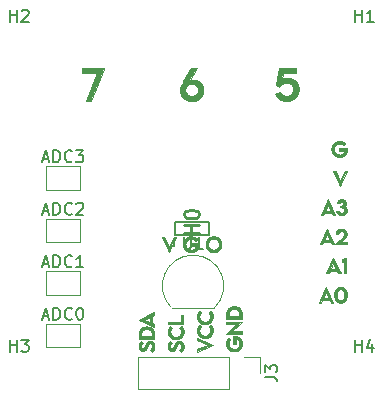
<source format=gbr>
%TF.GenerationSoftware,KiCad,Pcbnew,(6.0.7)*%
%TF.CreationDate,2022-09-06T06:54:50-05:00*%
%TF.ProjectId,OpenMuscle2,4f70656e-4d75-4736-936c-65322e6b6963,rev?*%
%TF.SameCoordinates,Original*%
%TF.FileFunction,Legend,Top*%
%TF.FilePolarity,Positive*%
%FSLAX46Y46*%
G04 Gerber Fmt 4.6, Leading zero omitted, Abs format (unit mm)*
G04 Created by KiCad (PCBNEW (6.0.7)) date 2022-09-06 06:54:50*
%MOMM*%
%LPD*%
G01*
G04 APERTURE LIST*
%ADD10C,0.100000*%
%ADD11C,0.150000*%
%ADD12C,0.254000*%
%ADD13C,0.120000*%
%ADD14C,0.200000*%
G04 APERTURE END LIST*
D10*
G36*
X182482582Y-76379383D02*
G01*
X182482582Y-76460875D01*
X181359337Y-79181850D01*
X180896845Y-79181850D01*
X181858517Y-76808361D01*
X180566645Y-76808361D01*
X180566645Y-76379031D01*
X182482934Y-76379031D01*
X182482582Y-76379383D01*
G37*
X182482582Y-76379383D02*
X182482582Y-76460875D01*
X181359337Y-79181850D01*
X180896845Y-79181850D01*
X181858517Y-76808361D01*
X180566645Y-76808361D01*
X180566645Y-76379031D01*
X182482934Y-76379031D01*
X182482582Y-76379383D01*
G36*
X198690604Y-76815416D02*
G01*
X197577943Y-76815416D01*
X197489396Y-77392913D01*
X197514211Y-77371292D01*
X197539701Y-77351381D01*
X197565853Y-77333136D01*
X197592655Y-77316514D01*
X197620097Y-77301471D01*
X197648165Y-77287964D01*
X197676848Y-77275949D01*
X197706134Y-77265383D01*
X197736011Y-77256223D01*
X197766468Y-77248425D01*
X197797492Y-77241946D01*
X197829071Y-77236742D01*
X197861194Y-77232770D01*
X197893849Y-77229987D01*
X197927024Y-77228349D01*
X197960707Y-77227813D01*
X198015675Y-77229017D01*
X198069368Y-77232596D01*
X198121755Y-77238500D01*
X198172806Y-77246680D01*
X198222488Y-77257086D01*
X198270772Y-77269668D01*
X198317627Y-77284377D01*
X198363022Y-77301163D01*
X198406926Y-77319976D01*
X198449309Y-77340767D01*
X198490139Y-77363485D01*
X198529385Y-77388082D01*
X198567018Y-77414507D01*
X198603005Y-77442712D01*
X198637317Y-77472645D01*
X198669923Y-77504258D01*
X198700791Y-77537501D01*
X198729890Y-77572324D01*
X198757191Y-77608678D01*
X198782662Y-77646512D01*
X198806273Y-77685778D01*
X198827992Y-77726425D01*
X198847788Y-77768404D01*
X198865632Y-77811665D01*
X198881492Y-77856159D01*
X198895337Y-77901836D01*
X198907137Y-77948645D01*
X198916860Y-77996538D01*
X198924477Y-78045465D01*
X198929955Y-78095376D01*
X198933265Y-78146221D01*
X198934375Y-78197952D01*
X198934371Y-78197953D01*
X198933032Y-78253299D01*
X198929058Y-78307525D01*
X198922515Y-78360589D01*
X198913467Y-78412448D01*
X198901979Y-78463062D01*
X198888115Y-78512388D01*
X198871942Y-78560384D01*
X198853524Y-78607010D01*
X198832926Y-78652222D01*
X198810212Y-78695980D01*
X198785447Y-78738242D01*
X198758698Y-78778965D01*
X198730028Y-78818109D01*
X198699502Y-78855632D01*
X198667185Y-78891491D01*
X198633143Y-78925645D01*
X198597439Y-78958053D01*
X198560140Y-78988672D01*
X198521310Y-79017461D01*
X198481014Y-79044378D01*
X198439316Y-79069382D01*
X198396282Y-79092430D01*
X198351977Y-79113481D01*
X198306465Y-79132494D01*
X198259812Y-79149426D01*
X198212082Y-79164236D01*
X198163340Y-79176882D01*
X198113652Y-79187322D01*
X198063082Y-79195515D01*
X198011695Y-79201418D01*
X197959556Y-79204991D01*
X197906729Y-79206191D01*
X197829732Y-79203489D01*
X197753472Y-79195487D01*
X197678275Y-79182342D01*
X197604465Y-79164211D01*
X197532366Y-79141251D01*
X197462303Y-79113620D01*
X197394601Y-79081475D01*
X197329584Y-79044972D01*
X197267577Y-79004269D01*
X197208904Y-78959523D01*
X197153890Y-78910890D01*
X197102859Y-78858529D01*
X197056135Y-78802596D01*
X197014044Y-78743248D01*
X196976910Y-78680642D01*
X196945058Y-78614936D01*
X197379681Y-78477705D01*
X197388882Y-78493840D01*
X197398804Y-78509627D01*
X197409418Y-78525055D01*
X197420695Y-78540115D01*
X197432606Y-78554794D01*
X197445121Y-78569082D01*
X197458212Y-78582968D01*
X197471850Y-78596443D01*
X197486004Y-78609493D01*
X197500647Y-78622110D01*
X197531281Y-78645999D01*
X197563518Y-78668022D01*
X197597125Y-78688093D01*
X197631868Y-78706126D01*
X197667516Y-78722035D01*
X197703834Y-78735733D01*
X197740589Y-78747134D01*
X197777550Y-78756151D01*
X197814482Y-78762699D01*
X197832864Y-78765020D01*
X197851152Y-78766692D01*
X197869316Y-78767702D01*
X197887328Y-78768041D01*
X197940341Y-78765743D01*
X197993484Y-78758868D01*
X198046267Y-78747443D01*
X198098201Y-78731496D01*
X198123696Y-78721836D01*
X198148795Y-78711055D01*
X198173437Y-78699159D01*
X198197560Y-78686149D01*
X198221103Y-78672030D01*
X198244006Y-78656804D01*
X198266206Y-78640477D01*
X198287642Y-78623050D01*
X198308254Y-78604528D01*
X198327980Y-78584913D01*
X198346758Y-78564210D01*
X198364528Y-78542422D01*
X198381229Y-78519553D01*
X198396798Y-78495605D01*
X198411175Y-78470583D01*
X198424299Y-78444489D01*
X198436108Y-78417328D01*
X198446542Y-78389103D01*
X198455538Y-78359817D01*
X198463036Y-78329474D01*
X198468974Y-78298077D01*
X198473291Y-78265630D01*
X198475927Y-78232137D01*
X198476819Y-78197600D01*
X198476134Y-78167112D01*
X198474097Y-78137308D01*
X198470729Y-78108207D01*
X198466054Y-78079827D01*
X198460096Y-78052187D01*
X198452878Y-78025306D01*
X198444424Y-77999203D01*
X198434756Y-77973895D01*
X198423897Y-77949401D01*
X198411872Y-77925740D01*
X198398704Y-77902931D01*
X198384415Y-77880993D01*
X198369030Y-77859943D01*
X198352571Y-77839800D01*
X198335062Y-77820584D01*
X198316526Y-77802312D01*
X198296986Y-77785004D01*
X198276466Y-77768677D01*
X198254989Y-77753351D01*
X198232579Y-77739044D01*
X198209258Y-77725774D01*
X198185051Y-77713561D01*
X198159979Y-77702423D01*
X198134068Y-77692378D01*
X198107339Y-77683445D01*
X198079817Y-77675643D01*
X198051524Y-77668990D01*
X198022485Y-77663505D01*
X197992721Y-77659207D01*
X197962257Y-77656113D01*
X197931116Y-77654244D01*
X197899321Y-77653616D01*
X197852318Y-77655088D01*
X197805389Y-77659452D01*
X197758766Y-77666634D01*
X197712680Y-77676558D01*
X197667363Y-77689148D01*
X197623047Y-77704329D01*
X197579962Y-77722026D01*
X197538342Y-77742163D01*
X197498416Y-77764665D01*
X197460416Y-77789456D01*
X197424575Y-77816461D01*
X197391123Y-77845604D01*
X197360292Y-77876811D01*
X197332314Y-77910004D01*
X197307420Y-77945110D01*
X197285842Y-77982052D01*
X197038899Y-77834238D01*
X197245978Y-76377266D01*
X198690604Y-76377266D01*
X198690604Y-76815416D01*
G37*
X198690604Y-76815416D02*
X197577943Y-76815416D01*
X197489396Y-77392913D01*
X197514211Y-77371292D01*
X197539701Y-77351381D01*
X197565853Y-77333136D01*
X197592655Y-77316514D01*
X197620097Y-77301471D01*
X197648165Y-77287964D01*
X197676848Y-77275949D01*
X197706134Y-77265383D01*
X197736011Y-77256223D01*
X197766468Y-77248425D01*
X197797492Y-77241946D01*
X197829071Y-77236742D01*
X197861194Y-77232770D01*
X197893849Y-77229987D01*
X197927024Y-77228349D01*
X197960707Y-77227813D01*
X198015675Y-77229017D01*
X198069368Y-77232596D01*
X198121755Y-77238500D01*
X198172806Y-77246680D01*
X198222488Y-77257086D01*
X198270772Y-77269668D01*
X198317627Y-77284377D01*
X198363022Y-77301163D01*
X198406926Y-77319976D01*
X198449309Y-77340767D01*
X198490139Y-77363485D01*
X198529385Y-77388082D01*
X198567018Y-77414507D01*
X198603005Y-77442712D01*
X198637317Y-77472645D01*
X198669923Y-77504258D01*
X198700791Y-77537501D01*
X198729890Y-77572324D01*
X198757191Y-77608678D01*
X198782662Y-77646512D01*
X198806273Y-77685778D01*
X198827992Y-77726425D01*
X198847788Y-77768404D01*
X198865632Y-77811665D01*
X198881492Y-77856159D01*
X198895337Y-77901836D01*
X198907137Y-77948645D01*
X198916860Y-77996538D01*
X198924477Y-78045465D01*
X198929955Y-78095376D01*
X198933265Y-78146221D01*
X198934375Y-78197952D01*
X198934371Y-78197953D01*
X198933032Y-78253299D01*
X198929058Y-78307525D01*
X198922515Y-78360589D01*
X198913467Y-78412448D01*
X198901979Y-78463062D01*
X198888115Y-78512388D01*
X198871942Y-78560384D01*
X198853524Y-78607010D01*
X198832926Y-78652222D01*
X198810212Y-78695980D01*
X198785447Y-78738242D01*
X198758698Y-78778965D01*
X198730028Y-78818109D01*
X198699502Y-78855632D01*
X198667185Y-78891491D01*
X198633143Y-78925645D01*
X198597439Y-78958053D01*
X198560140Y-78988672D01*
X198521310Y-79017461D01*
X198481014Y-79044378D01*
X198439316Y-79069382D01*
X198396282Y-79092430D01*
X198351977Y-79113481D01*
X198306465Y-79132494D01*
X198259812Y-79149426D01*
X198212082Y-79164236D01*
X198163340Y-79176882D01*
X198113652Y-79187322D01*
X198063082Y-79195515D01*
X198011695Y-79201418D01*
X197959556Y-79204991D01*
X197906729Y-79206191D01*
X197829732Y-79203489D01*
X197753472Y-79195487D01*
X197678275Y-79182342D01*
X197604465Y-79164211D01*
X197532366Y-79141251D01*
X197462303Y-79113620D01*
X197394601Y-79081475D01*
X197329584Y-79044972D01*
X197267577Y-79004269D01*
X197208904Y-78959523D01*
X197153890Y-78910890D01*
X197102859Y-78858529D01*
X197056135Y-78802596D01*
X197014044Y-78743248D01*
X196976910Y-78680642D01*
X196945058Y-78614936D01*
X197379681Y-78477705D01*
X197388882Y-78493840D01*
X197398804Y-78509627D01*
X197409418Y-78525055D01*
X197420695Y-78540115D01*
X197432606Y-78554794D01*
X197445121Y-78569082D01*
X197458212Y-78582968D01*
X197471850Y-78596443D01*
X197486004Y-78609493D01*
X197500647Y-78622110D01*
X197531281Y-78645999D01*
X197563518Y-78668022D01*
X197597125Y-78688093D01*
X197631868Y-78706126D01*
X197667516Y-78722035D01*
X197703834Y-78735733D01*
X197740589Y-78747134D01*
X197777550Y-78756151D01*
X197814482Y-78762699D01*
X197832864Y-78765020D01*
X197851152Y-78766692D01*
X197869316Y-78767702D01*
X197887328Y-78768041D01*
X197940341Y-78765743D01*
X197993484Y-78758868D01*
X198046267Y-78747443D01*
X198098201Y-78731496D01*
X198123696Y-78721836D01*
X198148795Y-78711055D01*
X198173437Y-78699159D01*
X198197560Y-78686149D01*
X198221103Y-78672030D01*
X198244006Y-78656804D01*
X198266206Y-78640477D01*
X198287642Y-78623050D01*
X198308254Y-78604528D01*
X198327980Y-78584913D01*
X198346758Y-78564210D01*
X198364528Y-78542422D01*
X198381229Y-78519553D01*
X198396798Y-78495605D01*
X198411175Y-78470583D01*
X198424299Y-78444489D01*
X198436108Y-78417328D01*
X198446542Y-78389103D01*
X198455538Y-78359817D01*
X198463036Y-78329474D01*
X198468974Y-78298077D01*
X198473291Y-78265630D01*
X198475927Y-78232137D01*
X198476819Y-78197600D01*
X198476134Y-78167112D01*
X198474097Y-78137308D01*
X198470729Y-78108207D01*
X198466054Y-78079827D01*
X198460096Y-78052187D01*
X198452878Y-78025306D01*
X198444424Y-77999203D01*
X198434756Y-77973895D01*
X198423897Y-77949401D01*
X198411872Y-77925740D01*
X198398704Y-77902931D01*
X198384415Y-77880993D01*
X198369030Y-77859943D01*
X198352571Y-77839800D01*
X198335062Y-77820584D01*
X198316526Y-77802312D01*
X198296986Y-77785004D01*
X198276466Y-77768677D01*
X198254989Y-77753351D01*
X198232579Y-77739044D01*
X198209258Y-77725774D01*
X198185051Y-77713561D01*
X198159979Y-77702423D01*
X198134068Y-77692378D01*
X198107339Y-77683445D01*
X198079817Y-77675643D01*
X198051524Y-77668990D01*
X198022485Y-77663505D01*
X197992721Y-77659207D01*
X197962257Y-77656113D01*
X197931116Y-77654244D01*
X197899321Y-77653616D01*
X197852318Y-77655088D01*
X197805389Y-77659452D01*
X197758766Y-77666634D01*
X197712680Y-77676558D01*
X197667363Y-77689148D01*
X197623047Y-77704329D01*
X197579962Y-77722026D01*
X197538342Y-77742163D01*
X197498416Y-77764665D01*
X197460416Y-77789456D01*
X197424575Y-77816461D01*
X197391123Y-77845604D01*
X197360292Y-77876811D01*
X197332314Y-77910004D01*
X197307420Y-77945110D01*
X197285842Y-77982052D01*
X197038899Y-77834238D01*
X197245978Y-76377266D01*
X198690604Y-76377266D01*
X198690604Y-76815416D01*
G36*
X188893754Y-78201048D02*
G01*
X188897145Y-78172421D01*
X188901725Y-78143848D01*
X188907592Y-78115052D01*
X188914844Y-78085754D01*
X188923580Y-78055679D01*
X188933898Y-78024547D01*
X188945896Y-77992083D01*
X188959672Y-77958007D01*
X188975325Y-77922044D01*
X189012653Y-77843343D01*
X189058667Y-77753761D01*
X189114151Y-77651078D01*
X189179893Y-77533075D01*
X189345293Y-77242228D01*
X189561154Y-76863465D01*
X189689972Y-76635567D01*
X189833764Y-76379031D01*
X190332944Y-76380795D01*
X189719109Y-77438070D01*
X189736103Y-77431728D01*
X189753211Y-77425799D01*
X189770422Y-77420282D01*
X189787726Y-77415178D01*
X189805112Y-77410484D01*
X189822571Y-77406202D01*
X189840091Y-77402330D01*
X189857664Y-77398867D01*
X189875278Y-77395814D01*
X189892922Y-77393170D01*
X189910587Y-77390934D01*
X189928263Y-77389105D01*
X189945939Y-77387684D01*
X189963604Y-77386669D01*
X189981248Y-77386061D01*
X189998862Y-77385858D01*
X190040041Y-77386902D01*
X190081044Y-77390008D01*
X190121798Y-77395142D01*
X190162228Y-77402270D01*
X190202260Y-77411356D01*
X190241819Y-77422365D01*
X190280832Y-77435263D01*
X190319223Y-77450014D01*
X190356920Y-77466584D01*
X190393848Y-77484937D01*
X190429932Y-77505039D01*
X190465098Y-77526854D01*
X190499272Y-77550349D01*
X190532380Y-77575487D01*
X190564348Y-77602233D01*
X190595102Y-77630554D01*
X190624566Y-77660413D01*
X190652667Y-77691777D01*
X190679332Y-77724609D01*
X190704484Y-77758876D01*
X190728051Y-77794542D01*
X190749958Y-77831572D01*
X190770131Y-77869931D01*
X190788496Y-77909585D01*
X190804978Y-77950497D01*
X190819503Y-77992635D01*
X190831997Y-78035961D01*
X190842386Y-78080443D01*
X190850596Y-78126044D01*
X190856551Y-78172729D01*
X190860179Y-78220464D01*
X190861405Y-78269214D01*
X190861758Y-78269214D01*
X190860484Y-78316756D01*
X190856702Y-78363824D01*
X190850471Y-78410348D01*
X190841851Y-78456262D01*
X190830900Y-78501497D01*
X190817677Y-78545986D01*
X190802242Y-78589661D01*
X190784654Y-78632454D01*
X190764972Y-78674297D01*
X190743255Y-78715122D01*
X190719563Y-78754862D01*
X190693954Y-78793449D01*
X190666488Y-78830814D01*
X190637224Y-78866891D01*
X190606221Y-78901610D01*
X190573538Y-78934906D01*
X190539235Y-78966708D01*
X190503370Y-78996951D01*
X190466003Y-79025565D01*
X190427193Y-79052484D01*
X190386999Y-79077639D01*
X190345481Y-79100962D01*
X190302697Y-79122386D01*
X190258706Y-79141843D01*
X190213568Y-79159265D01*
X190167342Y-79174584D01*
X190120088Y-79187732D01*
X190071863Y-79198642D01*
X190022728Y-79207245D01*
X189972742Y-79213474D01*
X189921963Y-79217262D01*
X189870452Y-79218539D01*
X189819467Y-79217435D01*
X189769211Y-79214150D01*
X189719741Y-79208721D01*
X189671115Y-79201185D01*
X189623394Y-79191583D01*
X189576634Y-79179951D01*
X189530894Y-79166327D01*
X189486232Y-79150751D01*
X189442708Y-79133259D01*
X189400378Y-79113890D01*
X189359303Y-79092682D01*
X189319539Y-79069674D01*
X189281146Y-79044903D01*
X189244182Y-79018407D01*
X189208705Y-78990225D01*
X189174774Y-78960394D01*
X189142447Y-78928953D01*
X189111782Y-78895940D01*
X189082838Y-78861393D01*
X189055673Y-78825350D01*
X189030346Y-78787850D01*
X189006915Y-78748929D01*
X188985438Y-78708627D01*
X188965974Y-78666982D01*
X188948581Y-78624031D01*
X188933318Y-78579813D01*
X188920243Y-78534366D01*
X188909414Y-78487728D01*
X188900890Y-78439937D01*
X188894729Y-78391031D01*
X188890990Y-78341049D01*
X188889730Y-78290028D01*
X188890682Y-78256867D01*
X189329644Y-78256867D01*
X189330362Y-78282857D01*
X189332491Y-78308611D01*
X189335996Y-78334093D01*
X189340843Y-78359261D01*
X189346995Y-78384079D01*
X189354417Y-78408506D01*
X189363074Y-78432505D01*
X189372931Y-78456037D01*
X189383952Y-78479063D01*
X189396102Y-78501545D01*
X189409346Y-78523443D01*
X189423648Y-78544719D01*
X189438973Y-78565334D01*
X189455285Y-78585250D01*
X189472550Y-78604428D01*
X189490732Y-78622829D01*
X189509795Y-78640415D01*
X189529705Y-78657147D01*
X189550425Y-78672985D01*
X189571921Y-78687893D01*
X189594158Y-78701830D01*
X189617099Y-78714758D01*
X189640710Y-78726638D01*
X189664955Y-78737432D01*
X189689799Y-78747102D01*
X189715207Y-78755607D01*
X189741142Y-78762910D01*
X189767571Y-78768972D01*
X189794458Y-78773755D01*
X189821766Y-78777218D01*
X189849462Y-78779325D01*
X189877509Y-78780036D01*
X189905401Y-78779319D01*
X189932961Y-78777195D01*
X189960153Y-78773703D01*
X189986940Y-78768882D01*
X190013287Y-78762773D01*
X190039157Y-78755414D01*
X190064513Y-78746846D01*
X190089319Y-78737107D01*
X190113540Y-78726238D01*
X190137138Y-78714278D01*
X190160077Y-78701266D01*
X190182322Y-78687242D01*
X190203835Y-78672245D01*
X190224581Y-78656315D01*
X190244523Y-78639492D01*
X190263625Y-78621815D01*
X190281850Y-78603323D01*
X190299163Y-78584057D01*
X190315527Y-78564055D01*
X190330905Y-78543358D01*
X190345262Y-78522004D01*
X190358560Y-78500033D01*
X190370765Y-78477485D01*
X190381839Y-78454400D01*
X190391746Y-78430816D01*
X190400450Y-78406774D01*
X190407914Y-78382312D01*
X190414103Y-78357471D01*
X190418979Y-78332290D01*
X190422508Y-78306809D01*
X190424651Y-78281066D01*
X190425374Y-78255103D01*
X190425372Y-78255103D01*
X190424654Y-78228032D01*
X190422526Y-78201282D01*
X190419021Y-78174888D01*
X190414177Y-78148885D01*
X190408028Y-78123309D01*
X190400611Y-78098195D01*
X190391960Y-78073578D01*
X190382112Y-78049494D01*
X190371103Y-78025977D01*
X190358968Y-78003064D01*
X190345742Y-77980790D01*
X190331461Y-77959189D01*
X190316162Y-77938297D01*
X190299879Y-77918151D01*
X190282648Y-77898784D01*
X190264505Y-77880232D01*
X190245486Y-77862531D01*
X190225626Y-77845716D01*
X190204961Y-77829822D01*
X190183526Y-77814885D01*
X190161358Y-77800940D01*
X190138491Y-77788022D01*
X190114962Y-77776166D01*
X190090806Y-77765409D01*
X190066059Y-77755784D01*
X190040756Y-77747329D01*
X190014934Y-77740077D01*
X189988627Y-77734064D01*
X189961872Y-77729327D01*
X189934704Y-77725899D01*
X189907158Y-77723816D01*
X189879271Y-77723114D01*
X189851219Y-77723816D01*
X189823509Y-77725899D01*
X189796176Y-77729328D01*
X189769258Y-77734068D01*
X189742789Y-77740084D01*
X189716806Y-77747340D01*
X189691345Y-77755803D01*
X189666442Y-77765436D01*
X189642132Y-77776205D01*
X189618453Y-77788075D01*
X189595439Y-77801011D01*
X189573126Y-77814978D01*
X189551551Y-77829940D01*
X189530750Y-77845864D01*
X189510759Y-77862713D01*
X189491613Y-77880453D01*
X189473349Y-77899048D01*
X189456002Y-77918465D01*
X189439609Y-77938667D01*
X189424206Y-77959620D01*
X189409828Y-77981288D01*
X189396511Y-78003637D01*
X189384292Y-78026632D01*
X189373207Y-78050238D01*
X189363290Y-78074419D01*
X189354580Y-78099141D01*
X189347110Y-78124369D01*
X189340918Y-78150067D01*
X189336040Y-78176201D01*
X189332511Y-78202736D01*
X189330367Y-78229636D01*
X189329644Y-78256867D01*
X188890682Y-78256867D01*
X188891453Y-78230007D01*
X188893754Y-78201048D01*
G37*
X188893754Y-78201048D02*
X188897145Y-78172421D01*
X188901725Y-78143848D01*
X188907592Y-78115052D01*
X188914844Y-78085754D01*
X188923580Y-78055679D01*
X188933898Y-78024547D01*
X188945896Y-77992083D01*
X188959672Y-77958007D01*
X188975325Y-77922044D01*
X189012653Y-77843343D01*
X189058667Y-77753761D01*
X189114151Y-77651078D01*
X189179893Y-77533075D01*
X189345293Y-77242228D01*
X189561154Y-76863465D01*
X189689972Y-76635567D01*
X189833764Y-76379031D01*
X190332944Y-76380795D01*
X189719109Y-77438070D01*
X189736103Y-77431728D01*
X189753211Y-77425799D01*
X189770422Y-77420282D01*
X189787726Y-77415178D01*
X189805112Y-77410484D01*
X189822571Y-77406202D01*
X189840091Y-77402330D01*
X189857664Y-77398867D01*
X189875278Y-77395814D01*
X189892922Y-77393170D01*
X189910587Y-77390934D01*
X189928263Y-77389105D01*
X189945939Y-77387684D01*
X189963604Y-77386669D01*
X189981248Y-77386061D01*
X189998862Y-77385858D01*
X190040041Y-77386902D01*
X190081044Y-77390008D01*
X190121798Y-77395142D01*
X190162228Y-77402270D01*
X190202260Y-77411356D01*
X190241819Y-77422365D01*
X190280832Y-77435263D01*
X190319223Y-77450014D01*
X190356920Y-77466584D01*
X190393848Y-77484937D01*
X190429932Y-77505039D01*
X190465098Y-77526854D01*
X190499272Y-77550349D01*
X190532380Y-77575487D01*
X190564348Y-77602233D01*
X190595102Y-77630554D01*
X190624566Y-77660413D01*
X190652667Y-77691777D01*
X190679332Y-77724609D01*
X190704484Y-77758876D01*
X190728051Y-77794542D01*
X190749958Y-77831572D01*
X190770131Y-77869931D01*
X190788496Y-77909585D01*
X190804978Y-77950497D01*
X190819503Y-77992635D01*
X190831997Y-78035961D01*
X190842386Y-78080443D01*
X190850596Y-78126044D01*
X190856551Y-78172729D01*
X190860179Y-78220464D01*
X190861405Y-78269214D01*
X190861758Y-78269214D01*
X190860484Y-78316756D01*
X190856702Y-78363824D01*
X190850471Y-78410348D01*
X190841851Y-78456262D01*
X190830900Y-78501497D01*
X190817677Y-78545986D01*
X190802242Y-78589661D01*
X190784654Y-78632454D01*
X190764972Y-78674297D01*
X190743255Y-78715122D01*
X190719563Y-78754862D01*
X190693954Y-78793449D01*
X190666488Y-78830814D01*
X190637224Y-78866891D01*
X190606221Y-78901610D01*
X190573538Y-78934906D01*
X190539235Y-78966708D01*
X190503370Y-78996951D01*
X190466003Y-79025565D01*
X190427193Y-79052484D01*
X190386999Y-79077639D01*
X190345481Y-79100962D01*
X190302697Y-79122386D01*
X190258706Y-79141843D01*
X190213568Y-79159265D01*
X190167342Y-79174584D01*
X190120088Y-79187732D01*
X190071863Y-79198642D01*
X190022728Y-79207245D01*
X189972742Y-79213474D01*
X189921963Y-79217262D01*
X189870452Y-79218539D01*
X189819467Y-79217435D01*
X189769211Y-79214150D01*
X189719741Y-79208721D01*
X189671115Y-79201185D01*
X189623394Y-79191583D01*
X189576634Y-79179951D01*
X189530894Y-79166327D01*
X189486232Y-79150751D01*
X189442708Y-79133259D01*
X189400378Y-79113890D01*
X189359303Y-79092682D01*
X189319539Y-79069674D01*
X189281146Y-79044903D01*
X189244182Y-79018407D01*
X189208705Y-78990225D01*
X189174774Y-78960394D01*
X189142447Y-78928953D01*
X189111782Y-78895940D01*
X189082838Y-78861393D01*
X189055673Y-78825350D01*
X189030346Y-78787850D01*
X189006915Y-78748929D01*
X188985438Y-78708627D01*
X188965974Y-78666982D01*
X188948581Y-78624031D01*
X188933318Y-78579813D01*
X188920243Y-78534366D01*
X188909414Y-78487728D01*
X188900890Y-78439937D01*
X188894729Y-78391031D01*
X188890990Y-78341049D01*
X188889730Y-78290028D01*
X188890682Y-78256867D01*
X189329644Y-78256867D01*
X189330362Y-78282857D01*
X189332491Y-78308611D01*
X189335996Y-78334093D01*
X189340843Y-78359261D01*
X189346995Y-78384079D01*
X189354417Y-78408506D01*
X189363074Y-78432505D01*
X189372931Y-78456037D01*
X189383952Y-78479063D01*
X189396102Y-78501545D01*
X189409346Y-78523443D01*
X189423648Y-78544719D01*
X189438973Y-78565334D01*
X189455285Y-78585250D01*
X189472550Y-78604428D01*
X189490732Y-78622829D01*
X189509795Y-78640415D01*
X189529705Y-78657147D01*
X189550425Y-78672985D01*
X189571921Y-78687893D01*
X189594158Y-78701830D01*
X189617099Y-78714758D01*
X189640710Y-78726638D01*
X189664955Y-78737432D01*
X189689799Y-78747102D01*
X189715207Y-78755607D01*
X189741142Y-78762910D01*
X189767571Y-78768972D01*
X189794458Y-78773755D01*
X189821766Y-78777218D01*
X189849462Y-78779325D01*
X189877509Y-78780036D01*
X189905401Y-78779319D01*
X189932961Y-78777195D01*
X189960153Y-78773703D01*
X189986940Y-78768882D01*
X190013287Y-78762773D01*
X190039157Y-78755414D01*
X190064513Y-78746846D01*
X190089319Y-78737107D01*
X190113540Y-78726238D01*
X190137138Y-78714278D01*
X190160077Y-78701266D01*
X190182322Y-78687242D01*
X190203835Y-78672245D01*
X190224581Y-78656315D01*
X190244523Y-78639492D01*
X190263625Y-78621815D01*
X190281850Y-78603323D01*
X190299163Y-78584057D01*
X190315527Y-78564055D01*
X190330905Y-78543358D01*
X190345262Y-78522004D01*
X190358560Y-78500033D01*
X190370765Y-78477485D01*
X190381839Y-78454400D01*
X190391746Y-78430816D01*
X190400450Y-78406774D01*
X190407914Y-78382312D01*
X190414103Y-78357471D01*
X190418979Y-78332290D01*
X190422508Y-78306809D01*
X190424651Y-78281066D01*
X190425374Y-78255103D01*
X190425372Y-78255103D01*
X190424654Y-78228032D01*
X190422526Y-78201282D01*
X190419021Y-78174888D01*
X190414177Y-78148885D01*
X190408028Y-78123309D01*
X190400611Y-78098195D01*
X190391960Y-78073578D01*
X190382112Y-78049494D01*
X190371103Y-78025977D01*
X190358968Y-78003064D01*
X190345742Y-77980790D01*
X190331461Y-77959189D01*
X190316162Y-77938297D01*
X190299879Y-77918151D01*
X190282648Y-77898784D01*
X190264505Y-77880232D01*
X190245486Y-77862531D01*
X190225626Y-77845716D01*
X190204961Y-77829822D01*
X190183526Y-77814885D01*
X190161358Y-77800940D01*
X190138491Y-77788022D01*
X190114962Y-77776166D01*
X190090806Y-77765409D01*
X190066059Y-77755784D01*
X190040756Y-77747329D01*
X190014934Y-77740077D01*
X189988627Y-77734064D01*
X189961872Y-77729327D01*
X189934704Y-77725899D01*
X189907158Y-77723816D01*
X189879271Y-77723114D01*
X189851219Y-77723816D01*
X189823509Y-77725899D01*
X189796176Y-77729328D01*
X189769258Y-77734068D01*
X189742789Y-77740084D01*
X189716806Y-77747340D01*
X189691345Y-77755803D01*
X189666442Y-77765436D01*
X189642132Y-77776205D01*
X189618453Y-77788075D01*
X189595439Y-77801011D01*
X189573126Y-77814978D01*
X189551551Y-77829940D01*
X189530750Y-77845864D01*
X189510759Y-77862713D01*
X189491613Y-77880453D01*
X189473349Y-77899048D01*
X189456002Y-77918465D01*
X189439609Y-77938667D01*
X189424206Y-77959620D01*
X189409828Y-77981288D01*
X189396511Y-78003637D01*
X189384292Y-78026632D01*
X189373207Y-78050238D01*
X189363290Y-78074419D01*
X189354580Y-78099141D01*
X189347110Y-78124369D01*
X189340918Y-78150067D01*
X189336040Y-78176201D01*
X189332511Y-78202736D01*
X189330367Y-78229636D01*
X189329644Y-78256867D01*
X188890682Y-78256867D01*
X188891453Y-78230007D01*
X188893754Y-78201048D01*
G36*
X202411663Y-82596724D02*
G01*
X202443079Y-82599555D01*
X202474778Y-82604117D01*
X202506633Y-82610352D01*
X202538517Y-82618204D01*
X202570302Y-82627615D01*
X202601863Y-82638529D01*
X202633071Y-82650889D01*
X202663799Y-82664638D01*
X202693921Y-82679719D01*
X202723309Y-82696075D01*
X202751836Y-82713650D01*
X202779375Y-82732387D01*
X202805799Y-82752228D01*
X202830980Y-82773118D01*
X202854792Y-82794998D01*
X202740845Y-82964331D01*
X202721386Y-82945990D01*
X202701157Y-82928562D01*
X202680233Y-82912086D01*
X202658687Y-82896597D01*
X202636593Y-82882134D01*
X202614025Y-82868733D01*
X202591057Y-82856432D01*
X202567764Y-82845268D01*
X202544218Y-82835278D01*
X202520493Y-82826499D01*
X202496665Y-82818969D01*
X202472806Y-82812724D01*
X202448990Y-82807802D01*
X202425292Y-82804241D01*
X202401785Y-82802076D01*
X202378543Y-82801347D01*
X202356328Y-82801925D01*
X202334227Y-82803643D01*
X202312279Y-82806479D01*
X202290520Y-82810408D01*
X202268992Y-82815408D01*
X202247732Y-82821455D01*
X202226780Y-82828526D01*
X202206173Y-82836597D01*
X202185952Y-82845645D01*
X202166154Y-82855648D01*
X202146819Y-82866581D01*
X202127986Y-82878421D01*
X202109693Y-82891145D01*
X202091978Y-82904730D01*
X202074882Y-82919152D01*
X202058443Y-82934388D01*
X202042699Y-82950415D01*
X202027689Y-82967209D01*
X202013453Y-82984747D01*
X202000028Y-83003005D01*
X201987455Y-83021961D01*
X201975771Y-83041592D01*
X201965016Y-83061872D01*
X201955228Y-83082781D01*
X201946446Y-83104293D01*
X201938709Y-83126386D01*
X201932056Y-83149037D01*
X201926525Y-83172221D01*
X201922156Y-83195917D01*
X201918987Y-83220100D01*
X201917057Y-83244747D01*
X201916405Y-83269835D01*
X201916995Y-83293610D01*
X201918747Y-83317089D01*
X201921640Y-83340244D01*
X201925649Y-83363044D01*
X201930752Y-83385458D01*
X201936925Y-83407457D01*
X201944145Y-83429011D01*
X201952389Y-83450088D01*
X201961633Y-83470660D01*
X201971854Y-83490696D01*
X201983029Y-83510165D01*
X201995135Y-83529038D01*
X202008149Y-83547285D01*
X202022046Y-83564874D01*
X202036805Y-83581777D01*
X202052401Y-83597963D01*
X202068811Y-83613401D01*
X202086013Y-83628062D01*
X202103983Y-83641916D01*
X202122697Y-83654932D01*
X202142133Y-83667079D01*
X202162267Y-83678329D01*
X202183075Y-83688651D01*
X202204536Y-83698014D01*
X202226625Y-83706388D01*
X202249319Y-83713744D01*
X202272594Y-83720051D01*
X202296429Y-83725279D01*
X202320799Y-83729398D01*
X202345680Y-83732377D01*
X202371051Y-83734186D01*
X202396888Y-83734796D01*
X202417688Y-83734399D01*
X202438140Y-83733215D01*
X202458222Y-83731258D01*
X202477914Y-83728542D01*
X202497196Y-83725081D01*
X202516047Y-83720888D01*
X202534447Y-83715977D01*
X202552375Y-83710361D01*
X202569812Y-83704054D01*
X202586736Y-83697070D01*
X202603127Y-83689423D01*
X202618965Y-83681125D01*
X202634230Y-83672191D01*
X202648900Y-83662634D01*
X202662956Y-83652469D01*
X202676377Y-83641707D01*
X202689143Y-83630364D01*
X202701233Y-83618452D01*
X202712627Y-83605986D01*
X202723305Y-83592979D01*
X202733245Y-83579445D01*
X202742429Y-83565396D01*
X202750834Y-83550848D01*
X202758442Y-83535813D01*
X202765231Y-83520306D01*
X202771181Y-83504339D01*
X202776271Y-83487927D01*
X202780482Y-83471082D01*
X202783793Y-83453820D01*
X202786183Y-83436152D01*
X202787632Y-83418094D01*
X202788119Y-83399658D01*
X202788119Y-83395424D01*
X202385247Y-83395424D01*
X202385247Y-83208099D01*
X203001199Y-83208099D01*
X203002469Y-83219498D01*
X203003624Y-83231421D01*
X203004647Y-83243800D01*
X203005520Y-83256563D01*
X203006228Y-83269640D01*
X203006754Y-83282960D01*
X203007082Y-83296455D01*
X203007195Y-83310053D01*
X203007544Y-83310055D01*
X203006727Y-83345882D01*
X203004304Y-83380855D01*
X203000315Y-83414957D01*
X202994802Y-83448167D01*
X202987806Y-83480468D01*
X202979367Y-83511841D01*
X202969527Y-83542267D01*
X202958327Y-83571727D01*
X202945807Y-83600204D01*
X202932009Y-83627678D01*
X202916973Y-83654132D01*
X202900742Y-83679545D01*
X202883355Y-83703900D01*
X202864854Y-83727178D01*
X202845280Y-83749361D01*
X202824674Y-83770429D01*
X202803076Y-83790365D01*
X202780529Y-83809149D01*
X202757072Y-83826764D01*
X202732747Y-83843190D01*
X202707595Y-83858408D01*
X202681657Y-83872401D01*
X202654974Y-83885150D01*
X202627587Y-83896635D01*
X202599537Y-83906839D01*
X202570865Y-83915743D01*
X202541612Y-83923328D01*
X202511819Y-83929576D01*
X202481527Y-83934467D01*
X202450777Y-83937985D01*
X202419611Y-83940108D01*
X202388068Y-83940821D01*
X202352816Y-83939943D01*
X202318062Y-83937339D01*
X202283846Y-83933052D01*
X202250209Y-83927124D01*
X202217192Y-83919599D01*
X202184835Y-83910520D01*
X202153180Y-83899930D01*
X202122267Y-83887871D01*
X202092137Y-83874387D01*
X202062830Y-83859521D01*
X202034388Y-83843315D01*
X202006851Y-83825814D01*
X201980260Y-83807059D01*
X201954656Y-83787094D01*
X201930079Y-83765962D01*
X201906571Y-83743706D01*
X201884171Y-83720369D01*
X201862921Y-83695994D01*
X201842862Y-83670623D01*
X201824033Y-83644301D01*
X201806477Y-83617070D01*
X201790234Y-83588973D01*
X201775344Y-83560053D01*
X201761848Y-83530352D01*
X201749788Y-83499916D01*
X201739203Y-83468785D01*
X201730135Y-83437003D01*
X201722624Y-83404613D01*
X201716712Y-83371659D01*
X201712438Y-83338183D01*
X201709844Y-83304228D01*
X201708970Y-83269837D01*
X201709846Y-83235437D01*
X201712448Y-83201456D01*
X201716731Y-83167937D01*
X201722653Y-83134924D01*
X201730172Y-83102463D01*
X201739245Y-83070596D01*
X201749829Y-83039369D01*
X201761881Y-83008826D01*
X201775359Y-82979009D01*
X201790220Y-82949965D01*
X201806422Y-82921737D01*
X201823921Y-82894369D01*
X201842675Y-82867905D01*
X201862642Y-82842389D01*
X201883778Y-82817867D01*
X201906041Y-82794381D01*
X201929388Y-82771976D01*
X201953776Y-82750697D01*
X201979163Y-82730587D01*
X202005507Y-82711690D01*
X202032763Y-82694052D01*
X202060891Y-82677715D01*
X202089846Y-82662725D01*
X202119587Y-82649125D01*
X202150070Y-82636959D01*
X202181253Y-82626273D01*
X202213093Y-82617109D01*
X202245548Y-82609512D01*
X202278575Y-82603526D01*
X202312130Y-82599196D01*
X202346172Y-82596566D01*
X202380658Y-82595679D01*
X202411663Y-82596724D01*
G37*
X202411663Y-82596724D02*
X202443079Y-82599555D01*
X202474778Y-82604117D01*
X202506633Y-82610352D01*
X202538517Y-82618204D01*
X202570302Y-82627615D01*
X202601863Y-82638529D01*
X202633071Y-82650889D01*
X202663799Y-82664638D01*
X202693921Y-82679719D01*
X202723309Y-82696075D01*
X202751836Y-82713650D01*
X202779375Y-82732387D01*
X202805799Y-82752228D01*
X202830980Y-82773118D01*
X202854792Y-82794998D01*
X202740845Y-82964331D01*
X202721386Y-82945990D01*
X202701157Y-82928562D01*
X202680233Y-82912086D01*
X202658687Y-82896597D01*
X202636593Y-82882134D01*
X202614025Y-82868733D01*
X202591057Y-82856432D01*
X202567764Y-82845268D01*
X202544218Y-82835278D01*
X202520493Y-82826499D01*
X202496665Y-82818969D01*
X202472806Y-82812724D01*
X202448990Y-82807802D01*
X202425292Y-82804241D01*
X202401785Y-82802076D01*
X202378543Y-82801347D01*
X202356328Y-82801925D01*
X202334227Y-82803643D01*
X202312279Y-82806479D01*
X202290520Y-82810408D01*
X202268992Y-82815408D01*
X202247732Y-82821455D01*
X202226780Y-82828526D01*
X202206173Y-82836597D01*
X202185952Y-82845645D01*
X202166154Y-82855648D01*
X202146819Y-82866581D01*
X202127986Y-82878421D01*
X202109693Y-82891145D01*
X202091978Y-82904730D01*
X202074882Y-82919152D01*
X202058443Y-82934388D01*
X202042699Y-82950415D01*
X202027689Y-82967209D01*
X202013453Y-82984747D01*
X202000028Y-83003005D01*
X201987455Y-83021961D01*
X201975771Y-83041592D01*
X201965016Y-83061872D01*
X201955228Y-83082781D01*
X201946446Y-83104293D01*
X201938709Y-83126386D01*
X201932056Y-83149037D01*
X201926525Y-83172221D01*
X201922156Y-83195917D01*
X201918987Y-83220100D01*
X201917057Y-83244747D01*
X201916405Y-83269835D01*
X201916995Y-83293610D01*
X201918747Y-83317089D01*
X201921640Y-83340244D01*
X201925649Y-83363044D01*
X201930752Y-83385458D01*
X201936925Y-83407457D01*
X201944145Y-83429011D01*
X201952389Y-83450088D01*
X201961633Y-83470660D01*
X201971854Y-83490696D01*
X201983029Y-83510165D01*
X201995135Y-83529038D01*
X202008149Y-83547285D01*
X202022046Y-83564874D01*
X202036805Y-83581777D01*
X202052401Y-83597963D01*
X202068811Y-83613401D01*
X202086013Y-83628062D01*
X202103983Y-83641916D01*
X202122697Y-83654932D01*
X202142133Y-83667079D01*
X202162267Y-83678329D01*
X202183075Y-83688651D01*
X202204536Y-83698014D01*
X202226625Y-83706388D01*
X202249319Y-83713744D01*
X202272594Y-83720051D01*
X202296429Y-83725279D01*
X202320799Y-83729398D01*
X202345680Y-83732377D01*
X202371051Y-83734186D01*
X202396888Y-83734796D01*
X202417688Y-83734399D01*
X202438140Y-83733215D01*
X202458222Y-83731258D01*
X202477914Y-83728542D01*
X202497196Y-83725081D01*
X202516047Y-83720888D01*
X202534447Y-83715977D01*
X202552375Y-83710361D01*
X202569812Y-83704054D01*
X202586736Y-83697070D01*
X202603127Y-83689423D01*
X202618965Y-83681125D01*
X202634230Y-83672191D01*
X202648900Y-83662634D01*
X202662956Y-83652469D01*
X202676377Y-83641707D01*
X202689143Y-83630364D01*
X202701233Y-83618452D01*
X202712627Y-83605986D01*
X202723305Y-83592979D01*
X202733245Y-83579445D01*
X202742429Y-83565396D01*
X202750834Y-83550848D01*
X202758442Y-83535813D01*
X202765231Y-83520306D01*
X202771181Y-83504339D01*
X202776271Y-83487927D01*
X202780482Y-83471082D01*
X202783793Y-83453820D01*
X202786183Y-83436152D01*
X202787632Y-83418094D01*
X202788119Y-83399658D01*
X202788119Y-83395424D01*
X202385247Y-83395424D01*
X202385247Y-83208099D01*
X203001199Y-83208099D01*
X203002469Y-83219498D01*
X203003624Y-83231421D01*
X203004647Y-83243800D01*
X203005520Y-83256563D01*
X203006228Y-83269640D01*
X203006754Y-83282960D01*
X203007082Y-83296455D01*
X203007195Y-83310053D01*
X203007544Y-83310055D01*
X203006727Y-83345882D01*
X203004304Y-83380855D01*
X203000315Y-83414957D01*
X202994802Y-83448167D01*
X202987806Y-83480468D01*
X202979367Y-83511841D01*
X202969527Y-83542267D01*
X202958327Y-83571727D01*
X202945807Y-83600204D01*
X202932009Y-83627678D01*
X202916973Y-83654132D01*
X202900742Y-83679545D01*
X202883355Y-83703900D01*
X202864854Y-83727178D01*
X202845280Y-83749361D01*
X202824674Y-83770429D01*
X202803076Y-83790365D01*
X202780529Y-83809149D01*
X202757072Y-83826764D01*
X202732747Y-83843190D01*
X202707595Y-83858408D01*
X202681657Y-83872401D01*
X202654974Y-83885150D01*
X202627587Y-83896635D01*
X202599537Y-83906839D01*
X202570865Y-83915743D01*
X202541612Y-83923328D01*
X202511819Y-83929576D01*
X202481527Y-83934467D01*
X202450777Y-83937985D01*
X202419611Y-83940108D01*
X202388068Y-83940821D01*
X202352816Y-83939943D01*
X202318062Y-83937339D01*
X202283846Y-83933052D01*
X202250209Y-83927124D01*
X202217192Y-83919599D01*
X202184835Y-83910520D01*
X202153180Y-83899930D01*
X202122267Y-83887871D01*
X202092137Y-83874387D01*
X202062830Y-83859521D01*
X202034388Y-83843315D01*
X202006851Y-83825814D01*
X201980260Y-83807059D01*
X201954656Y-83787094D01*
X201930079Y-83765962D01*
X201906571Y-83743706D01*
X201884171Y-83720369D01*
X201862921Y-83695994D01*
X201842862Y-83670623D01*
X201824033Y-83644301D01*
X201806477Y-83617070D01*
X201790234Y-83588973D01*
X201775344Y-83560053D01*
X201761848Y-83530352D01*
X201749788Y-83499916D01*
X201739203Y-83468785D01*
X201730135Y-83437003D01*
X201722624Y-83404613D01*
X201716712Y-83371659D01*
X201712438Y-83338183D01*
X201709844Y-83304228D01*
X201708970Y-83269837D01*
X201709846Y-83235437D01*
X201712448Y-83201456D01*
X201716731Y-83167937D01*
X201722653Y-83134924D01*
X201730172Y-83102463D01*
X201739245Y-83070596D01*
X201749829Y-83039369D01*
X201761881Y-83008826D01*
X201775359Y-82979009D01*
X201790220Y-82949965D01*
X201806422Y-82921737D01*
X201823921Y-82894369D01*
X201842675Y-82867905D01*
X201862642Y-82842389D01*
X201883778Y-82817867D01*
X201906041Y-82794381D01*
X201929388Y-82771976D01*
X201953776Y-82750697D01*
X201979163Y-82730587D01*
X202005507Y-82711690D01*
X202032763Y-82694052D01*
X202060891Y-82677715D01*
X202089846Y-82662725D01*
X202119587Y-82649125D01*
X202150070Y-82636959D01*
X202181253Y-82626273D01*
X202213093Y-82617109D01*
X202245548Y-82609512D01*
X202278575Y-82603526D01*
X202312130Y-82599196D01*
X202346172Y-82596566D01*
X202380658Y-82595679D01*
X202411663Y-82596724D01*
G36*
X202443095Y-85967883D02*
G01*
X202832560Y-85086997D01*
X203050935Y-85086997D01*
X202450152Y-86415205D01*
X202436747Y-86415205D01*
X201838435Y-85086997D01*
X202055394Y-85086997D01*
X202443095Y-85967883D01*
G37*
X202443095Y-85967883D02*
X202832560Y-85086997D01*
X203050935Y-85086997D01*
X202450152Y-86415205D01*
X202436747Y-86415205D01*
X201838435Y-85086997D01*
X202055394Y-85086997D01*
X202443095Y-85967883D01*
G36*
X203008248Y-88469780D02*
G01*
X203008245Y-88469608D01*
X203008250Y-88469429D01*
X203008248Y-88469780D01*
G37*
X203008248Y-88469780D02*
X203008245Y-88469608D01*
X203008250Y-88469429D01*
X203008248Y-88469780D01*
G36*
X201430981Y-87529631D02*
G01*
X202042697Y-88857838D01*
X201821507Y-88857838D01*
X201732608Y-88659929D01*
X201117005Y-88659929D01*
X201028105Y-88857838D01*
X200806914Y-88857838D01*
X200978813Y-88484598D01*
X201196379Y-88484598D01*
X201653935Y-88484598D01*
X201425334Y-87975893D01*
X201196379Y-88484598D01*
X200978813Y-88484598D01*
X201418631Y-87529631D01*
X201430981Y-87529631D01*
G37*
X201430981Y-87529631D02*
X202042697Y-88857838D01*
X201821507Y-88857838D01*
X201732608Y-88659929D01*
X201117005Y-88659929D01*
X201028105Y-88857838D01*
X200806914Y-88857838D01*
X200978813Y-88484598D01*
X201196379Y-88484598D01*
X201653935Y-88484598D01*
X201425334Y-87975893D01*
X201196379Y-88484598D01*
X200978813Y-88484598D01*
X201418631Y-87529631D01*
X201430981Y-87529631D01*
G36*
X202582099Y-87519475D02*
G01*
X202600948Y-87520754D01*
X202619565Y-87522864D01*
X202637924Y-87525789D01*
X202655998Y-87529510D01*
X202673761Y-87534011D01*
X202691188Y-87539274D01*
X202708252Y-87545282D01*
X202724926Y-87552018D01*
X202741185Y-87559464D01*
X202757003Y-87567603D01*
X202772353Y-87576417D01*
X202787209Y-87585890D01*
X202801546Y-87596004D01*
X202815336Y-87606742D01*
X202828554Y-87618086D01*
X202841174Y-87630019D01*
X202853169Y-87642525D01*
X202864513Y-87655584D01*
X202875181Y-87669181D01*
X202885145Y-87683297D01*
X202894380Y-87697917D01*
X202902860Y-87713021D01*
X202910558Y-87728593D01*
X202917449Y-87744616D01*
X202923505Y-87761073D01*
X202928702Y-87777945D01*
X202933012Y-87795216D01*
X202936410Y-87812868D01*
X202938870Y-87830885D01*
X202940365Y-87849248D01*
X202940869Y-87867941D01*
X202939987Y-87892174D01*
X202937397Y-87915511D01*
X202933188Y-87937923D01*
X202927447Y-87959382D01*
X202920261Y-87979858D01*
X202911717Y-87999325D01*
X202901903Y-88017752D01*
X202890907Y-88035113D01*
X202878814Y-88051378D01*
X202865714Y-88066519D01*
X202851692Y-88080508D01*
X202836837Y-88093316D01*
X202821236Y-88104915D01*
X202804976Y-88115276D01*
X202788145Y-88124371D01*
X202770829Y-88132172D01*
X202795703Y-88141966D01*
X202819722Y-88153233D01*
X202842781Y-88165978D01*
X202864778Y-88180210D01*
X202875346Y-88187886D01*
X202885609Y-88195936D01*
X202895556Y-88204362D01*
X202905171Y-88213165D01*
X202914444Y-88222345D01*
X202923361Y-88231904D01*
X202931908Y-88241842D01*
X202940074Y-88252160D01*
X202947845Y-88262860D01*
X202955208Y-88273942D01*
X202962151Y-88285408D01*
X202968660Y-88297257D01*
X202974723Y-88309492D01*
X202980326Y-88322113D01*
X202985457Y-88335122D01*
X202990102Y-88348518D01*
X202994250Y-88362304D01*
X202997886Y-88376480D01*
X203000998Y-88391046D01*
X203003574Y-88406005D01*
X203005599Y-88421357D01*
X203007062Y-88437103D01*
X203007949Y-88453243D01*
X203008245Y-88469608D01*
X203007691Y-88489418D01*
X203006031Y-88509214D01*
X203003295Y-88528789D01*
X202999508Y-88548114D01*
X202994696Y-88567160D01*
X202988884Y-88585897D01*
X202982097Y-88604297D01*
X202974361Y-88622330D01*
X202965702Y-88639969D01*
X202956143Y-88657183D01*
X202945711Y-88673943D01*
X202934432Y-88690221D01*
X202922329Y-88705988D01*
X202909429Y-88721215D01*
X202895757Y-88735872D01*
X202881339Y-88749931D01*
X202866199Y-88763363D01*
X202850363Y-88776138D01*
X202833856Y-88788227D01*
X202816704Y-88799603D01*
X202798931Y-88810235D01*
X202780564Y-88820095D01*
X202761627Y-88829153D01*
X202742146Y-88837381D01*
X202722147Y-88844750D01*
X202701654Y-88851230D01*
X202680692Y-88856793D01*
X202659288Y-88861409D01*
X202637466Y-88865050D01*
X202615252Y-88867687D01*
X202592671Y-88869290D01*
X202569749Y-88869831D01*
X202550045Y-88869416D01*
X202530504Y-88868183D01*
X202511146Y-88866152D01*
X202491994Y-88863342D01*
X202454395Y-88855464D01*
X202417878Y-88844707D01*
X202382619Y-88831225D01*
X202348789Y-88815174D01*
X202316564Y-88796711D01*
X202286116Y-88775993D01*
X202257620Y-88753173D01*
X202231248Y-88728410D01*
X202207175Y-88701859D01*
X202185574Y-88673676D01*
X202166620Y-88644017D01*
X202150484Y-88613038D01*
X202143528Y-88597102D01*
X202137342Y-88580895D01*
X202131947Y-88564436D01*
X202127366Y-88547745D01*
X202327391Y-88496944D01*
X202329864Y-88506095D01*
X202332775Y-88515086D01*
X202336112Y-88523909D01*
X202339865Y-88532555D01*
X202344020Y-88541016D01*
X202348566Y-88549283D01*
X202353491Y-88557348D01*
X202358783Y-88565201D01*
X202364430Y-88572836D01*
X202370420Y-88580241D01*
X202376741Y-88587410D01*
X202383381Y-88594334D01*
X202390329Y-88601004D01*
X202397572Y-88607411D01*
X202405098Y-88613547D01*
X202412895Y-88619403D01*
X202420952Y-88624971D01*
X202429256Y-88630242D01*
X202437796Y-88635207D01*
X202446560Y-88639858D01*
X202455535Y-88644187D01*
X202464710Y-88648184D01*
X202474072Y-88651841D01*
X202483610Y-88655150D01*
X202493313Y-88658102D01*
X202503167Y-88660688D01*
X202513160Y-88662899D01*
X202523282Y-88664728D01*
X202533520Y-88666165D01*
X202543862Y-88667203D01*
X202554296Y-88667832D01*
X202564810Y-88668043D01*
X202577659Y-88667745D01*
X202590266Y-88666863D01*
X202602622Y-88665414D01*
X202614716Y-88663416D01*
X202626536Y-88660886D01*
X202638072Y-88657841D01*
X202649313Y-88654299D01*
X202660247Y-88650277D01*
X202670864Y-88645793D01*
X202681153Y-88640863D01*
X202691103Y-88635506D01*
X202700702Y-88629738D01*
X202709940Y-88623577D01*
X202718806Y-88617041D01*
X202727289Y-88610147D01*
X202735377Y-88602911D01*
X202743061Y-88595352D01*
X202750328Y-88587487D01*
X202757168Y-88579333D01*
X202763570Y-88570908D01*
X202769523Y-88562229D01*
X202775016Y-88553313D01*
X202780038Y-88544178D01*
X202784578Y-88534842D01*
X202788625Y-88525320D01*
X202792168Y-88515632D01*
X202795196Y-88505794D01*
X202797698Y-88495823D01*
X202799663Y-88485738D01*
X202801081Y-88475555D01*
X202801939Y-88465292D01*
X202802228Y-88454965D01*
X202801762Y-88440289D01*
X202800378Y-88425963D01*
X202798092Y-88411995D01*
X202794923Y-88398395D01*
X202790886Y-88385169D01*
X202786001Y-88372325D01*
X202780283Y-88359871D01*
X202773752Y-88347814D01*
X202766423Y-88336164D01*
X202758316Y-88324927D01*
X202749446Y-88314111D01*
X202739831Y-88303725D01*
X202729490Y-88293775D01*
X202718439Y-88284270D01*
X202706696Y-88275218D01*
X202694278Y-88266626D01*
X202681202Y-88258502D01*
X202667487Y-88250854D01*
X202653149Y-88243690D01*
X202638207Y-88237018D01*
X202622676Y-88230845D01*
X202606576Y-88225179D01*
X202589923Y-88220029D01*
X202572735Y-88215401D01*
X202555029Y-88211304D01*
X202536822Y-88207746D01*
X202518133Y-88204734D01*
X202498978Y-88202276D01*
X202479375Y-88200380D01*
X202459342Y-88199054D01*
X202438896Y-88198306D01*
X202418053Y-88198143D01*
X202450158Y-88078903D01*
X202478311Y-88078057D01*
X202505903Y-88075541D01*
X202532760Y-88071387D01*
X202558709Y-88065630D01*
X202583577Y-88058301D01*
X202607190Y-88049435D01*
X202629377Y-88039064D01*
X202649962Y-88027221D01*
X202668775Y-88013940D01*
X202677462Y-88006770D01*
X202685640Y-87999253D01*
X202693289Y-87991392D01*
X202700386Y-87983193D01*
X202706910Y-87974659D01*
X202712839Y-87965794D01*
X202718152Y-87956603D01*
X202722826Y-87947089D01*
X202726841Y-87937256D01*
X202730174Y-87927110D01*
X202732804Y-87916653D01*
X202734710Y-87905891D01*
X202735869Y-87894827D01*
X202736260Y-87883465D01*
X202736033Y-87874553D01*
X202735357Y-87865813D01*
X202734245Y-87857254D01*
X202732708Y-87848881D01*
X202730755Y-87840703D01*
X202728400Y-87832726D01*
X202725652Y-87824958D01*
X202722524Y-87817406D01*
X202719025Y-87810078D01*
X202715167Y-87802979D01*
X202710962Y-87796119D01*
X202706420Y-87789503D01*
X202701552Y-87783140D01*
X202696370Y-87777036D01*
X202690884Y-87771199D01*
X202685107Y-87765636D01*
X202679048Y-87760353D01*
X202672719Y-87755359D01*
X202666131Y-87750661D01*
X202659296Y-87746266D01*
X202652224Y-87742180D01*
X202644926Y-87738412D01*
X202637413Y-87734969D01*
X202629698Y-87731857D01*
X202621790Y-87729084D01*
X202613701Y-87726657D01*
X202605442Y-87724584D01*
X202597024Y-87722872D01*
X202588458Y-87721527D01*
X202579756Y-87720558D01*
X202570928Y-87719971D01*
X202561986Y-87719774D01*
X202554447Y-87719938D01*
X202546981Y-87720427D01*
X202539598Y-87721234D01*
X202532304Y-87722354D01*
X202525108Y-87723779D01*
X202518016Y-87725504D01*
X202511038Y-87727522D01*
X202504181Y-87729828D01*
X202497452Y-87732415D01*
X202490860Y-87735277D01*
X202484412Y-87738408D01*
X202478116Y-87741801D01*
X202471980Y-87745450D01*
X202466012Y-87749350D01*
X202454610Y-87757874D01*
X202449192Y-87762487D01*
X202443972Y-87767325D01*
X202438960Y-87772382D01*
X202434163Y-87777652D01*
X202429588Y-87783129D01*
X202425243Y-87788806D01*
X202421136Y-87794677D01*
X202417275Y-87800737D01*
X202413668Y-87806978D01*
X202410323Y-87813396D01*
X202407246Y-87819982D01*
X202404447Y-87826732D01*
X202401934Y-87833640D01*
X202399712Y-87840698D01*
X202397792Y-87847900D01*
X202396180Y-87855242D01*
X202186982Y-87811497D01*
X202190647Y-87797032D01*
X202194953Y-87782691D01*
X202199889Y-87768495D01*
X202205442Y-87754466D01*
X202211600Y-87740627D01*
X202218352Y-87726999D01*
X202225685Y-87713605D01*
X202233587Y-87700466D01*
X202242048Y-87687604D01*
X202251054Y-87675042D01*
X202260593Y-87662802D01*
X202270655Y-87650905D01*
X202281226Y-87639374D01*
X202292295Y-87628231D01*
X202303850Y-87617497D01*
X202315879Y-87607195D01*
X202328369Y-87597346D01*
X202341310Y-87587974D01*
X202354689Y-87579099D01*
X202368494Y-87570744D01*
X202382714Y-87562930D01*
X202397335Y-87555681D01*
X202412347Y-87549018D01*
X202427737Y-87542962D01*
X202443494Y-87537536D01*
X202459604Y-87532762D01*
X202476058Y-87528663D01*
X202492842Y-87525259D01*
X202509944Y-87522573D01*
X202527354Y-87520628D01*
X202545058Y-87519444D01*
X202563044Y-87519045D01*
X202582099Y-87519475D01*
G37*
X202582099Y-87519475D02*
X202600948Y-87520754D01*
X202619565Y-87522864D01*
X202637924Y-87525789D01*
X202655998Y-87529510D01*
X202673761Y-87534011D01*
X202691188Y-87539274D01*
X202708252Y-87545282D01*
X202724926Y-87552018D01*
X202741185Y-87559464D01*
X202757003Y-87567603D01*
X202772353Y-87576417D01*
X202787209Y-87585890D01*
X202801546Y-87596004D01*
X202815336Y-87606742D01*
X202828554Y-87618086D01*
X202841174Y-87630019D01*
X202853169Y-87642525D01*
X202864513Y-87655584D01*
X202875181Y-87669181D01*
X202885145Y-87683297D01*
X202894380Y-87697917D01*
X202902860Y-87713021D01*
X202910558Y-87728593D01*
X202917449Y-87744616D01*
X202923505Y-87761073D01*
X202928702Y-87777945D01*
X202933012Y-87795216D01*
X202936410Y-87812868D01*
X202938870Y-87830885D01*
X202940365Y-87849248D01*
X202940869Y-87867941D01*
X202939987Y-87892174D01*
X202937397Y-87915511D01*
X202933188Y-87937923D01*
X202927447Y-87959382D01*
X202920261Y-87979858D01*
X202911717Y-87999325D01*
X202901903Y-88017752D01*
X202890907Y-88035113D01*
X202878814Y-88051378D01*
X202865714Y-88066519D01*
X202851692Y-88080508D01*
X202836837Y-88093316D01*
X202821236Y-88104915D01*
X202804976Y-88115276D01*
X202788145Y-88124371D01*
X202770829Y-88132172D01*
X202795703Y-88141966D01*
X202819722Y-88153233D01*
X202842781Y-88165978D01*
X202864778Y-88180210D01*
X202875346Y-88187886D01*
X202885609Y-88195936D01*
X202895556Y-88204362D01*
X202905171Y-88213165D01*
X202914444Y-88222345D01*
X202923361Y-88231904D01*
X202931908Y-88241842D01*
X202940074Y-88252160D01*
X202947845Y-88262860D01*
X202955208Y-88273942D01*
X202962151Y-88285408D01*
X202968660Y-88297257D01*
X202974723Y-88309492D01*
X202980326Y-88322113D01*
X202985457Y-88335122D01*
X202990102Y-88348518D01*
X202994250Y-88362304D01*
X202997886Y-88376480D01*
X203000998Y-88391046D01*
X203003574Y-88406005D01*
X203005599Y-88421357D01*
X203007062Y-88437103D01*
X203007949Y-88453243D01*
X203008245Y-88469608D01*
X203007691Y-88489418D01*
X203006031Y-88509214D01*
X203003295Y-88528789D01*
X202999508Y-88548114D01*
X202994696Y-88567160D01*
X202988884Y-88585897D01*
X202982097Y-88604297D01*
X202974361Y-88622330D01*
X202965702Y-88639969D01*
X202956143Y-88657183D01*
X202945711Y-88673943D01*
X202934432Y-88690221D01*
X202922329Y-88705988D01*
X202909429Y-88721215D01*
X202895757Y-88735872D01*
X202881339Y-88749931D01*
X202866199Y-88763363D01*
X202850363Y-88776138D01*
X202833856Y-88788227D01*
X202816704Y-88799603D01*
X202798931Y-88810235D01*
X202780564Y-88820095D01*
X202761627Y-88829153D01*
X202742146Y-88837381D01*
X202722147Y-88844750D01*
X202701654Y-88851230D01*
X202680692Y-88856793D01*
X202659288Y-88861409D01*
X202637466Y-88865050D01*
X202615252Y-88867687D01*
X202592671Y-88869290D01*
X202569749Y-88869831D01*
X202550045Y-88869416D01*
X202530504Y-88868183D01*
X202511146Y-88866152D01*
X202491994Y-88863342D01*
X202454395Y-88855464D01*
X202417878Y-88844707D01*
X202382619Y-88831225D01*
X202348789Y-88815174D01*
X202316564Y-88796711D01*
X202286116Y-88775993D01*
X202257620Y-88753173D01*
X202231248Y-88728410D01*
X202207175Y-88701859D01*
X202185574Y-88673676D01*
X202166620Y-88644017D01*
X202150484Y-88613038D01*
X202143528Y-88597102D01*
X202137342Y-88580895D01*
X202131947Y-88564436D01*
X202127366Y-88547745D01*
X202327391Y-88496944D01*
X202329864Y-88506095D01*
X202332775Y-88515086D01*
X202336112Y-88523909D01*
X202339865Y-88532555D01*
X202344020Y-88541016D01*
X202348566Y-88549283D01*
X202353491Y-88557348D01*
X202358783Y-88565201D01*
X202364430Y-88572836D01*
X202370420Y-88580241D01*
X202376741Y-88587410D01*
X202383381Y-88594334D01*
X202390329Y-88601004D01*
X202397572Y-88607411D01*
X202405098Y-88613547D01*
X202412895Y-88619403D01*
X202420952Y-88624971D01*
X202429256Y-88630242D01*
X202437796Y-88635207D01*
X202446560Y-88639858D01*
X202455535Y-88644187D01*
X202464710Y-88648184D01*
X202474072Y-88651841D01*
X202483610Y-88655150D01*
X202493313Y-88658102D01*
X202503167Y-88660688D01*
X202513160Y-88662899D01*
X202523282Y-88664728D01*
X202533520Y-88666165D01*
X202543862Y-88667203D01*
X202554296Y-88667832D01*
X202564810Y-88668043D01*
X202577659Y-88667745D01*
X202590266Y-88666863D01*
X202602622Y-88665414D01*
X202614716Y-88663416D01*
X202626536Y-88660886D01*
X202638072Y-88657841D01*
X202649313Y-88654299D01*
X202660247Y-88650277D01*
X202670864Y-88645793D01*
X202681153Y-88640863D01*
X202691103Y-88635506D01*
X202700702Y-88629738D01*
X202709940Y-88623577D01*
X202718806Y-88617041D01*
X202727289Y-88610147D01*
X202735377Y-88602911D01*
X202743061Y-88595352D01*
X202750328Y-88587487D01*
X202757168Y-88579333D01*
X202763570Y-88570908D01*
X202769523Y-88562229D01*
X202775016Y-88553313D01*
X202780038Y-88544178D01*
X202784578Y-88534842D01*
X202788625Y-88525320D01*
X202792168Y-88515632D01*
X202795196Y-88505794D01*
X202797698Y-88495823D01*
X202799663Y-88485738D01*
X202801081Y-88475555D01*
X202801939Y-88465292D01*
X202802228Y-88454965D01*
X202801762Y-88440289D01*
X202800378Y-88425963D01*
X202798092Y-88411995D01*
X202794923Y-88398395D01*
X202790886Y-88385169D01*
X202786001Y-88372325D01*
X202780283Y-88359871D01*
X202773752Y-88347814D01*
X202766423Y-88336164D01*
X202758316Y-88324927D01*
X202749446Y-88314111D01*
X202739831Y-88303725D01*
X202729490Y-88293775D01*
X202718439Y-88284270D01*
X202706696Y-88275218D01*
X202694278Y-88266626D01*
X202681202Y-88258502D01*
X202667487Y-88250854D01*
X202653149Y-88243690D01*
X202638207Y-88237018D01*
X202622676Y-88230845D01*
X202606576Y-88225179D01*
X202589923Y-88220029D01*
X202572735Y-88215401D01*
X202555029Y-88211304D01*
X202536822Y-88207746D01*
X202518133Y-88204734D01*
X202498978Y-88202276D01*
X202479375Y-88200380D01*
X202459342Y-88199054D01*
X202438896Y-88198306D01*
X202418053Y-88198143D01*
X202450158Y-88078903D01*
X202478311Y-88078057D01*
X202505903Y-88075541D01*
X202532760Y-88071387D01*
X202558709Y-88065630D01*
X202583577Y-88058301D01*
X202607190Y-88049435D01*
X202629377Y-88039064D01*
X202649962Y-88027221D01*
X202668775Y-88013940D01*
X202677462Y-88006770D01*
X202685640Y-87999253D01*
X202693289Y-87991392D01*
X202700386Y-87983193D01*
X202706910Y-87974659D01*
X202712839Y-87965794D01*
X202718152Y-87956603D01*
X202722826Y-87947089D01*
X202726841Y-87937256D01*
X202730174Y-87927110D01*
X202732804Y-87916653D01*
X202734710Y-87905891D01*
X202735869Y-87894827D01*
X202736260Y-87883465D01*
X202736033Y-87874553D01*
X202735357Y-87865813D01*
X202734245Y-87857254D01*
X202732708Y-87848881D01*
X202730755Y-87840703D01*
X202728400Y-87832726D01*
X202725652Y-87824958D01*
X202722524Y-87817406D01*
X202719025Y-87810078D01*
X202715167Y-87802979D01*
X202710962Y-87796119D01*
X202706420Y-87789503D01*
X202701552Y-87783140D01*
X202696370Y-87777036D01*
X202690884Y-87771199D01*
X202685107Y-87765636D01*
X202679048Y-87760353D01*
X202672719Y-87755359D01*
X202666131Y-87750661D01*
X202659296Y-87746266D01*
X202652224Y-87742180D01*
X202644926Y-87738412D01*
X202637413Y-87734969D01*
X202629698Y-87731857D01*
X202621790Y-87729084D01*
X202613701Y-87726657D01*
X202605442Y-87724584D01*
X202597024Y-87722872D01*
X202588458Y-87721527D01*
X202579756Y-87720558D01*
X202570928Y-87719971D01*
X202561986Y-87719774D01*
X202554447Y-87719938D01*
X202546981Y-87720427D01*
X202539598Y-87721234D01*
X202532304Y-87722354D01*
X202525108Y-87723779D01*
X202518016Y-87725504D01*
X202511038Y-87727522D01*
X202504181Y-87729828D01*
X202497452Y-87732415D01*
X202490860Y-87735277D01*
X202484412Y-87738408D01*
X202478116Y-87741801D01*
X202471980Y-87745450D01*
X202466012Y-87749350D01*
X202454610Y-87757874D01*
X202449192Y-87762487D01*
X202443972Y-87767325D01*
X202438960Y-87772382D01*
X202434163Y-87777652D01*
X202429588Y-87783129D01*
X202425243Y-87788806D01*
X202421136Y-87794677D01*
X202417275Y-87800737D01*
X202413668Y-87806978D01*
X202410323Y-87813396D01*
X202407246Y-87819982D01*
X202404447Y-87826732D01*
X202401934Y-87833640D01*
X202399712Y-87840698D01*
X202397792Y-87847900D01*
X202396180Y-87855242D01*
X202186982Y-87811497D01*
X202190647Y-87797032D01*
X202194953Y-87782691D01*
X202199889Y-87768495D01*
X202205442Y-87754466D01*
X202211600Y-87740627D01*
X202218352Y-87726999D01*
X202225685Y-87713605D01*
X202233587Y-87700466D01*
X202242048Y-87687604D01*
X202251054Y-87675042D01*
X202260593Y-87662802D01*
X202270655Y-87650905D01*
X202281226Y-87639374D01*
X202292295Y-87628231D01*
X202303850Y-87617497D01*
X202315879Y-87607195D01*
X202328369Y-87597346D01*
X202341310Y-87587974D01*
X202354689Y-87579099D01*
X202368494Y-87570744D01*
X202382714Y-87562930D01*
X202397335Y-87555681D01*
X202412347Y-87549018D01*
X202427737Y-87542962D01*
X202443494Y-87537536D01*
X202459604Y-87532762D01*
X202476058Y-87528663D01*
X202492842Y-87525259D01*
X202509944Y-87522573D01*
X202527354Y-87520628D01*
X202545058Y-87519444D01*
X202563044Y-87519045D01*
X202582099Y-87519475D01*
G36*
X202560366Y-90006739D02*
G01*
X202583793Y-90008548D01*
X202606842Y-90011523D01*
X202629488Y-90015630D01*
X202651703Y-90020837D01*
X202673461Y-90027111D01*
X202694736Y-90034417D01*
X202715501Y-90042724D01*
X202735729Y-90051997D01*
X202755395Y-90062204D01*
X202774471Y-90073311D01*
X202792931Y-90085286D01*
X202810749Y-90098096D01*
X202827898Y-90111706D01*
X202844352Y-90126085D01*
X202860084Y-90141199D01*
X202875068Y-90157014D01*
X202889277Y-90173498D01*
X202902685Y-90190617D01*
X202915265Y-90208339D01*
X202926990Y-90226630D01*
X202937836Y-90245457D01*
X202947773Y-90264787D01*
X202956778Y-90284587D01*
X202964822Y-90304823D01*
X202971879Y-90325463D01*
X202977924Y-90346473D01*
X202982929Y-90367821D01*
X202986867Y-90389473D01*
X202989714Y-90411395D01*
X202991441Y-90433556D01*
X202992022Y-90455921D01*
X202991355Y-90477135D01*
X202989375Y-90498500D01*
X202986111Y-90519997D01*
X202981594Y-90541611D01*
X202975853Y-90563322D01*
X202968919Y-90585115D01*
X202960822Y-90606972D01*
X202951591Y-90628875D01*
X202929849Y-90672754D01*
X202903935Y-90716612D01*
X202874088Y-90760312D01*
X202840549Y-90803716D01*
X202803557Y-90846685D01*
X202763354Y-90889083D01*
X202720180Y-90930771D01*
X202674275Y-90971611D01*
X202625878Y-91011464D01*
X202575232Y-91050194D01*
X202522575Y-91087662D01*
X202468148Y-91123730D01*
X203008603Y-91123730D01*
X203008603Y-91327282D01*
X202033173Y-91327282D01*
X202033173Y-91283537D01*
X202219303Y-91130447D01*
X202376833Y-90995240D01*
X202445238Y-90933825D01*
X202506929Y-90876257D01*
X202562054Y-90822329D01*
X202610758Y-90771833D01*
X202653185Y-90724562D01*
X202689484Y-90680308D01*
X202719797Y-90638863D01*
X202744273Y-90600020D01*
X202763056Y-90563570D01*
X202776292Y-90529306D01*
X202784127Y-90497020D01*
X202786706Y-90466505D01*
X202786359Y-90452858D01*
X202785332Y-90439444D01*
X202783647Y-90426275D01*
X202781325Y-90413365D01*
X202778385Y-90400727D01*
X202774851Y-90388373D01*
X202770742Y-90376318D01*
X202766079Y-90364574D01*
X202760885Y-90353155D01*
X202755179Y-90342073D01*
X202748983Y-90331343D01*
X202742318Y-90320976D01*
X202735205Y-90310986D01*
X202727665Y-90301387D01*
X202719719Y-90292192D01*
X202711388Y-90283413D01*
X202702693Y-90275065D01*
X202693656Y-90267159D01*
X202684297Y-90259710D01*
X202674637Y-90252730D01*
X202664698Y-90246233D01*
X202654500Y-90240231D01*
X202644065Y-90234739D01*
X202633413Y-90229769D01*
X202622566Y-90225334D01*
X202611545Y-90221448D01*
X202600371Y-90218123D01*
X202589064Y-90215374D01*
X202577646Y-90213212D01*
X202566139Y-90211652D01*
X202554562Y-90210706D01*
X202542937Y-90210388D01*
X202528774Y-90210741D01*
X202514806Y-90211789D01*
X202501049Y-90213517D01*
X202487520Y-90215908D01*
X202474235Y-90218948D01*
X202461212Y-90222620D01*
X202448467Y-90226908D01*
X202436017Y-90231797D01*
X202423879Y-90237271D01*
X202412069Y-90243314D01*
X202400604Y-90249911D01*
X202389501Y-90257046D01*
X202378776Y-90264702D01*
X202368447Y-90272864D01*
X202358530Y-90281517D01*
X202349041Y-90290645D01*
X202339998Y-90300231D01*
X202331417Y-90310261D01*
X202323315Y-90320718D01*
X202315708Y-90331586D01*
X202308614Y-90342851D01*
X202302049Y-90354495D01*
X202296030Y-90366504D01*
X202290574Y-90378861D01*
X202285696Y-90391551D01*
X202281415Y-90404558D01*
X202277747Y-90417867D01*
X202274708Y-90431461D01*
X202272315Y-90445324D01*
X202270585Y-90459442D01*
X202269535Y-90473798D01*
X202269181Y-90488376D01*
X202082913Y-90442867D01*
X202083502Y-90420105D01*
X202085249Y-90397674D01*
X202088126Y-90375600D01*
X202092105Y-90353910D01*
X202097158Y-90332627D01*
X202103256Y-90311779D01*
X202110372Y-90291391D01*
X202118477Y-90271488D01*
X202127544Y-90252097D01*
X202137544Y-90233242D01*
X202148448Y-90214949D01*
X202160229Y-90197244D01*
X202172859Y-90180153D01*
X202186309Y-90163702D01*
X202200551Y-90147915D01*
X202215558Y-90132819D01*
X202231300Y-90118439D01*
X202247750Y-90104801D01*
X202264879Y-90091931D01*
X202282660Y-90079854D01*
X202301064Y-90068595D01*
X202320063Y-90058181D01*
X202339629Y-90048637D01*
X202359734Y-90039989D01*
X202380349Y-90032262D01*
X202401447Y-90025483D01*
X202422999Y-90019676D01*
X202444977Y-90014867D01*
X202467353Y-90011082D01*
X202490099Y-90008347D01*
X202513187Y-90006687D01*
X202536587Y-90006128D01*
X202560366Y-90006739D01*
G37*
X202560366Y-90006739D02*
X202583793Y-90008548D01*
X202606842Y-90011523D01*
X202629488Y-90015630D01*
X202651703Y-90020837D01*
X202673461Y-90027111D01*
X202694736Y-90034417D01*
X202715501Y-90042724D01*
X202735729Y-90051997D01*
X202755395Y-90062204D01*
X202774471Y-90073311D01*
X202792931Y-90085286D01*
X202810749Y-90098096D01*
X202827898Y-90111706D01*
X202844352Y-90126085D01*
X202860084Y-90141199D01*
X202875068Y-90157014D01*
X202889277Y-90173498D01*
X202902685Y-90190617D01*
X202915265Y-90208339D01*
X202926990Y-90226630D01*
X202937836Y-90245457D01*
X202947773Y-90264787D01*
X202956778Y-90284587D01*
X202964822Y-90304823D01*
X202971879Y-90325463D01*
X202977924Y-90346473D01*
X202982929Y-90367821D01*
X202986867Y-90389473D01*
X202989714Y-90411395D01*
X202991441Y-90433556D01*
X202992022Y-90455921D01*
X202991355Y-90477135D01*
X202989375Y-90498500D01*
X202986111Y-90519997D01*
X202981594Y-90541611D01*
X202975853Y-90563322D01*
X202968919Y-90585115D01*
X202960822Y-90606972D01*
X202951591Y-90628875D01*
X202929849Y-90672754D01*
X202903935Y-90716612D01*
X202874088Y-90760312D01*
X202840549Y-90803716D01*
X202803557Y-90846685D01*
X202763354Y-90889083D01*
X202720180Y-90930771D01*
X202674275Y-90971611D01*
X202625878Y-91011464D01*
X202575232Y-91050194D01*
X202522575Y-91087662D01*
X202468148Y-91123730D01*
X203008603Y-91123730D01*
X203008603Y-91327282D01*
X202033173Y-91327282D01*
X202033173Y-91283537D01*
X202219303Y-91130447D01*
X202376833Y-90995240D01*
X202445238Y-90933825D01*
X202506929Y-90876257D01*
X202562054Y-90822329D01*
X202610758Y-90771833D01*
X202653185Y-90724562D01*
X202689484Y-90680308D01*
X202719797Y-90638863D01*
X202744273Y-90600020D01*
X202763056Y-90563570D01*
X202776292Y-90529306D01*
X202784127Y-90497020D01*
X202786706Y-90466505D01*
X202786359Y-90452858D01*
X202785332Y-90439444D01*
X202783647Y-90426275D01*
X202781325Y-90413365D01*
X202778385Y-90400727D01*
X202774851Y-90388373D01*
X202770742Y-90376318D01*
X202766079Y-90364574D01*
X202760885Y-90353155D01*
X202755179Y-90342073D01*
X202748983Y-90331343D01*
X202742318Y-90320976D01*
X202735205Y-90310986D01*
X202727665Y-90301387D01*
X202719719Y-90292192D01*
X202711388Y-90283413D01*
X202702693Y-90275065D01*
X202693656Y-90267159D01*
X202684297Y-90259710D01*
X202674637Y-90252730D01*
X202664698Y-90246233D01*
X202654500Y-90240231D01*
X202644065Y-90234739D01*
X202633413Y-90229769D01*
X202622566Y-90225334D01*
X202611545Y-90221448D01*
X202600371Y-90218123D01*
X202589064Y-90215374D01*
X202577646Y-90213212D01*
X202566139Y-90211652D01*
X202554562Y-90210706D01*
X202542937Y-90210388D01*
X202528774Y-90210741D01*
X202514806Y-90211789D01*
X202501049Y-90213517D01*
X202487520Y-90215908D01*
X202474235Y-90218948D01*
X202461212Y-90222620D01*
X202448467Y-90226908D01*
X202436017Y-90231797D01*
X202423879Y-90237271D01*
X202412069Y-90243314D01*
X202400604Y-90249911D01*
X202389501Y-90257046D01*
X202378776Y-90264702D01*
X202368447Y-90272864D01*
X202358530Y-90281517D01*
X202349041Y-90290645D01*
X202339998Y-90300231D01*
X202331417Y-90310261D01*
X202323315Y-90320718D01*
X202315708Y-90331586D01*
X202308614Y-90342851D01*
X202302049Y-90354495D01*
X202296030Y-90366504D01*
X202290574Y-90378861D01*
X202285696Y-90391551D01*
X202281415Y-90404558D01*
X202277747Y-90417867D01*
X202274708Y-90431461D01*
X202272315Y-90445324D01*
X202270585Y-90459442D01*
X202269535Y-90473798D01*
X202269181Y-90488376D01*
X202082913Y-90442867D01*
X202083502Y-90420105D01*
X202085249Y-90397674D01*
X202088126Y-90375600D01*
X202092105Y-90353910D01*
X202097158Y-90332627D01*
X202103256Y-90311779D01*
X202110372Y-90291391D01*
X202118477Y-90271488D01*
X202127544Y-90252097D01*
X202137544Y-90233242D01*
X202148448Y-90214949D01*
X202160229Y-90197244D01*
X202172859Y-90180153D01*
X202186309Y-90163702D01*
X202200551Y-90147915D01*
X202215558Y-90132819D01*
X202231300Y-90118439D01*
X202247750Y-90104801D01*
X202264879Y-90091931D01*
X202282660Y-90079854D01*
X202301064Y-90068595D01*
X202320063Y-90058181D01*
X202339629Y-90048637D01*
X202359734Y-90039989D01*
X202380349Y-90032262D01*
X202401447Y-90025483D01*
X202422999Y-90019676D01*
X202444977Y-90014867D01*
X202467353Y-90011082D01*
X202490099Y-90008347D01*
X202513187Y-90006687D01*
X202536587Y-90006128D01*
X202560366Y-90006739D01*
G36*
X201336789Y-89999075D02*
G01*
X201948506Y-91327635D01*
X201727315Y-91327635D01*
X201638415Y-91129726D01*
X201022814Y-91129726D01*
X200933915Y-91327635D01*
X200712723Y-91327635D01*
X200884577Y-90954395D01*
X201102189Y-90954395D01*
X201559392Y-90954395D01*
X201331143Y-90445688D01*
X201102189Y-90954395D01*
X200884577Y-90954395D01*
X201324441Y-89999075D01*
X201336789Y-89999075D01*
G37*
X201336789Y-89999075D02*
X201948506Y-91327635D01*
X201727315Y-91327635D01*
X201638415Y-91129726D01*
X201022814Y-91129726D01*
X200933915Y-91327635D01*
X200712723Y-91327635D01*
X200884577Y-90954395D01*
X201102189Y-90954395D01*
X201559392Y-90954395D01*
X201331143Y-90445688D01*
X201102189Y-90954395D01*
X200884577Y-90954395D01*
X201324441Y-89999075D01*
X201336789Y-89999075D01*
G36*
X191054679Y-91258133D02*
G01*
X191058963Y-91224441D01*
X191064886Y-91191277D01*
X191072406Y-91158684D01*
X191081481Y-91126706D01*
X191092068Y-91095386D01*
X191104124Y-91064766D01*
X191117606Y-91034889D01*
X191132473Y-91005799D01*
X191148682Y-90977540D01*
X191166190Y-90950152D01*
X191184954Y-90923681D01*
X191204932Y-90898169D01*
X191226082Y-90873659D01*
X191248360Y-90850195D01*
X191271724Y-90827818D01*
X191296133Y-90806573D01*
X191321542Y-90786503D01*
X191347910Y-90767650D01*
X191375194Y-90750058D01*
X191403351Y-90733769D01*
X191432339Y-90718827D01*
X191462115Y-90705276D01*
X191492637Y-90693157D01*
X191523863Y-90682514D01*
X191555748Y-90673390D01*
X191588252Y-90665829D01*
X191621331Y-90659873D01*
X191654943Y-90655565D01*
X191689045Y-90652949D01*
X191723595Y-90652067D01*
X191758148Y-90652949D01*
X191792259Y-90655565D01*
X191825885Y-90659873D01*
X191858984Y-90665829D01*
X191891511Y-90673390D01*
X191923425Y-90682514D01*
X191954682Y-90693157D01*
X191985240Y-90705276D01*
X192015055Y-90718828D01*
X192044084Y-90733770D01*
X192072285Y-90750058D01*
X192099615Y-90767651D01*
X192126030Y-90786504D01*
X192151488Y-90806574D01*
X192175945Y-90827819D01*
X192199359Y-90850196D01*
X192221687Y-90873660D01*
X192242886Y-90898170D01*
X192262913Y-90923682D01*
X192281724Y-90950153D01*
X192299278Y-90977540D01*
X192315530Y-91005800D01*
X192330438Y-91034890D01*
X192343960Y-91064766D01*
X192356052Y-91095387D01*
X192366670Y-91126707D01*
X192375773Y-91158685D01*
X192383318Y-91191278D01*
X192389260Y-91224441D01*
X192393558Y-91258133D01*
X192396168Y-91292310D01*
X192397048Y-91326929D01*
X192396166Y-91361256D01*
X192393550Y-91395150D01*
X192389243Y-91428570D01*
X192383287Y-91461472D01*
X192375727Y-91493813D01*
X192366605Y-91525549D01*
X192355965Y-91556638D01*
X192343850Y-91587036D01*
X192330303Y-91616701D01*
X192315367Y-91645588D01*
X192299085Y-91673656D01*
X192281501Y-91700860D01*
X192262658Y-91727157D01*
X192242600Y-91752505D01*
X192221368Y-91776861D01*
X192199007Y-91800181D01*
X192175560Y-91822421D01*
X192151070Y-91843540D01*
X192125580Y-91863493D01*
X192099133Y-91882237D01*
X192071773Y-91899730D01*
X192043543Y-91915929D01*
X192014486Y-91930789D01*
X191984645Y-91944269D01*
X191954064Y-91956324D01*
X191922785Y-91966912D01*
X191890852Y-91975989D01*
X191858309Y-91983513D01*
X191825197Y-91989439D01*
X191791562Y-91993726D01*
X191757445Y-91996330D01*
X191722890Y-91997208D01*
X191688342Y-91996330D01*
X191654245Y-91993726D01*
X191620643Y-91989439D01*
X191587577Y-91983513D01*
X191555089Y-91975989D01*
X191523222Y-91966912D01*
X191492018Y-91956324D01*
X191461520Y-91944269D01*
X191431769Y-91930790D01*
X191402809Y-91915929D01*
X191374681Y-91899731D01*
X191347428Y-91882238D01*
X191321091Y-91863493D01*
X191295714Y-91843540D01*
X191271339Y-91822422D01*
X191248007Y-91800181D01*
X191225762Y-91776862D01*
X191204645Y-91752506D01*
X191184699Y-91727158D01*
X191165966Y-91700860D01*
X191148489Y-91673656D01*
X191132310Y-91645589D01*
X191117470Y-91616702D01*
X191104013Y-91587037D01*
X191091981Y-91556639D01*
X191081416Y-91525550D01*
X191072360Y-91493814D01*
X191064856Y-91461473D01*
X191058946Y-91428571D01*
X191054672Y-91395151D01*
X191052076Y-91361256D01*
X191051202Y-91326929D01*
X191051237Y-91325518D01*
X191256871Y-91325518D01*
X191257480Y-91349385D01*
X191259287Y-91372946D01*
X191262262Y-91396171D01*
X191266376Y-91419030D01*
X191271598Y-91441494D01*
X191277900Y-91463533D01*
X191285250Y-91485117D01*
X191293620Y-91506217D01*
X191302980Y-91526804D01*
X191313299Y-91546847D01*
X191324549Y-91566318D01*
X191336698Y-91585186D01*
X191349719Y-91603422D01*
X191363579Y-91620996D01*
X191378251Y-91637880D01*
X191393704Y-91654042D01*
X191409909Y-91669455D01*
X191426834Y-91684087D01*
X191444452Y-91697910D01*
X191462732Y-91710893D01*
X191481644Y-91723009D01*
X191501159Y-91734225D01*
X191521246Y-91744514D01*
X191541876Y-91753846D01*
X191563019Y-91762190D01*
X191584646Y-91769518D01*
X191606726Y-91775800D01*
X191629231Y-91781005D01*
X191652129Y-91785106D01*
X191675391Y-91788072D01*
X191698988Y-91789873D01*
X191722890Y-91790480D01*
X191746795Y-91789872D01*
X191770404Y-91788068D01*
X191793685Y-91785098D01*
X191816609Y-91780991D01*
X191839145Y-91775778D01*
X191861263Y-91769488D01*
X191882932Y-91762151D01*
X191904123Y-91753796D01*
X191924805Y-91744454D01*
X191944947Y-91734154D01*
X191964520Y-91722926D01*
X191983493Y-91710800D01*
X192001836Y-91697806D01*
X192019518Y-91683973D01*
X192036510Y-91669331D01*
X192052780Y-91653910D01*
X192068299Y-91637740D01*
X192083037Y-91620850D01*
X192096962Y-91603270D01*
X192110045Y-91585031D01*
X192122256Y-91566161D01*
X192133564Y-91546691D01*
X192143938Y-91526650D01*
X192153350Y-91506068D01*
X192161767Y-91484976D01*
X192169160Y-91463401D01*
X192175500Y-91441376D01*
X192180754Y-91418929D01*
X192184894Y-91396089D01*
X192187888Y-91372888D01*
X192189707Y-91349354D01*
X192190320Y-91325518D01*
X192189707Y-91301519D01*
X192187888Y-91277829D01*
X192184894Y-91254477D01*
X192180754Y-91231494D01*
X192175500Y-91208908D01*
X192169161Y-91186751D01*
X192161767Y-91165050D01*
X192153350Y-91143837D01*
X192143939Y-91123140D01*
X192133564Y-91102990D01*
X192122256Y-91083416D01*
X192110046Y-91064448D01*
X192096963Y-91046116D01*
X192083037Y-91028449D01*
X192068300Y-91011477D01*
X192052781Y-90995229D01*
X192036510Y-90979737D01*
X192019519Y-90965028D01*
X192001837Y-90951133D01*
X191983494Y-90938082D01*
X191964521Y-90925905D01*
X191944948Y-90914630D01*
X191924806Y-90904288D01*
X191904124Y-90894908D01*
X191882933Y-90886521D01*
X191861263Y-90879156D01*
X191839145Y-90872842D01*
X191816609Y-90867610D01*
X191793685Y-90863488D01*
X191770404Y-90860508D01*
X191746795Y-90858697D01*
X191722890Y-90858087D01*
X191698988Y-90858697D01*
X191675391Y-90860508D01*
X191652129Y-90863488D01*
X191629231Y-90867610D01*
X191606726Y-90872842D01*
X191584646Y-90879156D01*
X191563019Y-90886521D01*
X191541876Y-90894908D01*
X191521246Y-90904288D01*
X191501159Y-90914630D01*
X191481644Y-90925905D01*
X191462732Y-90938082D01*
X191444452Y-90951133D01*
X191426834Y-90965028D01*
X191409909Y-90979737D01*
X191393704Y-90995229D01*
X191378251Y-91011477D01*
X191363579Y-91028449D01*
X191349719Y-91046116D01*
X191336698Y-91064448D01*
X191324549Y-91083416D01*
X191313299Y-91102990D01*
X191302980Y-91123140D01*
X191293620Y-91143837D01*
X191285250Y-91165050D01*
X191277900Y-91186751D01*
X191271598Y-91208908D01*
X191266376Y-91231494D01*
X191262262Y-91254477D01*
X191259287Y-91277829D01*
X191257480Y-91301519D01*
X191256871Y-91325518D01*
X191051237Y-91325518D01*
X191052078Y-91292310D01*
X191054679Y-91258133D01*
G37*
X191054679Y-91258133D02*
X191058963Y-91224441D01*
X191064886Y-91191277D01*
X191072406Y-91158684D01*
X191081481Y-91126706D01*
X191092068Y-91095386D01*
X191104124Y-91064766D01*
X191117606Y-91034889D01*
X191132473Y-91005799D01*
X191148682Y-90977540D01*
X191166190Y-90950152D01*
X191184954Y-90923681D01*
X191204932Y-90898169D01*
X191226082Y-90873659D01*
X191248360Y-90850195D01*
X191271724Y-90827818D01*
X191296133Y-90806573D01*
X191321542Y-90786503D01*
X191347910Y-90767650D01*
X191375194Y-90750058D01*
X191403351Y-90733769D01*
X191432339Y-90718827D01*
X191462115Y-90705276D01*
X191492637Y-90693157D01*
X191523863Y-90682514D01*
X191555748Y-90673390D01*
X191588252Y-90665829D01*
X191621331Y-90659873D01*
X191654943Y-90655565D01*
X191689045Y-90652949D01*
X191723595Y-90652067D01*
X191758148Y-90652949D01*
X191792259Y-90655565D01*
X191825885Y-90659873D01*
X191858984Y-90665829D01*
X191891511Y-90673390D01*
X191923425Y-90682514D01*
X191954682Y-90693157D01*
X191985240Y-90705276D01*
X192015055Y-90718828D01*
X192044084Y-90733770D01*
X192072285Y-90750058D01*
X192099615Y-90767651D01*
X192126030Y-90786504D01*
X192151488Y-90806574D01*
X192175945Y-90827819D01*
X192199359Y-90850196D01*
X192221687Y-90873660D01*
X192242886Y-90898170D01*
X192262913Y-90923682D01*
X192281724Y-90950153D01*
X192299278Y-90977540D01*
X192315530Y-91005800D01*
X192330438Y-91034890D01*
X192343960Y-91064766D01*
X192356052Y-91095387D01*
X192366670Y-91126707D01*
X192375773Y-91158685D01*
X192383318Y-91191278D01*
X192389260Y-91224441D01*
X192393558Y-91258133D01*
X192396168Y-91292310D01*
X192397048Y-91326929D01*
X192396166Y-91361256D01*
X192393550Y-91395150D01*
X192389243Y-91428570D01*
X192383287Y-91461472D01*
X192375727Y-91493813D01*
X192366605Y-91525549D01*
X192355965Y-91556638D01*
X192343850Y-91587036D01*
X192330303Y-91616701D01*
X192315367Y-91645588D01*
X192299085Y-91673656D01*
X192281501Y-91700860D01*
X192262658Y-91727157D01*
X192242600Y-91752505D01*
X192221368Y-91776861D01*
X192199007Y-91800181D01*
X192175560Y-91822421D01*
X192151070Y-91843540D01*
X192125580Y-91863493D01*
X192099133Y-91882237D01*
X192071773Y-91899730D01*
X192043543Y-91915929D01*
X192014486Y-91930789D01*
X191984645Y-91944269D01*
X191954064Y-91956324D01*
X191922785Y-91966912D01*
X191890852Y-91975989D01*
X191858309Y-91983513D01*
X191825197Y-91989439D01*
X191791562Y-91993726D01*
X191757445Y-91996330D01*
X191722890Y-91997208D01*
X191688342Y-91996330D01*
X191654245Y-91993726D01*
X191620643Y-91989439D01*
X191587577Y-91983513D01*
X191555089Y-91975989D01*
X191523222Y-91966912D01*
X191492018Y-91956324D01*
X191461520Y-91944269D01*
X191431769Y-91930790D01*
X191402809Y-91915929D01*
X191374681Y-91899731D01*
X191347428Y-91882238D01*
X191321091Y-91863493D01*
X191295714Y-91843540D01*
X191271339Y-91822422D01*
X191248007Y-91800181D01*
X191225762Y-91776862D01*
X191204645Y-91752506D01*
X191184699Y-91727158D01*
X191165966Y-91700860D01*
X191148489Y-91673656D01*
X191132310Y-91645589D01*
X191117470Y-91616702D01*
X191104013Y-91587037D01*
X191091981Y-91556639D01*
X191081416Y-91525550D01*
X191072360Y-91493814D01*
X191064856Y-91461473D01*
X191058946Y-91428571D01*
X191054672Y-91395151D01*
X191052076Y-91361256D01*
X191051202Y-91326929D01*
X191051237Y-91325518D01*
X191256871Y-91325518D01*
X191257480Y-91349385D01*
X191259287Y-91372946D01*
X191262262Y-91396171D01*
X191266376Y-91419030D01*
X191271598Y-91441494D01*
X191277900Y-91463533D01*
X191285250Y-91485117D01*
X191293620Y-91506217D01*
X191302980Y-91526804D01*
X191313299Y-91546847D01*
X191324549Y-91566318D01*
X191336698Y-91585186D01*
X191349719Y-91603422D01*
X191363579Y-91620996D01*
X191378251Y-91637880D01*
X191393704Y-91654042D01*
X191409909Y-91669455D01*
X191426834Y-91684087D01*
X191444452Y-91697910D01*
X191462732Y-91710893D01*
X191481644Y-91723009D01*
X191501159Y-91734225D01*
X191521246Y-91744514D01*
X191541876Y-91753846D01*
X191563019Y-91762190D01*
X191584646Y-91769518D01*
X191606726Y-91775800D01*
X191629231Y-91781005D01*
X191652129Y-91785106D01*
X191675391Y-91788072D01*
X191698988Y-91789873D01*
X191722890Y-91790480D01*
X191746795Y-91789872D01*
X191770404Y-91788068D01*
X191793685Y-91785098D01*
X191816609Y-91780991D01*
X191839145Y-91775778D01*
X191861263Y-91769488D01*
X191882932Y-91762151D01*
X191904123Y-91753796D01*
X191924805Y-91744454D01*
X191944947Y-91734154D01*
X191964520Y-91722926D01*
X191983493Y-91710800D01*
X192001836Y-91697806D01*
X192019518Y-91683973D01*
X192036510Y-91669331D01*
X192052780Y-91653910D01*
X192068299Y-91637740D01*
X192083037Y-91620850D01*
X192096962Y-91603270D01*
X192110045Y-91585031D01*
X192122256Y-91566161D01*
X192133564Y-91546691D01*
X192143938Y-91526650D01*
X192153350Y-91506068D01*
X192161767Y-91484976D01*
X192169160Y-91463401D01*
X192175500Y-91441376D01*
X192180754Y-91418929D01*
X192184894Y-91396089D01*
X192187888Y-91372888D01*
X192189707Y-91349354D01*
X192190320Y-91325518D01*
X192189707Y-91301519D01*
X192187888Y-91277829D01*
X192184894Y-91254477D01*
X192180754Y-91231494D01*
X192175500Y-91208908D01*
X192169161Y-91186751D01*
X192161767Y-91165050D01*
X192153350Y-91143837D01*
X192143939Y-91123140D01*
X192133564Y-91102990D01*
X192122256Y-91083416D01*
X192110046Y-91064448D01*
X192096963Y-91046116D01*
X192083037Y-91028449D01*
X192068300Y-91011477D01*
X192052781Y-90995229D01*
X192036510Y-90979737D01*
X192019519Y-90965028D01*
X192001837Y-90951133D01*
X191983494Y-90938082D01*
X191964521Y-90925905D01*
X191944948Y-90914630D01*
X191924806Y-90904288D01*
X191904124Y-90894908D01*
X191882933Y-90886521D01*
X191861263Y-90879156D01*
X191839145Y-90872842D01*
X191816609Y-90867610D01*
X191793685Y-90863488D01*
X191770404Y-90860508D01*
X191746795Y-90858697D01*
X191722890Y-90858087D01*
X191698988Y-90858697D01*
X191675391Y-90860508D01*
X191652129Y-90863488D01*
X191629231Y-90867610D01*
X191606726Y-90872842D01*
X191584646Y-90879156D01*
X191563019Y-90886521D01*
X191541876Y-90894908D01*
X191521246Y-90904288D01*
X191501159Y-90914630D01*
X191481644Y-90925905D01*
X191462732Y-90938082D01*
X191444452Y-90951133D01*
X191426834Y-90965028D01*
X191409909Y-90979737D01*
X191393704Y-90995229D01*
X191378251Y-91011477D01*
X191363579Y-91028449D01*
X191349719Y-91046116D01*
X191336698Y-91064448D01*
X191324549Y-91083416D01*
X191313299Y-91102990D01*
X191302980Y-91123140D01*
X191293620Y-91143837D01*
X191285250Y-91165050D01*
X191277900Y-91186751D01*
X191271598Y-91208908D01*
X191266376Y-91231494D01*
X191262262Y-91254477D01*
X191259287Y-91277829D01*
X191257480Y-91301519D01*
X191256871Y-91325518D01*
X191051237Y-91325518D01*
X191052078Y-91292310D01*
X191054679Y-91258133D01*
G36*
X189842545Y-90653873D02*
G01*
X189873960Y-90656748D01*
X189905659Y-90661339D01*
X189937514Y-90667592D01*
X189969398Y-90675451D01*
X190001183Y-90684861D01*
X190032744Y-90695766D01*
X190063952Y-90708112D01*
X190094680Y-90721842D01*
X190124802Y-90736902D01*
X190154190Y-90753237D01*
X190182717Y-90770790D01*
X190210256Y-90789508D01*
X190236680Y-90809333D01*
X190261862Y-90830212D01*
X190285674Y-90852089D01*
X190171725Y-91021421D01*
X190152266Y-91003138D01*
X190132037Y-90985754D01*
X190111113Y-90969307D01*
X190089567Y-90953837D01*
X190067473Y-90939381D01*
X190044905Y-90925979D01*
X190021938Y-90913670D01*
X189998644Y-90902491D01*
X189975098Y-90892483D01*
X189951374Y-90883683D01*
X189927545Y-90876131D01*
X189903686Y-90869865D01*
X189879870Y-90864924D01*
X189856172Y-90861347D01*
X189832664Y-90859172D01*
X189809422Y-90858438D01*
X189787208Y-90859016D01*
X189765107Y-90860735D01*
X189743158Y-90863570D01*
X189721399Y-90867499D01*
X189699871Y-90872498D01*
X189678611Y-90878544D01*
X189657658Y-90885614D01*
X189637052Y-90893683D01*
X189616830Y-90902729D01*
X189597033Y-90912729D01*
X189577698Y-90923658D01*
X189558864Y-90935494D01*
X189540571Y-90948213D01*
X189522856Y-90961792D01*
X189505760Y-90976207D01*
X189489321Y-90991436D01*
X189473577Y-91007454D01*
X189458567Y-91024238D01*
X189444330Y-91041765D01*
X189430906Y-91060011D01*
X189418333Y-91078953D01*
X189406649Y-91098569D01*
X189395893Y-91118833D01*
X189386105Y-91139724D01*
X189377323Y-91161216D01*
X189369586Y-91183289D01*
X189362933Y-91205916D01*
X189357403Y-91229077D01*
X189353034Y-91252746D01*
X189349865Y-91276901D01*
X189347935Y-91301518D01*
X189347283Y-91326574D01*
X189347872Y-91350380D01*
X189349625Y-91373886D01*
X189352518Y-91397064D01*
X189356527Y-91419884D01*
X189361630Y-91442315D01*
X189367803Y-91464327D01*
X189375023Y-91485891D01*
X189383267Y-91506976D01*
X189392511Y-91527553D01*
X189402732Y-91547591D01*
X189413908Y-91567061D01*
X189426014Y-91585932D01*
X189439027Y-91604175D01*
X189452925Y-91621760D01*
X189467683Y-91638656D01*
X189483279Y-91654834D01*
X189499690Y-91670264D01*
X189516892Y-91684916D01*
X189534862Y-91698759D01*
X189553576Y-91711764D01*
X189573012Y-91723901D01*
X189593146Y-91735140D01*
X189613955Y-91745450D01*
X189635415Y-91754803D01*
X189657504Y-91763168D01*
X189680198Y-91770514D01*
X189703474Y-91776813D01*
X189727308Y-91782033D01*
X189751678Y-91786146D01*
X189776560Y-91789120D01*
X189801931Y-91790927D01*
X189827767Y-91791536D01*
X189848567Y-91791138D01*
X189869019Y-91789955D01*
X189889101Y-91787998D01*
X189908793Y-91785283D01*
X189928074Y-91781822D01*
X189946925Y-91777630D01*
X189965325Y-91772720D01*
X189983253Y-91767106D01*
X190000689Y-91760802D01*
X190017613Y-91753821D01*
X190034005Y-91746177D01*
X190049842Y-91737883D01*
X190065107Y-91728954D01*
X190079777Y-91719403D01*
X190093833Y-91709244D01*
X190107254Y-91698490D01*
X190120020Y-91687156D01*
X190132110Y-91675254D01*
X190143504Y-91662799D01*
X190154182Y-91649804D01*
X190164123Y-91636283D01*
X190173306Y-91622250D01*
X190181712Y-91607718D01*
X190189319Y-91592701D01*
X190196108Y-91577213D01*
X190202058Y-91561267D01*
X190207149Y-91544877D01*
X190211360Y-91528057D01*
X190214670Y-91510820D01*
X190217060Y-91493181D01*
X190218509Y-91475153D01*
X190218997Y-91456749D01*
X190218997Y-91452515D01*
X189816127Y-91452515D01*
X189816127Y-91265190D01*
X190432076Y-91265190D01*
X190433346Y-91276690D01*
X190434501Y-91288662D01*
X190435523Y-91301046D01*
X190436397Y-91313786D01*
X190437105Y-91326824D01*
X190437632Y-91340101D01*
X190437960Y-91353561D01*
X190438073Y-91367143D01*
X190438426Y-91367498D01*
X190437609Y-91403325D01*
X190435186Y-91438295D01*
X190431197Y-91472392D01*
X190425684Y-91505596D01*
X190418687Y-91537888D01*
X190410248Y-91569252D01*
X190400408Y-91599667D01*
X190389208Y-91629116D01*
X190376688Y-91657580D01*
X190362890Y-91685040D01*
X190347854Y-91711479D01*
X190331623Y-91736877D01*
X190314236Y-91761216D01*
X190295735Y-91784478D01*
X190276161Y-91806645D01*
X190255554Y-91827696D01*
X190233957Y-91847616D01*
X190211409Y-91866384D01*
X190187952Y-91883982D01*
X190163627Y-91900392D01*
X190138476Y-91915595D01*
X190112537Y-91929574D01*
X190085854Y-91942308D01*
X190058467Y-91953781D01*
X190030417Y-91963973D01*
X190001745Y-91972866D01*
X189972492Y-91980442D01*
X189942699Y-91986682D01*
X189912407Y-91991567D01*
X189881657Y-91995079D01*
X189850490Y-91997200D01*
X189818948Y-91997911D01*
X189783696Y-91997034D01*
X189748941Y-91994430D01*
X189714725Y-91990143D01*
X189681089Y-91984215D01*
X189648071Y-91976690D01*
X189615715Y-91967611D01*
X189584060Y-91957020D01*
X189553147Y-91944962D01*
X189523017Y-91931478D01*
X189493711Y-91916612D01*
X189465269Y-91900406D01*
X189437732Y-91882905D01*
X189411141Y-91864150D01*
X189385537Y-91844185D01*
X189360960Y-91823053D01*
X189337451Y-91800797D01*
X189315052Y-91777460D01*
X189293802Y-91753085D01*
X189273742Y-91727715D01*
X189254914Y-91701392D01*
X189237358Y-91674161D01*
X189221115Y-91646064D01*
X189206225Y-91617144D01*
X189192730Y-91587444D01*
X189180669Y-91557007D01*
X189170084Y-91525876D01*
X189161016Y-91494095D01*
X189153506Y-91461705D01*
X189147593Y-91428751D01*
X189143319Y-91395275D01*
X189140725Y-91361320D01*
X189139851Y-91326929D01*
X189140728Y-91292529D01*
X189143329Y-91258547D01*
X189147612Y-91225028D01*
X189153535Y-91192016D01*
X189161053Y-91159554D01*
X189170126Y-91127688D01*
X189180710Y-91096461D01*
X189192762Y-91065917D01*
X189206240Y-91036101D01*
X189221102Y-91007056D01*
X189237303Y-90978828D01*
X189254802Y-90951460D01*
X189273556Y-90924996D01*
X189293523Y-90899481D01*
X189314659Y-90874958D01*
X189336921Y-90851472D01*
X189360268Y-90829068D01*
X189384657Y-90807788D01*
X189410044Y-90787678D01*
X189436387Y-90768782D01*
X189463644Y-90751143D01*
X189491771Y-90734807D01*
X189520727Y-90719816D01*
X189550467Y-90706216D01*
X189580951Y-90694051D01*
X189612134Y-90683364D01*
X189643974Y-90674200D01*
X189676429Y-90666604D01*
X189709456Y-90660618D01*
X189743011Y-90656288D01*
X189777054Y-90653658D01*
X189811539Y-90652771D01*
X189842545Y-90653873D01*
G37*
X189842545Y-90653873D02*
X189873960Y-90656748D01*
X189905659Y-90661339D01*
X189937514Y-90667592D01*
X189969398Y-90675451D01*
X190001183Y-90684861D01*
X190032744Y-90695766D01*
X190063952Y-90708112D01*
X190094680Y-90721842D01*
X190124802Y-90736902D01*
X190154190Y-90753237D01*
X190182717Y-90770790D01*
X190210256Y-90789508D01*
X190236680Y-90809333D01*
X190261862Y-90830212D01*
X190285674Y-90852089D01*
X190171725Y-91021421D01*
X190152266Y-91003138D01*
X190132037Y-90985754D01*
X190111113Y-90969307D01*
X190089567Y-90953837D01*
X190067473Y-90939381D01*
X190044905Y-90925979D01*
X190021938Y-90913670D01*
X189998644Y-90902491D01*
X189975098Y-90892483D01*
X189951374Y-90883683D01*
X189927545Y-90876131D01*
X189903686Y-90869865D01*
X189879870Y-90864924D01*
X189856172Y-90861347D01*
X189832664Y-90859172D01*
X189809422Y-90858438D01*
X189787208Y-90859016D01*
X189765107Y-90860735D01*
X189743158Y-90863570D01*
X189721399Y-90867499D01*
X189699871Y-90872498D01*
X189678611Y-90878544D01*
X189657658Y-90885614D01*
X189637052Y-90893683D01*
X189616830Y-90902729D01*
X189597033Y-90912729D01*
X189577698Y-90923658D01*
X189558864Y-90935494D01*
X189540571Y-90948213D01*
X189522856Y-90961792D01*
X189505760Y-90976207D01*
X189489321Y-90991436D01*
X189473577Y-91007454D01*
X189458567Y-91024238D01*
X189444330Y-91041765D01*
X189430906Y-91060011D01*
X189418333Y-91078953D01*
X189406649Y-91098569D01*
X189395893Y-91118833D01*
X189386105Y-91139724D01*
X189377323Y-91161216D01*
X189369586Y-91183289D01*
X189362933Y-91205916D01*
X189357403Y-91229077D01*
X189353034Y-91252746D01*
X189349865Y-91276901D01*
X189347935Y-91301518D01*
X189347283Y-91326574D01*
X189347872Y-91350380D01*
X189349625Y-91373886D01*
X189352518Y-91397064D01*
X189356527Y-91419884D01*
X189361630Y-91442315D01*
X189367803Y-91464327D01*
X189375023Y-91485891D01*
X189383267Y-91506976D01*
X189392511Y-91527553D01*
X189402732Y-91547591D01*
X189413908Y-91567061D01*
X189426014Y-91585932D01*
X189439027Y-91604175D01*
X189452925Y-91621760D01*
X189467683Y-91638656D01*
X189483279Y-91654834D01*
X189499690Y-91670264D01*
X189516892Y-91684916D01*
X189534862Y-91698759D01*
X189553576Y-91711764D01*
X189573012Y-91723901D01*
X189593146Y-91735140D01*
X189613955Y-91745450D01*
X189635415Y-91754803D01*
X189657504Y-91763168D01*
X189680198Y-91770514D01*
X189703474Y-91776813D01*
X189727308Y-91782033D01*
X189751678Y-91786146D01*
X189776560Y-91789120D01*
X189801931Y-91790927D01*
X189827767Y-91791536D01*
X189848567Y-91791138D01*
X189869019Y-91789955D01*
X189889101Y-91787998D01*
X189908793Y-91785283D01*
X189928074Y-91781822D01*
X189946925Y-91777630D01*
X189965325Y-91772720D01*
X189983253Y-91767106D01*
X190000689Y-91760802D01*
X190017613Y-91753821D01*
X190034005Y-91746177D01*
X190049842Y-91737883D01*
X190065107Y-91728954D01*
X190079777Y-91719403D01*
X190093833Y-91709244D01*
X190107254Y-91698490D01*
X190120020Y-91687156D01*
X190132110Y-91675254D01*
X190143504Y-91662799D01*
X190154182Y-91649804D01*
X190164123Y-91636283D01*
X190173306Y-91622250D01*
X190181712Y-91607718D01*
X190189319Y-91592701D01*
X190196108Y-91577213D01*
X190202058Y-91561267D01*
X190207149Y-91544877D01*
X190211360Y-91528057D01*
X190214670Y-91510820D01*
X190217060Y-91493181D01*
X190218509Y-91475153D01*
X190218997Y-91456749D01*
X190218997Y-91452515D01*
X189816127Y-91452515D01*
X189816127Y-91265190D01*
X190432076Y-91265190D01*
X190433346Y-91276690D01*
X190434501Y-91288662D01*
X190435523Y-91301046D01*
X190436397Y-91313786D01*
X190437105Y-91326824D01*
X190437632Y-91340101D01*
X190437960Y-91353561D01*
X190438073Y-91367143D01*
X190438426Y-91367498D01*
X190437609Y-91403325D01*
X190435186Y-91438295D01*
X190431197Y-91472392D01*
X190425684Y-91505596D01*
X190418687Y-91537888D01*
X190410248Y-91569252D01*
X190400408Y-91599667D01*
X190389208Y-91629116D01*
X190376688Y-91657580D01*
X190362890Y-91685040D01*
X190347854Y-91711479D01*
X190331623Y-91736877D01*
X190314236Y-91761216D01*
X190295735Y-91784478D01*
X190276161Y-91806645D01*
X190255554Y-91827696D01*
X190233957Y-91847616D01*
X190211409Y-91866384D01*
X190187952Y-91883982D01*
X190163627Y-91900392D01*
X190138476Y-91915595D01*
X190112537Y-91929574D01*
X190085854Y-91942308D01*
X190058467Y-91953781D01*
X190030417Y-91963973D01*
X190001745Y-91972866D01*
X189972492Y-91980442D01*
X189942699Y-91986682D01*
X189912407Y-91991567D01*
X189881657Y-91995079D01*
X189850490Y-91997200D01*
X189818948Y-91997911D01*
X189783696Y-91997034D01*
X189748941Y-91994430D01*
X189714725Y-91990143D01*
X189681089Y-91984215D01*
X189648071Y-91976690D01*
X189615715Y-91967611D01*
X189584060Y-91957020D01*
X189553147Y-91944962D01*
X189523017Y-91931478D01*
X189493711Y-91916612D01*
X189465269Y-91900406D01*
X189437732Y-91882905D01*
X189411141Y-91864150D01*
X189385537Y-91844185D01*
X189360960Y-91823053D01*
X189337451Y-91800797D01*
X189315052Y-91777460D01*
X189293802Y-91753085D01*
X189273742Y-91727715D01*
X189254914Y-91701392D01*
X189237358Y-91674161D01*
X189221115Y-91646064D01*
X189206225Y-91617144D01*
X189192730Y-91587444D01*
X189180669Y-91557007D01*
X189170084Y-91525876D01*
X189161016Y-91494095D01*
X189153506Y-91461705D01*
X189147593Y-91428751D01*
X189143319Y-91395275D01*
X189140725Y-91361320D01*
X189139851Y-91326929D01*
X189140728Y-91292529D01*
X189143329Y-91258547D01*
X189147612Y-91225028D01*
X189153535Y-91192016D01*
X189161053Y-91159554D01*
X189170126Y-91127688D01*
X189180710Y-91096461D01*
X189192762Y-91065917D01*
X189206240Y-91036101D01*
X189221102Y-91007056D01*
X189237303Y-90978828D01*
X189254802Y-90951460D01*
X189273556Y-90924996D01*
X189293523Y-90899481D01*
X189314659Y-90874958D01*
X189336921Y-90851472D01*
X189360268Y-90829068D01*
X189384657Y-90807788D01*
X189410044Y-90787678D01*
X189436387Y-90768782D01*
X189463644Y-90751143D01*
X189491771Y-90734807D01*
X189520727Y-90719816D01*
X189550467Y-90706216D01*
X189580951Y-90694051D01*
X189612134Y-90683364D01*
X189643974Y-90674200D01*
X189676429Y-90666604D01*
X189709456Y-90660618D01*
X189743011Y-90656288D01*
X189777054Y-90653658D01*
X189811539Y-90652771D01*
X189842545Y-90653873D01*
G36*
X187962633Y-91555530D02*
G01*
X188352099Y-90674644D01*
X188570467Y-90674644D01*
X187969687Y-92002851D01*
X187956282Y-92002851D01*
X187357971Y-90674644D01*
X187574930Y-90674644D01*
X187962633Y-91555530D01*
G37*
X187962633Y-91555530D02*
X188352099Y-90674644D01*
X188570467Y-90674644D01*
X187969687Y-92002851D01*
X187956282Y-92002851D01*
X187357971Y-90674644D01*
X187574930Y-90674644D01*
X187962633Y-91555530D01*
G36*
X201869838Y-92468870D02*
G01*
X202481555Y-93797077D01*
X202260363Y-93797077D01*
X202171465Y-93599171D01*
X201555863Y-93599171D01*
X201466964Y-93797077D01*
X201245772Y-93797077D01*
X201336921Y-93599169D01*
X202171464Y-93599169D01*
X202171465Y-93599171D01*
X202171813Y-93599171D01*
X202171464Y-93599169D01*
X201336921Y-93599169D01*
X201417670Y-93423839D01*
X201635237Y-93423839D01*
X202092791Y-93423839D01*
X201864190Y-92915485D01*
X201635237Y-93423839D01*
X201417670Y-93423839D01*
X201857489Y-92468870D01*
X201869838Y-92468870D01*
G37*
X201869838Y-92468870D02*
X202481555Y-93797077D01*
X202260363Y-93797077D01*
X202171465Y-93599171D01*
X201555863Y-93599171D01*
X201466964Y-93797077D01*
X201245772Y-93797077D01*
X201336921Y-93599169D01*
X202171464Y-93599169D01*
X202171465Y-93599171D01*
X202171813Y-93599171D01*
X202171464Y-93599169D01*
X201336921Y-93599169D01*
X201417670Y-93423839D01*
X201635237Y-93423839D01*
X202092791Y-93423839D01*
X201864190Y-92915485D01*
X201635237Y-93423839D01*
X201417670Y-93423839D01*
X201857489Y-92468870D01*
X201869838Y-92468870D01*
G36*
X202946513Y-93797081D02*
G01*
X202742253Y-93797081D01*
X202742253Y-92745802D01*
X202566218Y-92798366D01*
X202566218Y-92585289D01*
X202886538Y-92483688D01*
X202946511Y-92483688D01*
X202946513Y-92483335D01*
X202946513Y-93797081D01*
G37*
X202946513Y-93797081D02*
X202742253Y-93797081D01*
X202742253Y-92745802D01*
X202566218Y-92798366D01*
X202566218Y-92585289D01*
X202886538Y-92483688D01*
X202946511Y-92483688D01*
X202946513Y-92483335D01*
X202946513Y-93797081D01*
G36*
X201249654Y-94938314D02*
G01*
X201861369Y-96266521D01*
X201640179Y-96266521D01*
X201551280Y-96068615D01*
X200935677Y-96068615D01*
X200846778Y-96266521D01*
X200625588Y-96266521D01*
X200797485Y-95893284D01*
X201015053Y-95893284D01*
X201472607Y-95893284D01*
X201244006Y-95384930D01*
X201015053Y-95893284D01*
X200797485Y-95893284D01*
X201237303Y-94938314D01*
X201249654Y-94938314D01*
G37*
X201249654Y-94938314D02*
X201861369Y-96266521D01*
X201640179Y-96266521D01*
X201551280Y-96068615D01*
X200935677Y-96068615D01*
X200846778Y-96266521D01*
X200625588Y-96266521D01*
X200797485Y-95893284D01*
X201015053Y-95893284D01*
X201472607Y-95893284D01*
X201244006Y-95384930D01*
X201015053Y-95893284D01*
X200797485Y-95893284D01*
X201237303Y-94938314D01*
X201249654Y-94938314D01*
G36*
X201955871Y-95474233D02*
G01*
X201967918Y-95408152D01*
X201984500Y-95345476D01*
X202005451Y-95286441D01*
X202017514Y-95258364D01*
X202030608Y-95231287D01*
X202044712Y-95205240D01*
X202059805Y-95180253D01*
X202075868Y-95156355D01*
X202092880Y-95133577D01*
X202110819Y-95111948D01*
X202129667Y-95091499D01*
X202149401Y-95072258D01*
X202170002Y-95054256D01*
X202191448Y-95037522D01*
X202213720Y-95022088D01*
X202236797Y-95007981D01*
X202260658Y-94995233D01*
X202285283Y-94983873D01*
X202310652Y-94973930D01*
X202336743Y-94965435D01*
X202363536Y-94958418D01*
X202391010Y-94952909D01*
X202419146Y-94948936D01*
X202447922Y-94946531D01*
X202477319Y-94945722D01*
X202506715Y-94946531D01*
X202535491Y-94948936D01*
X202563626Y-94952909D01*
X202591101Y-94958418D01*
X202617894Y-94965435D01*
X202643985Y-94973930D01*
X202669353Y-94983873D01*
X202693978Y-94995233D01*
X202717839Y-95007981D01*
X202740915Y-95022088D01*
X202763187Y-95037522D01*
X202784634Y-95054256D01*
X202805235Y-95072258D01*
X202824969Y-95091499D01*
X202843816Y-95111948D01*
X202861756Y-95133577D01*
X202878767Y-95156355D01*
X202894830Y-95180253D01*
X202909924Y-95205240D01*
X202924028Y-95231287D01*
X202937121Y-95258364D01*
X202949184Y-95286441D01*
X202960196Y-95315488D01*
X202970135Y-95345476D01*
X202978982Y-95376374D01*
X202986717Y-95408152D01*
X202993317Y-95440782D01*
X202998764Y-95474233D01*
X203003036Y-95508474D01*
X203006113Y-95543477D01*
X203007974Y-95579212D01*
X203008599Y-95615648D01*
X203006113Y-95687811D01*
X202998764Y-95757034D01*
X202986717Y-95823080D01*
X202970135Y-95885711D01*
X202949184Y-95944693D01*
X202937121Y-95972741D01*
X202924028Y-95999787D01*
X202909924Y-96025803D01*
X202894830Y-96050758D01*
X202878767Y-96074623D01*
X202861756Y-96097368D01*
X202843816Y-96118964D01*
X202824969Y-96139381D01*
X202805235Y-96158589D01*
X202784634Y-96176560D01*
X202763187Y-96193263D01*
X202740915Y-96208668D01*
X202717839Y-96222747D01*
X202693978Y-96235470D01*
X202669353Y-96246806D01*
X202643985Y-96256727D01*
X202617894Y-96265203D01*
X202591101Y-96272204D01*
X202563626Y-96277701D01*
X202535491Y-96281664D01*
X202506715Y-96284064D01*
X202477319Y-96284870D01*
X202447922Y-96284062D01*
X202419146Y-96281656D01*
X202391010Y-96277684D01*
X202363536Y-96272175D01*
X202336743Y-96265160D01*
X202310652Y-96256667D01*
X202285283Y-96246727D01*
X202260658Y-96235371D01*
X202236797Y-96222627D01*
X202213720Y-96208526D01*
X202191448Y-96193099D01*
X202170002Y-96176374D01*
X202149401Y-96158382D01*
X202129667Y-96139153D01*
X202110819Y-96118717D01*
X202092880Y-96097103D01*
X202075868Y-96074343D01*
X202059805Y-96050465D01*
X202044712Y-96025500D01*
X202030608Y-95999477D01*
X202017514Y-95972427D01*
X202005451Y-95944380D01*
X201994440Y-95915366D01*
X201984500Y-95885414D01*
X201975653Y-95854554D01*
X201967918Y-95822818D01*
X201961318Y-95790233D01*
X201955871Y-95756831D01*
X201951599Y-95722642D01*
X201948522Y-95687695D01*
X201946661Y-95652020D01*
X201946036Y-95615648D01*
X202149234Y-95615648D01*
X202150744Y-95665673D01*
X202155212Y-95713643D01*
X202162547Y-95759396D01*
X202172655Y-95802770D01*
X202185444Y-95843604D01*
X202200822Y-95881736D01*
X202218695Y-95917004D01*
X202238972Y-95949246D01*
X202249983Y-95964181D01*
X202261560Y-95978300D01*
X202273692Y-95991582D01*
X202286367Y-96004006D01*
X202299573Y-96015552D01*
X202313299Y-96026200D01*
X202327534Y-96035930D01*
X202342265Y-96044722D01*
X202357481Y-96052555D01*
X202373172Y-96059409D01*
X202389324Y-96065265D01*
X202405927Y-96070101D01*
X202422969Y-96073897D01*
X202440438Y-96076634D01*
X202458323Y-96078291D01*
X202476613Y-96078848D01*
X202494808Y-96078288D01*
X202512609Y-96076622D01*
X202530003Y-96073872D01*
X202546980Y-96070057D01*
X202563525Y-96065199D01*
X202579628Y-96059319D01*
X202595277Y-96052437D01*
X202610459Y-96044573D01*
X202625163Y-96035750D01*
X202639376Y-96025987D01*
X202653086Y-96015306D01*
X202666282Y-96003727D01*
X202678952Y-95991271D01*
X202691082Y-95977959D01*
X202702662Y-95963811D01*
X202713680Y-95948849D01*
X202724123Y-95933093D01*
X202733979Y-95916565D01*
X202743237Y-95899284D01*
X202751884Y-95881271D01*
X202759908Y-95862549D01*
X202767297Y-95843136D01*
X202774040Y-95823054D01*
X202780124Y-95802325D01*
X202785537Y-95780967D01*
X202790268Y-95759004D01*
X202794303Y-95736454D01*
X202797632Y-95713340D01*
X202800242Y-95689681D01*
X202802121Y-95665499D01*
X202803258Y-95640815D01*
X202803639Y-95615648D01*
X202802121Y-95565604D01*
X202797632Y-95517578D01*
X202790268Y-95471738D01*
X202780124Y-95428252D01*
X202767297Y-95387285D01*
X202751884Y-95349004D01*
X202733979Y-95313577D01*
X202713680Y-95281171D01*
X202702662Y-95266153D01*
X202691082Y-95251952D01*
X202678952Y-95238590D01*
X202666282Y-95226088D01*
X202653086Y-95214466D01*
X202639376Y-95203744D01*
X202625163Y-95193945D01*
X202610459Y-95185089D01*
X202595277Y-95177197D01*
X202579628Y-95170289D01*
X202563525Y-95164387D01*
X202546980Y-95159511D01*
X202530003Y-95155682D01*
X202512609Y-95152922D01*
X202494808Y-95151250D01*
X202476613Y-95150688D01*
X202458323Y-95151250D01*
X202440438Y-95152922D01*
X202422969Y-95155682D01*
X202405927Y-95159511D01*
X202389324Y-95164387D01*
X202373172Y-95170289D01*
X202357481Y-95177197D01*
X202342265Y-95185089D01*
X202327534Y-95193945D01*
X202313299Y-95203744D01*
X202299573Y-95214466D01*
X202286367Y-95226088D01*
X202273692Y-95238590D01*
X202261560Y-95251952D01*
X202249983Y-95266153D01*
X202238972Y-95281171D01*
X202228539Y-95296986D01*
X202218695Y-95313577D01*
X202209452Y-95330924D01*
X202200822Y-95349004D01*
X202192815Y-95367798D01*
X202185444Y-95387285D01*
X202178720Y-95407443D01*
X202172655Y-95428252D01*
X202167260Y-95449690D01*
X202162547Y-95471738D01*
X202158527Y-95494375D01*
X202155212Y-95517578D01*
X202152614Y-95541328D01*
X202150744Y-95565604D01*
X202149613Y-95590384D01*
X202149234Y-95615648D01*
X201946036Y-95615648D01*
X201948522Y-95543477D01*
X201955871Y-95474233D01*
G37*
X201955871Y-95474233D02*
X201967918Y-95408152D01*
X201984500Y-95345476D01*
X202005451Y-95286441D01*
X202017514Y-95258364D01*
X202030608Y-95231287D01*
X202044712Y-95205240D01*
X202059805Y-95180253D01*
X202075868Y-95156355D01*
X202092880Y-95133577D01*
X202110819Y-95111948D01*
X202129667Y-95091499D01*
X202149401Y-95072258D01*
X202170002Y-95054256D01*
X202191448Y-95037522D01*
X202213720Y-95022088D01*
X202236797Y-95007981D01*
X202260658Y-94995233D01*
X202285283Y-94983873D01*
X202310652Y-94973930D01*
X202336743Y-94965435D01*
X202363536Y-94958418D01*
X202391010Y-94952909D01*
X202419146Y-94948936D01*
X202447922Y-94946531D01*
X202477319Y-94945722D01*
X202506715Y-94946531D01*
X202535491Y-94948936D01*
X202563626Y-94952909D01*
X202591101Y-94958418D01*
X202617894Y-94965435D01*
X202643985Y-94973930D01*
X202669353Y-94983873D01*
X202693978Y-94995233D01*
X202717839Y-95007981D01*
X202740915Y-95022088D01*
X202763187Y-95037522D01*
X202784634Y-95054256D01*
X202805235Y-95072258D01*
X202824969Y-95091499D01*
X202843816Y-95111948D01*
X202861756Y-95133577D01*
X202878767Y-95156355D01*
X202894830Y-95180253D01*
X202909924Y-95205240D01*
X202924028Y-95231287D01*
X202937121Y-95258364D01*
X202949184Y-95286441D01*
X202960196Y-95315488D01*
X202970135Y-95345476D01*
X202978982Y-95376374D01*
X202986717Y-95408152D01*
X202993317Y-95440782D01*
X202998764Y-95474233D01*
X203003036Y-95508474D01*
X203006113Y-95543477D01*
X203007974Y-95579212D01*
X203008599Y-95615648D01*
X203006113Y-95687811D01*
X202998764Y-95757034D01*
X202986717Y-95823080D01*
X202970135Y-95885711D01*
X202949184Y-95944693D01*
X202937121Y-95972741D01*
X202924028Y-95999787D01*
X202909924Y-96025803D01*
X202894830Y-96050758D01*
X202878767Y-96074623D01*
X202861756Y-96097368D01*
X202843816Y-96118964D01*
X202824969Y-96139381D01*
X202805235Y-96158589D01*
X202784634Y-96176560D01*
X202763187Y-96193263D01*
X202740915Y-96208668D01*
X202717839Y-96222747D01*
X202693978Y-96235470D01*
X202669353Y-96246806D01*
X202643985Y-96256727D01*
X202617894Y-96265203D01*
X202591101Y-96272204D01*
X202563626Y-96277701D01*
X202535491Y-96281664D01*
X202506715Y-96284064D01*
X202477319Y-96284870D01*
X202447922Y-96284062D01*
X202419146Y-96281656D01*
X202391010Y-96277684D01*
X202363536Y-96272175D01*
X202336743Y-96265160D01*
X202310652Y-96256667D01*
X202285283Y-96246727D01*
X202260658Y-96235371D01*
X202236797Y-96222627D01*
X202213720Y-96208526D01*
X202191448Y-96193099D01*
X202170002Y-96176374D01*
X202149401Y-96158382D01*
X202129667Y-96139153D01*
X202110819Y-96118717D01*
X202092880Y-96097103D01*
X202075868Y-96074343D01*
X202059805Y-96050465D01*
X202044712Y-96025500D01*
X202030608Y-95999477D01*
X202017514Y-95972427D01*
X202005451Y-95944380D01*
X201994440Y-95915366D01*
X201984500Y-95885414D01*
X201975653Y-95854554D01*
X201967918Y-95822818D01*
X201961318Y-95790233D01*
X201955871Y-95756831D01*
X201951599Y-95722642D01*
X201948522Y-95687695D01*
X201946661Y-95652020D01*
X201946036Y-95615648D01*
X202149234Y-95615648D01*
X202150744Y-95665673D01*
X202155212Y-95713643D01*
X202162547Y-95759396D01*
X202172655Y-95802770D01*
X202185444Y-95843604D01*
X202200822Y-95881736D01*
X202218695Y-95917004D01*
X202238972Y-95949246D01*
X202249983Y-95964181D01*
X202261560Y-95978300D01*
X202273692Y-95991582D01*
X202286367Y-96004006D01*
X202299573Y-96015552D01*
X202313299Y-96026200D01*
X202327534Y-96035930D01*
X202342265Y-96044722D01*
X202357481Y-96052555D01*
X202373172Y-96059409D01*
X202389324Y-96065265D01*
X202405927Y-96070101D01*
X202422969Y-96073897D01*
X202440438Y-96076634D01*
X202458323Y-96078291D01*
X202476613Y-96078848D01*
X202494808Y-96078288D01*
X202512609Y-96076622D01*
X202530003Y-96073872D01*
X202546980Y-96070057D01*
X202563525Y-96065199D01*
X202579628Y-96059319D01*
X202595277Y-96052437D01*
X202610459Y-96044573D01*
X202625163Y-96035750D01*
X202639376Y-96025987D01*
X202653086Y-96015306D01*
X202666282Y-96003727D01*
X202678952Y-95991271D01*
X202691082Y-95977959D01*
X202702662Y-95963811D01*
X202713680Y-95948849D01*
X202724123Y-95933093D01*
X202733979Y-95916565D01*
X202743237Y-95899284D01*
X202751884Y-95881271D01*
X202759908Y-95862549D01*
X202767297Y-95843136D01*
X202774040Y-95823054D01*
X202780124Y-95802325D01*
X202785537Y-95780967D01*
X202790268Y-95759004D01*
X202794303Y-95736454D01*
X202797632Y-95713340D01*
X202800242Y-95689681D01*
X202802121Y-95665499D01*
X202803258Y-95640815D01*
X202803639Y-95615648D01*
X202802121Y-95565604D01*
X202797632Y-95517578D01*
X202790268Y-95471738D01*
X202780124Y-95428252D01*
X202767297Y-95387285D01*
X202751884Y-95349004D01*
X202733979Y-95313577D01*
X202713680Y-95281171D01*
X202702662Y-95266153D01*
X202691082Y-95251952D01*
X202678952Y-95238590D01*
X202666282Y-95226088D01*
X202653086Y-95214466D01*
X202639376Y-95203744D01*
X202625163Y-95193945D01*
X202610459Y-95185089D01*
X202595277Y-95177197D01*
X202579628Y-95170289D01*
X202563525Y-95164387D01*
X202546980Y-95159511D01*
X202530003Y-95155682D01*
X202512609Y-95152922D01*
X202494808Y-95151250D01*
X202476613Y-95150688D01*
X202458323Y-95151250D01*
X202440438Y-95152922D01*
X202422969Y-95155682D01*
X202405927Y-95159511D01*
X202389324Y-95164387D01*
X202373172Y-95170289D01*
X202357481Y-95177197D01*
X202342265Y-95185089D01*
X202327534Y-95193945D01*
X202313299Y-95203744D01*
X202299573Y-95214466D01*
X202286367Y-95226088D01*
X202273692Y-95238590D01*
X202261560Y-95251952D01*
X202249983Y-95266153D01*
X202238972Y-95281171D01*
X202228539Y-95296986D01*
X202218695Y-95313577D01*
X202209452Y-95330924D01*
X202200822Y-95349004D01*
X202192815Y-95367798D01*
X202185444Y-95387285D01*
X202178720Y-95407443D01*
X202172655Y-95428252D01*
X202167260Y-95449690D01*
X202162547Y-95471738D01*
X202158527Y-95494375D01*
X202155212Y-95517578D01*
X202152614Y-95541328D01*
X202150744Y-95565604D01*
X202149613Y-95590384D01*
X202149234Y-95615648D01*
X201946036Y-95615648D01*
X201948522Y-95543477D01*
X201955871Y-95474233D01*
G36*
X193464023Y-96579795D02*
G01*
X193463847Y-96579792D01*
X193464200Y-96579792D01*
X193464023Y-96579795D01*
G37*
X193464023Y-96579795D02*
X193463847Y-96579792D01*
X193464200Y-96579792D01*
X193464023Y-96579795D01*
G36*
X188971223Y-97319919D02*
G01*
X188970870Y-97319919D01*
X188971223Y-97319916D01*
X188971223Y-97319919D01*
G37*
X188971223Y-97319919D02*
X188970870Y-97319919D01*
X188971223Y-97319916D01*
X188971223Y-97319919D01*
G36*
X192812226Y-97212473D02*
G01*
X192814344Y-97175104D01*
X192817895Y-97138685D01*
X192822863Y-97103236D01*
X192829228Y-97068776D01*
X192836974Y-97035321D01*
X192846082Y-97002892D01*
X192856535Y-96971507D01*
X192868314Y-96941185D01*
X192881402Y-96911943D01*
X192895780Y-96883801D01*
X192911431Y-96856778D01*
X192928337Y-96830891D01*
X192946481Y-96806160D01*
X192965843Y-96782602D01*
X192986407Y-96760238D01*
X193008154Y-96739085D01*
X193031066Y-96719161D01*
X193055127Y-96700486D01*
X193080317Y-96683079D01*
X193106618Y-96666957D01*
X193134014Y-96652139D01*
X193162486Y-96638644D01*
X193192015Y-96626491D01*
X193222585Y-96615698D01*
X193254178Y-96606283D01*
X193286775Y-96598266D01*
X193320358Y-96591665D01*
X193354910Y-96586498D01*
X193390413Y-96582785D01*
X193426849Y-96580543D01*
X193464023Y-96579795D01*
X193500875Y-96580543D01*
X193537005Y-96582785D01*
X193572217Y-96586498D01*
X193606495Y-96591665D01*
X193639819Y-96598266D01*
X193672173Y-96606283D01*
X193703536Y-96615698D01*
X193733892Y-96626491D01*
X193763223Y-96638644D01*
X193791509Y-96652139D01*
X193818733Y-96666957D01*
X193844877Y-96683079D01*
X193869923Y-96700486D01*
X193893852Y-96719161D01*
X193916647Y-96739085D01*
X193938288Y-96760238D01*
X193958759Y-96782602D01*
X193978041Y-96806160D01*
X193996115Y-96830891D01*
X194012964Y-96856778D01*
X194028569Y-96883801D01*
X194042912Y-96911943D01*
X194055976Y-96941185D01*
X194067741Y-96971507D01*
X194078191Y-97002892D01*
X194087306Y-97035321D01*
X194095068Y-97068776D01*
X194101460Y-97103236D01*
X194106463Y-97138685D01*
X194110059Y-97175104D01*
X194112230Y-97212473D01*
X194112958Y-97250774D01*
X194112958Y-97621546D01*
X192811560Y-97621546D01*
X192811560Y-97417992D01*
X193014056Y-97417992D01*
X193909758Y-97417992D01*
X193909758Y-97249012D01*
X193909256Y-97222667D01*
X193907758Y-97196956D01*
X193905277Y-97171892D01*
X193901825Y-97147488D01*
X193897416Y-97123757D01*
X193892062Y-97100713D01*
X193885776Y-97078369D01*
X193878571Y-97056738D01*
X193870459Y-97035833D01*
X193861454Y-97015669D01*
X193851568Y-96996257D01*
X193840814Y-96977612D01*
X193829205Y-96959747D01*
X193816753Y-96942675D01*
X193803471Y-96926410D01*
X193789373Y-96910964D01*
X193774471Y-96896351D01*
X193758777Y-96882584D01*
X193742305Y-96869677D01*
X193725067Y-96857643D01*
X193707076Y-96846496D01*
X193688346Y-96836248D01*
X193668887Y-96826912D01*
X193648714Y-96818503D01*
X193627840Y-96811033D01*
X193606276Y-96804517D01*
X193584037Y-96798966D01*
X193561134Y-96794394D01*
X193537580Y-96790816D01*
X193513388Y-96788243D01*
X193488572Y-96786690D01*
X193463143Y-96786169D01*
X193463141Y-96786518D01*
X193437550Y-96787042D01*
X193412577Y-96788604D01*
X193388236Y-96791192D01*
X193364538Y-96794791D01*
X193341497Y-96799388D01*
X193319125Y-96804970D01*
X193297435Y-96811524D01*
X193276440Y-96819034D01*
X193256152Y-96827489D01*
X193236584Y-96836875D01*
X193217749Y-96847178D01*
X193199660Y-96858384D01*
X193182329Y-96870480D01*
X193165770Y-96883453D01*
X193149994Y-96897289D01*
X193135015Y-96911975D01*
X193120844Y-96927497D01*
X193107496Y-96943842D01*
X193094983Y-96960995D01*
X193083317Y-96978945D01*
X193072511Y-96997676D01*
X193062578Y-97017176D01*
X193053531Y-97037431D01*
X193045381Y-97058428D01*
X193038144Y-97080153D01*
X193031829Y-97102592D01*
X193026452Y-97125733D01*
X193022023Y-97149561D01*
X193018557Y-97174063D01*
X193016065Y-97199226D01*
X193014560Y-97225036D01*
X193014056Y-97251480D01*
X193014056Y-97417992D01*
X192811560Y-97417992D01*
X192811560Y-97250774D01*
X192812226Y-97212473D01*
G37*
X192812226Y-97212473D02*
X192814344Y-97175104D01*
X192817895Y-97138685D01*
X192822863Y-97103236D01*
X192829228Y-97068776D01*
X192836974Y-97035321D01*
X192846082Y-97002892D01*
X192856535Y-96971507D01*
X192868314Y-96941185D01*
X192881402Y-96911943D01*
X192895780Y-96883801D01*
X192911431Y-96856778D01*
X192928337Y-96830891D01*
X192946481Y-96806160D01*
X192965843Y-96782602D01*
X192986407Y-96760238D01*
X193008154Y-96739085D01*
X193031066Y-96719161D01*
X193055127Y-96700486D01*
X193080317Y-96683079D01*
X193106618Y-96666957D01*
X193134014Y-96652139D01*
X193162486Y-96638644D01*
X193192015Y-96626491D01*
X193222585Y-96615698D01*
X193254178Y-96606283D01*
X193286775Y-96598266D01*
X193320358Y-96591665D01*
X193354910Y-96586498D01*
X193390413Y-96582785D01*
X193426849Y-96580543D01*
X193464023Y-96579795D01*
X193500875Y-96580543D01*
X193537005Y-96582785D01*
X193572217Y-96586498D01*
X193606495Y-96591665D01*
X193639819Y-96598266D01*
X193672173Y-96606283D01*
X193703536Y-96615698D01*
X193733892Y-96626491D01*
X193763223Y-96638644D01*
X193791509Y-96652139D01*
X193818733Y-96666957D01*
X193844877Y-96683079D01*
X193869923Y-96700486D01*
X193893852Y-96719161D01*
X193916647Y-96739085D01*
X193938288Y-96760238D01*
X193958759Y-96782602D01*
X193978041Y-96806160D01*
X193996115Y-96830891D01*
X194012964Y-96856778D01*
X194028569Y-96883801D01*
X194042912Y-96911943D01*
X194055976Y-96941185D01*
X194067741Y-96971507D01*
X194078191Y-97002892D01*
X194087306Y-97035321D01*
X194095068Y-97068776D01*
X194101460Y-97103236D01*
X194106463Y-97138685D01*
X194110059Y-97175104D01*
X194112230Y-97212473D01*
X194112958Y-97250774D01*
X194112958Y-97621546D01*
X192811560Y-97621546D01*
X192811560Y-97417992D01*
X193014056Y-97417992D01*
X193909758Y-97417992D01*
X193909758Y-97249012D01*
X193909256Y-97222667D01*
X193907758Y-97196956D01*
X193905277Y-97171892D01*
X193901825Y-97147488D01*
X193897416Y-97123757D01*
X193892062Y-97100713D01*
X193885776Y-97078369D01*
X193878571Y-97056738D01*
X193870459Y-97035833D01*
X193861454Y-97015669D01*
X193851568Y-96996257D01*
X193840814Y-96977612D01*
X193829205Y-96959747D01*
X193816753Y-96942675D01*
X193803471Y-96926410D01*
X193789373Y-96910964D01*
X193774471Y-96896351D01*
X193758777Y-96882584D01*
X193742305Y-96869677D01*
X193725067Y-96857643D01*
X193707076Y-96846496D01*
X193688346Y-96836248D01*
X193668887Y-96826912D01*
X193648714Y-96818503D01*
X193627840Y-96811033D01*
X193606276Y-96804517D01*
X193584037Y-96798966D01*
X193561134Y-96794394D01*
X193537580Y-96790816D01*
X193513388Y-96788243D01*
X193488572Y-96786690D01*
X193463143Y-96786169D01*
X193463141Y-96786518D01*
X193437550Y-96787042D01*
X193412577Y-96788604D01*
X193388236Y-96791192D01*
X193364538Y-96794791D01*
X193341497Y-96799388D01*
X193319125Y-96804970D01*
X193297435Y-96811524D01*
X193276440Y-96819034D01*
X193256152Y-96827489D01*
X193236584Y-96836875D01*
X193217749Y-96847178D01*
X193199660Y-96858384D01*
X193182329Y-96870480D01*
X193165770Y-96883453D01*
X193149994Y-96897289D01*
X193135015Y-96911975D01*
X193120844Y-96927497D01*
X193107496Y-96943842D01*
X193094983Y-96960995D01*
X193083317Y-96978945D01*
X193072511Y-96997676D01*
X193062578Y-97017176D01*
X193053531Y-97037431D01*
X193045381Y-97058428D01*
X193038144Y-97080153D01*
X193031829Y-97102592D01*
X193026452Y-97125733D01*
X193022023Y-97149561D01*
X193018557Y-97174063D01*
X193016065Y-97199226D01*
X193014560Y-97225036D01*
X193014056Y-97251480D01*
X193014056Y-97417992D01*
X192811560Y-97417992D01*
X192811560Y-97250774D01*
X192812226Y-97212473D01*
G36*
X189174422Y-98104849D02*
G01*
X187873025Y-98104849D01*
X187873025Y-97900589D01*
X188971223Y-97900589D01*
X188971223Y-97319919D01*
X189174422Y-97319919D01*
X189174422Y-98104849D01*
G37*
X189174422Y-98104849D02*
X187873025Y-98104849D01*
X187873025Y-97900589D01*
X188971223Y-97900589D01*
X188971223Y-97319919D01*
X189174422Y-97319919D01*
X189174422Y-98104849D01*
G36*
X191489282Y-97005062D02*
G01*
X191508990Y-97027166D01*
X191527929Y-97050063D01*
X191546011Y-97073779D01*
X191563148Y-97098342D01*
X191579253Y-97123781D01*
X191594239Y-97150123D01*
X191608018Y-97177396D01*
X191620503Y-97205629D01*
X191631606Y-97234848D01*
X191641241Y-97265082D01*
X191649321Y-97296359D01*
X191655756Y-97328707D01*
X191660461Y-97362154D01*
X191663348Y-97396727D01*
X191664330Y-97432455D01*
X191663449Y-97466857D01*
X191660833Y-97500844D01*
X191656528Y-97534373D01*
X191650577Y-97567398D01*
X191643023Y-97599875D01*
X191633911Y-97631760D01*
X191623284Y-97663009D01*
X191611187Y-97693576D01*
X191597663Y-97723418D01*
X191582756Y-97752490D01*
X191566511Y-97780748D01*
X191548969Y-97808147D01*
X191530177Y-97834642D01*
X191510177Y-97860190D01*
X191489013Y-97884745D01*
X191466730Y-97908264D01*
X191443371Y-97930702D01*
X191418979Y-97952014D01*
X191393600Y-97972156D01*
X191367276Y-97991084D01*
X191340052Y-98008753D01*
X191311971Y-98025119D01*
X191283077Y-98040137D01*
X191253415Y-98053763D01*
X191223027Y-98065952D01*
X191191959Y-98076660D01*
X191160253Y-98085843D01*
X191127953Y-98093456D01*
X191095104Y-98099454D01*
X191061750Y-98103794D01*
X191027933Y-98106430D01*
X190993699Y-98107319D01*
X190993697Y-98107317D01*
X190959482Y-98106428D01*
X190925661Y-98103793D01*
X190892277Y-98099455D01*
X190859377Y-98093460D01*
X190827006Y-98085853D01*
X190795210Y-98076679D01*
X190764034Y-98065983D01*
X190733524Y-98053811D01*
X190703724Y-98040206D01*
X190674681Y-98025214D01*
X190646441Y-98008880D01*
X190619047Y-97991250D01*
X190592547Y-97972368D01*
X190566985Y-97952278D01*
X190542407Y-97931027D01*
X190518858Y-97908660D01*
X190496385Y-97885220D01*
X190475031Y-97860754D01*
X190454844Y-97835306D01*
X190435867Y-97808921D01*
X190418148Y-97781644D01*
X190401731Y-97753521D01*
X190386661Y-97724597D01*
X190372985Y-97694915D01*
X190360747Y-97664522D01*
X190349993Y-97633463D01*
X190340770Y-97601782D01*
X190333121Y-97569524D01*
X190327092Y-97536735D01*
X190322730Y-97503459D01*
X190320080Y-97469742D01*
X190319186Y-97435629D01*
X190320517Y-97404106D01*
X190323437Y-97372919D01*
X190327922Y-97342089D01*
X190333948Y-97311639D01*
X190341491Y-97281590D01*
X190350527Y-97251963D01*
X190361033Y-97222781D01*
X190372985Y-97194065D01*
X190386359Y-97165837D01*
X190401131Y-97138118D01*
X190417278Y-97110930D01*
X190434776Y-97084296D01*
X190453601Y-97058236D01*
X190473729Y-97032772D01*
X190495137Y-97007927D01*
X190517800Y-96983721D01*
X190678315Y-97102253D01*
X190661612Y-97119703D01*
X190645665Y-97137770D01*
X190630518Y-97156426D01*
X190616215Y-97175643D01*
X190602801Y-97195393D01*
X190590320Y-97215649D01*
X190578817Y-97236382D01*
X190568336Y-97257564D01*
X190558922Y-97279169D01*
X190550618Y-97301167D01*
X190543471Y-97323531D01*
X190537523Y-97346232D01*
X190532819Y-97369244D01*
X190529405Y-97392538D01*
X190527323Y-97416087D01*
X190526620Y-97439861D01*
X190527221Y-97461917D01*
X190529005Y-97483874D01*
X190531945Y-97505692D01*
X190536012Y-97527332D01*
X190541178Y-97548755D01*
X190547416Y-97569920D01*
X190554697Y-97590789D01*
X190562994Y-97611323D01*
X190572279Y-97631481D01*
X190582523Y-97651224D01*
X190593698Y-97670514D01*
X190605778Y-97689310D01*
X190618733Y-97707573D01*
X190632535Y-97725265D01*
X190647158Y-97742344D01*
X190662572Y-97758773D01*
X190678750Y-97774511D01*
X190695663Y-97789519D01*
X190713285Y-97803758D01*
X190731586Y-97817189D01*
X190750539Y-97829772D01*
X190770117Y-97841467D01*
X190790290Y-97852235D01*
X190811031Y-97862037D01*
X190832312Y-97870834D01*
X190854105Y-97878585D01*
X190876383Y-97885252D01*
X190899116Y-97890795D01*
X190922278Y-97895175D01*
X190945840Y-97898353D01*
X190969773Y-97900288D01*
X190994052Y-97900942D01*
X191018478Y-97900280D01*
X191042527Y-97898321D01*
X191066172Y-97895107D01*
X191089387Y-97890678D01*
X191112147Y-97885075D01*
X191134424Y-97878338D01*
X191156194Y-97870509D01*
X191177430Y-97861629D01*
X191198105Y-97851738D01*
X191218194Y-97840876D01*
X191237671Y-97829086D01*
X191256510Y-97816407D01*
X191274683Y-97802881D01*
X191292167Y-97788548D01*
X191308933Y-97773449D01*
X191324957Y-97757625D01*
X191340211Y-97741118D01*
X191354671Y-97723966D01*
X191368309Y-97706212D01*
X191381101Y-97687897D01*
X191393018Y-97669060D01*
X191404037Y-97649744D01*
X191414130Y-97629988D01*
X191423271Y-97609834D01*
X191431435Y-97589322D01*
X191438594Y-97568494D01*
X191444724Y-97547389D01*
X191449798Y-97526050D01*
X191453790Y-97504516D01*
X191456674Y-97482829D01*
X191458423Y-97461029D01*
X191459012Y-97439157D01*
X191458245Y-97414375D01*
X191455989Y-97390040D01*
X191452308Y-97366161D01*
X191447265Y-97342749D01*
X191440927Y-97319813D01*
X191433358Y-97297361D01*
X191424621Y-97275403D01*
X191414782Y-97253948D01*
X191403906Y-97233006D01*
X191392056Y-97212586D01*
X191379298Y-97192697D01*
X191365697Y-97173349D01*
X191351316Y-97154551D01*
X191336220Y-97136312D01*
X191320474Y-97118642D01*
X191304143Y-97101549D01*
X191468890Y-96983721D01*
X191489282Y-97005062D01*
G37*
X191489282Y-97005062D02*
X191508990Y-97027166D01*
X191527929Y-97050063D01*
X191546011Y-97073779D01*
X191563148Y-97098342D01*
X191579253Y-97123781D01*
X191594239Y-97150123D01*
X191608018Y-97177396D01*
X191620503Y-97205629D01*
X191631606Y-97234848D01*
X191641241Y-97265082D01*
X191649321Y-97296359D01*
X191655756Y-97328707D01*
X191660461Y-97362154D01*
X191663348Y-97396727D01*
X191664330Y-97432455D01*
X191663449Y-97466857D01*
X191660833Y-97500844D01*
X191656528Y-97534373D01*
X191650577Y-97567398D01*
X191643023Y-97599875D01*
X191633911Y-97631760D01*
X191623284Y-97663009D01*
X191611187Y-97693576D01*
X191597663Y-97723418D01*
X191582756Y-97752490D01*
X191566511Y-97780748D01*
X191548969Y-97808147D01*
X191530177Y-97834642D01*
X191510177Y-97860190D01*
X191489013Y-97884745D01*
X191466730Y-97908264D01*
X191443371Y-97930702D01*
X191418979Y-97952014D01*
X191393600Y-97972156D01*
X191367276Y-97991084D01*
X191340052Y-98008753D01*
X191311971Y-98025119D01*
X191283077Y-98040137D01*
X191253415Y-98053763D01*
X191223027Y-98065952D01*
X191191959Y-98076660D01*
X191160253Y-98085843D01*
X191127953Y-98093456D01*
X191095104Y-98099454D01*
X191061750Y-98103794D01*
X191027933Y-98106430D01*
X190993699Y-98107319D01*
X190993697Y-98107317D01*
X190959482Y-98106428D01*
X190925661Y-98103793D01*
X190892277Y-98099455D01*
X190859377Y-98093460D01*
X190827006Y-98085853D01*
X190795210Y-98076679D01*
X190764034Y-98065983D01*
X190733524Y-98053811D01*
X190703724Y-98040206D01*
X190674681Y-98025214D01*
X190646441Y-98008880D01*
X190619047Y-97991250D01*
X190592547Y-97972368D01*
X190566985Y-97952278D01*
X190542407Y-97931027D01*
X190518858Y-97908660D01*
X190496385Y-97885220D01*
X190475031Y-97860754D01*
X190454844Y-97835306D01*
X190435867Y-97808921D01*
X190418148Y-97781644D01*
X190401731Y-97753521D01*
X190386661Y-97724597D01*
X190372985Y-97694915D01*
X190360747Y-97664522D01*
X190349993Y-97633463D01*
X190340770Y-97601782D01*
X190333121Y-97569524D01*
X190327092Y-97536735D01*
X190322730Y-97503459D01*
X190320080Y-97469742D01*
X190319186Y-97435629D01*
X190320517Y-97404106D01*
X190323437Y-97372919D01*
X190327922Y-97342089D01*
X190333948Y-97311639D01*
X190341491Y-97281590D01*
X190350527Y-97251963D01*
X190361033Y-97222781D01*
X190372985Y-97194065D01*
X190386359Y-97165837D01*
X190401131Y-97138118D01*
X190417278Y-97110930D01*
X190434776Y-97084296D01*
X190453601Y-97058236D01*
X190473729Y-97032772D01*
X190495137Y-97007927D01*
X190517800Y-96983721D01*
X190678315Y-97102253D01*
X190661612Y-97119703D01*
X190645665Y-97137770D01*
X190630518Y-97156426D01*
X190616215Y-97175643D01*
X190602801Y-97195393D01*
X190590320Y-97215649D01*
X190578817Y-97236382D01*
X190568336Y-97257564D01*
X190558922Y-97279169D01*
X190550618Y-97301167D01*
X190543471Y-97323531D01*
X190537523Y-97346232D01*
X190532819Y-97369244D01*
X190529405Y-97392538D01*
X190527323Y-97416087D01*
X190526620Y-97439861D01*
X190527221Y-97461917D01*
X190529005Y-97483874D01*
X190531945Y-97505692D01*
X190536012Y-97527332D01*
X190541178Y-97548755D01*
X190547416Y-97569920D01*
X190554697Y-97590789D01*
X190562994Y-97611323D01*
X190572279Y-97631481D01*
X190582523Y-97651224D01*
X190593698Y-97670514D01*
X190605778Y-97689310D01*
X190618733Y-97707573D01*
X190632535Y-97725265D01*
X190647158Y-97742344D01*
X190662572Y-97758773D01*
X190678750Y-97774511D01*
X190695663Y-97789519D01*
X190713285Y-97803758D01*
X190731586Y-97817189D01*
X190750539Y-97829772D01*
X190770117Y-97841467D01*
X190790290Y-97852235D01*
X190811031Y-97862037D01*
X190832312Y-97870834D01*
X190854105Y-97878585D01*
X190876383Y-97885252D01*
X190899116Y-97890795D01*
X190922278Y-97895175D01*
X190945840Y-97898353D01*
X190969773Y-97900288D01*
X190994052Y-97900942D01*
X191018478Y-97900280D01*
X191042527Y-97898321D01*
X191066172Y-97895107D01*
X191089387Y-97890678D01*
X191112147Y-97885075D01*
X191134424Y-97878338D01*
X191156194Y-97870509D01*
X191177430Y-97861629D01*
X191198105Y-97851738D01*
X191218194Y-97840876D01*
X191237671Y-97829086D01*
X191256510Y-97816407D01*
X191274683Y-97802881D01*
X191292167Y-97788548D01*
X191308933Y-97773449D01*
X191324957Y-97757625D01*
X191340211Y-97741118D01*
X191354671Y-97723966D01*
X191368309Y-97706212D01*
X191381101Y-97687897D01*
X191393018Y-97669060D01*
X191404037Y-97649744D01*
X191414130Y-97629988D01*
X191423271Y-97609834D01*
X191431435Y-97589322D01*
X191438594Y-97568494D01*
X191444724Y-97547389D01*
X191449798Y-97526050D01*
X191453790Y-97504516D01*
X191456674Y-97482829D01*
X191458423Y-97461029D01*
X191459012Y-97439157D01*
X191458245Y-97414375D01*
X191455989Y-97390040D01*
X191452308Y-97366161D01*
X191447265Y-97342749D01*
X191440927Y-97319813D01*
X191433358Y-97297361D01*
X191424621Y-97275403D01*
X191414782Y-97253948D01*
X191403906Y-97233006D01*
X191392056Y-97212586D01*
X191379298Y-97192697D01*
X191365697Y-97173349D01*
X191351316Y-97154551D01*
X191336220Y-97136312D01*
X191320474Y-97118642D01*
X191304143Y-97101549D01*
X191468890Y-96983721D01*
X191489282Y-97005062D01*
G36*
X186704979Y-97089905D02*
G01*
X186704979Y-97311096D01*
X186507070Y-97399996D01*
X186507070Y-98015596D01*
X186704979Y-98104496D01*
X186704979Y-98325687D01*
X185376771Y-97713970D01*
X185376771Y-97707270D01*
X185823033Y-97707270D01*
X186331739Y-97936222D01*
X186331739Y-97479021D01*
X185823033Y-97707270D01*
X185376771Y-97707270D01*
X185376771Y-97701622D01*
X186704979Y-97089905D01*
G37*
X186704979Y-97089905D02*
X186704979Y-97311096D01*
X186507070Y-97399996D01*
X186507070Y-98015596D01*
X186704979Y-98104496D01*
X186704979Y-98325687D01*
X185376771Y-97713970D01*
X185376771Y-97707270D01*
X185823033Y-97707270D01*
X186331739Y-97936222D01*
X186331739Y-97479021D01*
X185823033Y-97707270D01*
X185376771Y-97707270D01*
X185376771Y-97701622D01*
X186704979Y-97089905D01*
G36*
X194135890Y-97883304D02*
G01*
X193266291Y-98715860D01*
X194114722Y-98715860D01*
X194114722Y-98920120D01*
X192788630Y-98920120D01*
X192788630Y-98909536D01*
X193656817Y-98079098D01*
X192808387Y-98079098D01*
X192808387Y-97873779D01*
X194135890Y-97873779D01*
X194135890Y-97883304D01*
G37*
X194135890Y-97883304D02*
X193266291Y-98715860D01*
X194114722Y-98715860D01*
X194114722Y-98920120D01*
X192788630Y-98920120D01*
X192788630Y-98909536D01*
X193656817Y-98079098D01*
X192808387Y-98079098D01*
X192808387Y-97873779D01*
X194135890Y-97873779D01*
X194135890Y-97883304D01*
G36*
X191489282Y-98175226D02*
G01*
X191508990Y-98197330D01*
X191527929Y-98220227D01*
X191546011Y-98243943D01*
X191563148Y-98268506D01*
X191579253Y-98293945D01*
X191594239Y-98320287D01*
X191608018Y-98347560D01*
X191620503Y-98375793D01*
X191631606Y-98405012D01*
X191641241Y-98435246D01*
X191649321Y-98466524D01*
X191655756Y-98498872D01*
X191660461Y-98532318D01*
X191663348Y-98566891D01*
X191664330Y-98602619D01*
X191663449Y-98637021D01*
X191660833Y-98671008D01*
X191656528Y-98704537D01*
X191650577Y-98737562D01*
X191643023Y-98770039D01*
X191633911Y-98801925D01*
X191623284Y-98833173D01*
X191611187Y-98863741D01*
X191597663Y-98893583D01*
X191582756Y-98922655D01*
X191566511Y-98950913D01*
X191548969Y-98978311D01*
X191530177Y-99004807D01*
X191510177Y-99030354D01*
X191489013Y-99054910D01*
X191466730Y-99078429D01*
X191443371Y-99100867D01*
X191418979Y-99122179D01*
X191393600Y-99142321D01*
X191367276Y-99161249D01*
X191340052Y-99178918D01*
X191311971Y-99195284D01*
X191283077Y-99210302D01*
X191253415Y-99223928D01*
X191223027Y-99236118D01*
X191191959Y-99246826D01*
X191160253Y-99256009D01*
X191127953Y-99263622D01*
X191095104Y-99269620D01*
X191061750Y-99273960D01*
X191027933Y-99276596D01*
X190993699Y-99277485D01*
X190993697Y-99277481D01*
X190959482Y-99276592D01*
X190925661Y-99273957D01*
X190892277Y-99269619D01*
X190859377Y-99263624D01*
X190827006Y-99256017D01*
X190795210Y-99246843D01*
X190764034Y-99236148D01*
X190733524Y-99223975D01*
X190703724Y-99210370D01*
X190674681Y-99195378D01*
X190646441Y-99179045D01*
X190619047Y-99161414D01*
X190592547Y-99142532D01*
X190566985Y-99122443D01*
X190542407Y-99101191D01*
X190518858Y-99078824D01*
X190496385Y-99055384D01*
X190475031Y-99030918D01*
X190454844Y-99005470D01*
X190435867Y-98979085D01*
X190418148Y-98951808D01*
X190401731Y-98923685D01*
X190386661Y-98894761D01*
X190372985Y-98865079D01*
X190360747Y-98834686D01*
X190349993Y-98803627D01*
X190340770Y-98771946D01*
X190333121Y-98739688D01*
X190327092Y-98706899D01*
X190322730Y-98673623D01*
X190320080Y-98639906D01*
X190319186Y-98605793D01*
X190320517Y-98574270D01*
X190323437Y-98543083D01*
X190327922Y-98512253D01*
X190333948Y-98481803D01*
X190341491Y-98451754D01*
X190350527Y-98422127D01*
X190361033Y-98392945D01*
X190372985Y-98364229D01*
X190386359Y-98336001D01*
X190401131Y-98308282D01*
X190417278Y-98281095D01*
X190434776Y-98254460D01*
X190453601Y-98228400D01*
X190473729Y-98202936D01*
X190495137Y-98178091D01*
X190517800Y-98153885D01*
X190678315Y-98272417D01*
X190661612Y-98289867D01*
X190645665Y-98307934D01*
X190630518Y-98326590D01*
X190616215Y-98345807D01*
X190602801Y-98365557D01*
X190590320Y-98385813D01*
X190578817Y-98406546D01*
X190568336Y-98427729D01*
X190558922Y-98449333D01*
X190550618Y-98471331D01*
X190543471Y-98493695D01*
X190537523Y-98516397D01*
X190532819Y-98539408D01*
X190529405Y-98562702D01*
X190527323Y-98586251D01*
X190526620Y-98610025D01*
X190527221Y-98632082D01*
X190529005Y-98654038D01*
X190531945Y-98675857D01*
X190536012Y-98697497D01*
X190541178Y-98718919D01*
X190547416Y-98740084D01*
X190554697Y-98760953D01*
X190562994Y-98781487D01*
X190572279Y-98801645D01*
X190582523Y-98821388D01*
X190593698Y-98840678D01*
X190605778Y-98859474D01*
X190618733Y-98877737D01*
X190632535Y-98895429D01*
X190647158Y-98912508D01*
X190662572Y-98928937D01*
X190678750Y-98944675D01*
X190695663Y-98959683D01*
X190713285Y-98973923D01*
X190731586Y-98987353D01*
X190750539Y-98999936D01*
X190770117Y-99011631D01*
X190790290Y-99022399D01*
X190811031Y-99032201D01*
X190832312Y-99040998D01*
X190854105Y-99048749D01*
X190876383Y-99055416D01*
X190899116Y-99060959D01*
X190922278Y-99065339D01*
X190945840Y-99068517D01*
X190969773Y-99070452D01*
X190994052Y-99071106D01*
X191018478Y-99070444D01*
X191042527Y-99068485D01*
X191066172Y-99065271D01*
X191089387Y-99060842D01*
X191112147Y-99055239D01*
X191134424Y-99048502D01*
X191156194Y-99040674D01*
X191177430Y-99031793D01*
X191198105Y-99021902D01*
X191218194Y-99011040D01*
X191237671Y-98999250D01*
X191256510Y-98986571D01*
X191274683Y-98973045D01*
X191292167Y-98958712D01*
X191308933Y-98943613D01*
X191324957Y-98927790D01*
X191340211Y-98911282D01*
X191354671Y-98894130D01*
X191368309Y-98876376D01*
X191381101Y-98858061D01*
X191393018Y-98839225D01*
X191404037Y-98819908D01*
X191414130Y-98800152D01*
X191423271Y-98779998D01*
X191431435Y-98759486D01*
X191438594Y-98738658D01*
X191444724Y-98717554D01*
X191449798Y-98696214D01*
X191453790Y-98674680D01*
X191456674Y-98652993D01*
X191458423Y-98631193D01*
X191459012Y-98609321D01*
X191458245Y-98584539D01*
X191455989Y-98560204D01*
X191452308Y-98536326D01*
X191447265Y-98512913D01*
X191440927Y-98489977D01*
X191433358Y-98467525D01*
X191424621Y-98445567D01*
X191414782Y-98424112D01*
X191403906Y-98403170D01*
X191392056Y-98382750D01*
X191379298Y-98362862D01*
X191365697Y-98343513D01*
X191351316Y-98324715D01*
X191336220Y-98306476D01*
X191320474Y-98288806D01*
X191304143Y-98271713D01*
X191468890Y-98153885D01*
X191489282Y-98175226D01*
G37*
X191489282Y-98175226D02*
X191508990Y-98197330D01*
X191527929Y-98220227D01*
X191546011Y-98243943D01*
X191563148Y-98268506D01*
X191579253Y-98293945D01*
X191594239Y-98320287D01*
X191608018Y-98347560D01*
X191620503Y-98375793D01*
X191631606Y-98405012D01*
X191641241Y-98435246D01*
X191649321Y-98466524D01*
X191655756Y-98498872D01*
X191660461Y-98532318D01*
X191663348Y-98566891D01*
X191664330Y-98602619D01*
X191663449Y-98637021D01*
X191660833Y-98671008D01*
X191656528Y-98704537D01*
X191650577Y-98737562D01*
X191643023Y-98770039D01*
X191633911Y-98801925D01*
X191623284Y-98833173D01*
X191611187Y-98863741D01*
X191597663Y-98893583D01*
X191582756Y-98922655D01*
X191566511Y-98950913D01*
X191548969Y-98978311D01*
X191530177Y-99004807D01*
X191510177Y-99030354D01*
X191489013Y-99054910D01*
X191466730Y-99078429D01*
X191443371Y-99100867D01*
X191418979Y-99122179D01*
X191393600Y-99142321D01*
X191367276Y-99161249D01*
X191340052Y-99178918D01*
X191311971Y-99195284D01*
X191283077Y-99210302D01*
X191253415Y-99223928D01*
X191223027Y-99236118D01*
X191191959Y-99246826D01*
X191160253Y-99256009D01*
X191127953Y-99263622D01*
X191095104Y-99269620D01*
X191061750Y-99273960D01*
X191027933Y-99276596D01*
X190993699Y-99277485D01*
X190993697Y-99277481D01*
X190959482Y-99276592D01*
X190925661Y-99273957D01*
X190892277Y-99269619D01*
X190859377Y-99263624D01*
X190827006Y-99256017D01*
X190795210Y-99246843D01*
X190764034Y-99236148D01*
X190733524Y-99223975D01*
X190703724Y-99210370D01*
X190674681Y-99195378D01*
X190646441Y-99179045D01*
X190619047Y-99161414D01*
X190592547Y-99142532D01*
X190566985Y-99122443D01*
X190542407Y-99101191D01*
X190518858Y-99078824D01*
X190496385Y-99055384D01*
X190475031Y-99030918D01*
X190454844Y-99005470D01*
X190435867Y-98979085D01*
X190418148Y-98951808D01*
X190401731Y-98923685D01*
X190386661Y-98894761D01*
X190372985Y-98865079D01*
X190360747Y-98834686D01*
X190349993Y-98803627D01*
X190340770Y-98771946D01*
X190333121Y-98739688D01*
X190327092Y-98706899D01*
X190322730Y-98673623D01*
X190320080Y-98639906D01*
X190319186Y-98605793D01*
X190320517Y-98574270D01*
X190323437Y-98543083D01*
X190327922Y-98512253D01*
X190333948Y-98481803D01*
X190341491Y-98451754D01*
X190350527Y-98422127D01*
X190361033Y-98392945D01*
X190372985Y-98364229D01*
X190386359Y-98336001D01*
X190401131Y-98308282D01*
X190417278Y-98281095D01*
X190434776Y-98254460D01*
X190453601Y-98228400D01*
X190473729Y-98202936D01*
X190495137Y-98178091D01*
X190517800Y-98153885D01*
X190678315Y-98272417D01*
X190661612Y-98289867D01*
X190645665Y-98307934D01*
X190630518Y-98326590D01*
X190616215Y-98345807D01*
X190602801Y-98365557D01*
X190590320Y-98385813D01*
X190578817Y-98406546D01*
X190568336Y-98427729D01*
X190558922Y-98449333D01*
X190550618Y-98471331D01*
X190543471Y-98493695D01*
X190537523Y-98516397D01*
X190532819Y-98539408D01*
X190529405Y-98562702D01*
X190527323Y-98586251D01*
X190526620Y-98610025D01*
X190527221Y-98632082D01*
X190529005Y-98654038D01*
X190531945Y-98675857D01*
X190536012Y-98697497D01*
X190541178Y-98718919D01*
X190547416Y-98740084D01*
X190554697Y-98760953D01*
X190562994Y-98781487D01*
X190572279Y-98801645D01*
X190582523Y-98821388D01*
X190593698Y-98840678D01*
X190605778Y-98859474D01*
X190618733Y-98877737D01*
X190632535Y-98895429D01*
X190647158Y-98912508D01*
X190662572Y-98928937D01*
X190678750Y-98944675D01*
X190695663Y-98959683D01*
X190713285Y-98973923D01*
X190731586Y-98987353D01*
X190750539Y-98999936D01*
X190770117Y-99011631D01*
X190790290Y-99022399D01*
X190811031Y-99032201D01*
X190832312Y-99040998D01*
X190854105Y-99048749D01*
X190876383Y-99055416D01*
X190899116Y-99060959D01*
X190922278Y-99065339D01*
X190945840Y-99068517D01*
X190969773Y-99070452D01*
X190994052Y-99071106D01*
X191018478Y-99070444D01*
X191042527Y-99068485D01*
X191066172Y-99065271D01*
X191089387Y-99060842D01*
X191112147Y-99055239D01*
X191134424Y-99048502D01*
X191156194Y-99040674D01*
X191177430Y-99031793D01*
X191198105Y-99021902D01*
X191218194Y-99011040D01*
X191237671Y-98999250D01*
X191256510Y-98986571D01*
X191274683Y-98973045D01*
X191292167Y-98958712D01*
X191308933Y-98943613D01*
X191324957Y-98927790D01*
X191340211Y-98911282D01*
X191354671Y-98894130D01*
X191368309Y-98876376D01*
X191381101Y-98858061D01*
X191393018Y-98839225D01*
X191404037Y-98819908D01*
X191414130Y-98800152D01*
X191423271Y-98779998D01*
X191431435Y-98759486D01*
X191438594Y-98738658D01*
X191444724Y-98717554D01*
X191449798Y-98696214D01*
X191453790Y-98674680D01*
X191456674Y-98652993D01*
X191458423Y-98631193D01*
X191459012Y-98609321D01*
X191458245Y-98584539D01*
X191455989Y-98560204D01*
X191452308Y-98536326D01*
X191447265Y-98512913D01*
X191440927Y-98489977D01*
X191433358Y-98467525D01*
X191424621Y-98445567D01*
X191414782Y-98424112D01*
X191403906Y-98403170D01*
X191392056Y-98382750D01*
X191379298Y-98362862D01*
X191365697Y-98343513D01*
X191351316Y-98324715D01*
X191336220Y-98306476D01*
X191320474Y-98288806D01*
X191304143Y-98271713D01*
X191468890Y-98153885D01*
X191489282Y-98175226D01*
G36*
X185403894Y-98921327D02*
G01*
X185406012Y-98883958D01*
X185409563Y-98847540D01*
X185414530Y-98812090D01*
X185420895Y-98777630D01*
X185428639Y-98744175D01*
X185437746Y-98711746D01*
X185448197Y-98680361D01*
X185459973Y-98650038D01*
X185473058Y-98620797D01*
X185487433Y-98592654D01*
X185503080Y-98565631D01*
X185519981Y-98539744D01*
X185538118Y-98515013D01*
X185557474Y-98491455D01*
X185578030Y-98469091D01*
X185599768Y-98447938D01*
X185622671Y-98428014D01*
X185646720Y-98409339D01*
X185671897Y-98391932D01*
X185698186Y-98375810D01*
X185725566Y-98360992D01*
X185754022Y-98347497D01*
X185783534Y-98335344D01*
X185814084Y-98324551D01*
X185845656Y-98315136D01*
X185878230Y-98307119D01*
X185911789Y-98300518D01*
X185946315Y-98295351D01*
X185981790Y-98291638D01*
X186018195Y-98289396D01*
X186055514Y-98288645D01*
X186092542Y-98289396D01*
X186128672Y-98291638D01*
X186163884Y-98295351D01*
X186198162Y-98300518D01*
X186231487Y-98307119D01*
X186263840Y-98315136D01*
X186295203Y-98324551D01*
X186325560Y-98335344D01*
X186354890Y-98347497D01*
X186383176Y-98360992D01*
X186410401Y-98375810D01*
X186436545Y-98391932D01*
X186461590Y-98409339D01*
X186485519Y-98428014D01*
X186508314Y-98447938D01*
X186529956Y-98469091D01*
X186550426Y-98491455D01*
X186569708Y-98515013D01*
X186587782Y-98539744D01*
X186604631Y-98565631D01*
X186620236Y-98592654D01*
X186634580Y-98620797D01*
X186647643Y-98650038D01*
X186659409Y-98680361D01*
X186669858Y-98711746D01*
X186678973Y-98744175D01*
X186686735Y-98777630D01*
X186693127Y-98812090D01*
X186698130Y-98847540D01*
X186701726Y-98883958D01*
X186703897Y-98921327D01*
X186704625Y-98959629D01*
X186704625Y-99330398D01*
X185403229Y-99330398D01*
X185403229Y-99126844D01*
X185605723Y-99126844D01*
X186501426Y-99126844D01*
X186501426Y-98957865D01*
X186500924Y-98931520D01*
X186499426Y-98905809D01*
X186496945Y-98880745D01*
X186493493Y-98856341D01*
X186489084Y-98832610D01*
X186483730Y-98809566D01*
X186477444Y-98787221D01*
X186470239Y-98765590D01*
X186462127Y-98744686D01*
X186453122Y-98724521D01*
X186443236Y-98705110D01*
X186432482Y-98686465D01*
X186420873Y-98668600D01*
X186408421Y-98651528D01*
X186395139Y-98635262D01*
X186381041Y-98619816D01*
X186366139Y-98605204D01*
X186350445Y-98591437D01*
X186333973Y-98578530D01*
X186316735Y-98566496D01*
X186298744Y-98555348D01*
X186280013Y-98545100D01*
X186260555Y-98535765D01*
X186240382Y-98527356D01*
X186219508Y-98519886D01*
X186197944Y-98513369D01*
X186175704Y-98507819D01*
X186152801Y-98503247D01*
X186129247Y-98499668D01*
X186105056Y-98497096D01*
X186080239Y-98495542D01*
X186054810Y-98495022D01*
X186054808Y-98495373D01*
X186029217Y-98495896D01*
X186004244Y-98497459D01*
X185979903Y-98500046D01*
X185956205Y-98503646D01*
X185933164Y-98508243D01*
X185910792Y-98513825D01*
X185889102Y-98520378D01*
X185868106Y-98527889D01*
X185847819Y-98536344D01*
X185828251Y-98545729D01*
X185809416Y-98556032D01*
X185791327Y-98567238D01*
X185773996Y-98579334D01*
X185757437Y-98592307D01*
X185741661Y-98606143D01*
X185726681Y-98620829D01*
X185712511Y-98636351D01*
X185699163Y-98652695D01*
X185686650Y-98669849D01*
X185674984Y-98687798D01*
X185664178Y-98706529D01*
X185654245Y-98726029D01*
X185645198Y-98746284D01*
X185637049Y-98767281D01*
X185629811Y-98789006D01*
X185623496Y-98811445D01*
X185618119Y-98834586D01*
X185613690Y-98858414D01*
X185610224Y-98882916D01*
X185607732Y-98908079D01*
X185606227Y-98933889D01*
X185605723Y-98960333D01*
X185605723Y-99126844D01*
X185403229Y-99126844D01*
X185403229Y-98959629D01*
X185403894Y-98921327D01*
G37*
X185403894Y-98921327D02*
X185406012Y-98883958D01*
X185409563Y-98847540D01*
X185414530Y-98812090D01*
X185420895Y-98777630D01*
X185428639Y-98744175D01*
X185437746Y-98711746D01*
X185448197Y-98680361D01*
X185459973Y-98650038D01*
X185473058Y-98620797D01*
X185487433Y-98592654D01*
X185503080Y-98565631D01*
X185519981Y-98539744D01*
X185538118Y-98515013D01*
X185557474Y-98491455D01*
X185578030Y-98469091D01*
X185599768Y-98447938D01*
X185622671Y-98428014D01*
X185646720Y-98409339D01*
X185671897Y-98391932D01*
X185698186Y-98375810D01*
X185725566Y-98360992D01*
X185754022Y-98347497D01*
X185783534Y-98335344D01*
X185814084Y-98324551D01*
X185845656Y-98315136D01*
X185878230Y-98307119D01*
X185911789Y-98300518D01*
X185946315Y-98295351D01*
X185981790Y-98291638D01*
X186018195Y-98289396D01*
X186055514Y-98288645D01*
X186092542Y-98289396D01*
X186128672Y-98291638D01*
X186163884Y-98295351D01*
X186198162Y-98300518D01*
X186231487Y-98307119D01*
X186263840Y-98315136D01*
X186295203Y-98324551D01*
X186325560Y-98335344D01*
X186354890Y-98347497D01*
X186383176Y-98360992D01*
X186410401Y-98375810D01*
X186436545Y-98391932D01*
X186461590Y-98409339D01*
X186485519Y-98428014D01*
X186508314Y-98447938D01*
X186529956Y-98469091D01*
X186550426Y-98491455D01*
X186569708Y-98515013D01*
X186587782Y-98539744D01*
X186604631Y-98565631D01*
X186620236Y-98592654D01*
X186634580Y-98620797D01*
X186647643Y-98650038D01*
X186659409Y-98680361D01*
X186669858Y-98711746D01*
X186678973Y-98744175D01*
X186686735Y-98777630D01*
X186693127Y-98812090D01*
X186698130Y-98847540D01*
X186701726Y-98883958D01*
X186703897Y-98921327D01*
X186704625Y-98959629D01*
X186704625Y-99330398D01*
X185403229Y-99330398D01*
X185403229Y-99126844D01*
X185605723Y-99126844D01*
X186501426Y-99126844D01*
X186501426Y-98957865D01*
X186500924Y-98931520D01*
X186499426Y-98905809D01*
X186496945Y-98880745D01*
X186493493Y-98856341D01*
X186489084Y-98832610D01*
X186483730Y-98809566D01*
X186477444Y-98787221D01*
X186470239Y-98765590D01*
X186462127Y-98744686D01*
X186453122Y-98724521D01*
X186443236Y-98705110D01*
X186432482Y-98686465D01*
X186420873Y-98668600D01*
X186408421Y-98651528D01*
X186395139Y-98635262D01*
X186381041Y-98619816D01*
X186366139Y-98605204D01*
X186350445Y-98591437D01*
X186333973Y-98578530D01*
X186316735Y-98566496D01*
X186298744Y-98555348D01*
X186280013Y-98545100D01*
X186260555Y-98535765D01*
X186240382Y-98527356D01*
X186219508Y-98519886D01*
X186197944Y-98513369D01*
X186175704Y-98507819D01*
X186152801Y-98503247D01*
X186129247Y-98499668D01*
X186105056Y-98497096D01*
X186080239Y-98495542D01*
X186054810Y-98495022D01*
X186054808Y-98495373D01*
X186029217Y-98495896D01*
X186004244Y-98497459D01*
X185979903Y-98500046D01*
X185956205Y-98503646D01*
X185933164Y-98508243D01*
X185910792Y-98513825D01*
X185889102Y-98520378D01*
X185868106Y-98527889D01*
X185847819Y-98536344D01*
X185828251Y-98545729D01*
X185809416Y-98556032D01*
X185791327Y-98567238D01*
X185773996Y-98579334D01*
X185757437Y-98592307D01*
X185741661Y-98606143D01*
X185726681Y-98620829D01*
X185712511Y-98636351D01*
X185699163Y-98652695D01*
X185686650Y-98669849D01*
X185674984Y-98687798D01*
X185664178Y-98706529D01*
X185654245Y-98726029D01*
X185645198Y-98746284D01*
X185637049Y-98767281D01*
X185629811Y-98789006D01*
X185623496Y-98811445D01*
X185618119Y-98834586D01*
X185613690Y-98858414D01*
X185610224Y-98882916D01*
X185607732Y-98908079D01*
X185606227Y-98933889D01*
X185605723Y-98960333D01*
X185605723Y-99126844D01*
X185403229Y-99126844D01*
X185403229Y-98959629D01*
X185403894Y-98921327D01*
G36*
X189019837Y-98290233D02*
G01*
X189039546Y-98312337D01*
X189058485Y-98335234D01*
X189076567Y-98358949D01*
X189093704Y-98383513D01*
X189109809Y-98408952D01*
X189124794Y-98435294D01*
X189138573Y-98462567D01*
X189151058Y-98490799D01*
X189162162Y-98520019D01*
X189171797Y-98550253D01*
X189179876Y-98581531D01*
X189186312Y-98613879D01*
X189191017Y-98647325D01*
X189193904Y-98681899D01*
X189194886Y-98717626D01*
X189194003Y-98752028D01*
X189191385Y-98786016D01*
X189187075Y-98819544D01*
X189181117Y-98852569D01*
X189173556Y-98885047D01*
X189164434Y-98916932D01*
X189153797Y-98948181D01*
X189141688Y-98978748D01*
X189128151Y-99008590D01*
X189113231Y-99037662D01*
X189096970Y-99065919D01*
X189079414Y-99093318D01*
X189060605Y-99119813D01*
X189040589Y-99145361D01*
X189019409Y-99169916D01*
X188997110Y-99193435D01*
X188973734Y-99215873D01*
X188949326Y-99237185D01*
X188923930Y-99257328D01*
X188897591Y-99276255D01*
X188870351Y-99293924D01*
X188842256Y-99310290D01*
X188813349Y-99325308D01*
X188783673Y-99338934D01*
X188753274Y-99351123D01*
X188722194Y-99361832D01*
X188690479Y-99371014D01*
X188658172Y-99378627D01*
X188625316Y-99384626D01*
X188591957Y-99388965D01*
X188558137Y-99391602D01*
X188524114Y-99392485D01*
X188490038Y-99391600D01*
X188456216Y-99388964D01*
X188422832Y-99384626D01*
X188389933Y-99378632D01*
X188357562Y-99371025D01*
X188325766Y-99361851D01*
X188294590Y-99351155D01*
X188264079Y-99338982D01*
X188234280Y-99325377D01*
X188205237Y-99310386D01*
X188176996Y-99294052D01*
X188149603Y-99276421D01*
X188123103Y-99257539D01*
X188097541Y-99237450D01*
X188072963Y-99216199D01*
X188049414Y-99193831D01*
X188026941Y-99170391D01*
X188005587Y-99145925D01*
X187985400Y-99120477D01*
X187966423Y-99094092D01*
X187948704Y-99066816D01*
X187932287Y-99038693D01*
X187917217Y-99009768D01*
X187903541Y-98980087D01*
X187891303Y-98949694D01*
X187880550Y-98918634D01*
X187871326Y-98886953D01*
X187863677Y-98854695D01*
X187857649Y-98821906D01*
X187853287Y-98788631D01*
X187850636Y-98754914D01*
X187849743Y-98720800D01*
X187851016Y-98689277D01*
X187853892Y-98658090D01*
X187858347Y-98627261D01*
X187864355Y-98596810D01*
X187871890Y-98566761D01*
X187880928Y-98537134D01*
X187891442Y-98507952D01*
X187903408Y-98479236D01*
X187916801Y-98451007D01*
X187931594Y-98423289D01*
X187947763Y-98396101D01*
X187965282Y-98369467D01*
X187984126Y-98343407D01*
X188004270Y-98317943D01*
X188025689Y-98293098D01*
X188048356Y-98268892D01*
X188208871Y-98387424D01*
X188192168Y-98404874D01*
X188176221Y-98422941D01*
X188161074Y-98441597D01*
X188146771Y-98460814D01*
X188133357Y-98480564D01*
X188120876Y-98500820D01*
X188109373Y-98521553D01*
X188098892Y-98542736D01*
X188089478Y-98564340D01*
X188081175Y-98586338D01*
X188074027Y-98608702D01*
X188068079Y-98631404D01*
X188063376Y-98654416D01*
X188059961Y-98677710D01*
X188057880Y-98701258D01*
X188057176Y-98725033D01*
X188057777Y-98747089D01*
X188059562Y-98769046D01*
X188062501Y-98790864D01*
X188066568Y-98812504D01*
X188071735Y-98833926D01*
X188077973Y-98855092D01*
X188085254Y-98875961D01*
X188093551Y-98896494D01*
X188102835Y-98916652D01*
X188113079Y-98936396D01*
X188124255Y-98955685D01*
X188136334Y-98974482D01*
X188149289Y-98992745D01*
X188163091Y-99010436D01*
X188177714Y-99027516D01*
X188193128Y-99043944D01*
X188209306Y-99059682D01*
X188226219Y-99074691D01*
X188243841Y-99088930D01*
X188262142Y-99102361D01*
X188281095Y-99114943D01*
X188300672Y-99126638D01*
X188320845Y-99137407D01*
X188341586Y-99147209D01*
X188362868Y-99156005D01*
X188384661Y-99163757D01*
X188406938Y-99170424D01*
X188429671Y-99175967D01*
X188452833Y-99180347D01*
X188476394Y-99183524D01*
X188500328Y-99185459D01*
X188524606Y-99186113D01*
X188549033Y-99185451D01*
X188573081Y-99183493D01*
X188596726Y-99180279D01*
X188619942Y-99175850D01*
X188642701Y-99170246D01*
X188664979Y-99163510D01*
X188686749Y-99155681D01*
X188707985Y-99146800D01*
X188728660Y-99136909D01*
X188748749Y-99126048D01*
X188768226Y-99114257D01*
X188787065Y-99101579D01*
X188805239Y-99088052D01*
X188822722Y-99073719D01*
X188839488Y-99058621D01*
X188855512Y-99042797D01*
X188870767Y-99026289D01*
X188885226Y-99009138D01*
X188898865Y-98991384D01*
X188911656Y-98973068D01*
X188923574Y-98954232D01*
X188934592Y-98934915D01*
X188944685Y-98915160D01*
X188953827Y-98895006D01*
X188961990Y-98874494D01*
X188969150Y-98853665D01*
X188975280Y-98832561D01*
X188980354Y-98811221D01*
X188984346Y-98789688D01*
X188987229Y-98768000D01*
X188988979Y-98746201D01*
X188989567Y-98724329D01*
X188988801Y-98699546D01*
X188986545Y-98675211D01*
X188982863Y-98651333D01*
X188977821Y-98627921D01*
X188971483Y-98604984D01*
X188963914Y-98582532D01*
X188955177Y-98560574D01*
X188945338Y-98539119D01*
X188934462Y-98518177D01*
X188922613Y-98497757D01*
X188909855Y-98477868D01*
X188896253Y-98458520D01*
X188881872Y-98439722D01*
X188866776Y-98421482D01*
X188851031Y-98403812D01*
X188834699Y-98386719D01*
X188999446Y-98268892D01*
X189019837Y-98290233D01*
G37*
X189019837Y-98290233D02*
X189039546Y-98312337D01*
X189058485Y-98335234D01*
X189076567Y-98358949D01*
X189093704Y-98383513D01*
X189109809Y-98408952D01*
X189124794Y-98435294D01*
X189138573Y-98462567D01*
X189151058Y-98490799D01*
X189162162Y-98520019D01*
X189171797Y-98550253D01*
X189179876Y-98581531D01*
X189186312Y-98613879D01*
X189191017Y-98647325D01*
X189193904Y-98681899D01*
X189194886Y-98717626D01*
X189194003Y-98752028D01*
X189191385Y-98786016D01*
X189187075Y-98819544D01*
X189181117Y-98852569D01*
X189173556Y-98885047D01*
X189164434Y-98916932D01*
X189153797Y-98948181D01*
X189141688Y-98978748D01*
X189128151Y-99008590D01*
X189113231Y-99037662D01*
X189096970Y-99065919D01*
X189079414Y-99093318D01*
X189060605Y-99119813D01*
X189040589Y-99145361D01*
X189019409Y-99169916D01*
X188997110Y-99193435D01*
X188973734Y-99215873D01*
X188949326Y-99237185D01*
X188923930Y-99257328D01*
X188897591Y-99276255D01*
X188870351Y-99293924D01*
X188842256Y-99310290D01*
X188813349Y-99325308D01*
X188783673Y-99338934D01*
X188753274Y-99351123D01*
X188722194Y-99361832D01*
X188690479Y-99371014D01*
X188658172Y-99378627D01*
X188625316Y-99384626D01*
X188591957Y-99388965D01*
X188558137Y-99391602D01*
X188524114Y-99392485D01*
X188490038Y-99391600D01*
X188456216Y-99388964D01*
X188422832Y-99384626D01*
X188389933Y-99378632D01*
X188357562Y-99371025D01*
X188325766Y-99361851D01*
X188294590Y-99351155D01*
X188264079Y-99338982D01*
X188234280Y-99325377D01*
X188205237Y-99310386D01*
X188176996Y-99294052D01*
X188149603Y-99276421D01*
X188123103Y-99257539D01*
X188097541Y-99237450D01*
X188072963Y-99216199D01*
X188049414Y-99193831D01*
X188026941Y-99170391D01*
X188005587Y-99145925D01*
X187985400Y-99120477D01*
X187966423Y-99094092D01*
X187948704Y-99066816D01*
X187932287Y-99038693D01*
X187917217Y-99009768D01*
X187903541Y-98980087D01*
X187891303Y-98949694D01*
X187880550Y-98918634D01*
X187871326Y-98886953D01*
X187863677Y-98854695D01*
X187857649Y-98821906D01*
X187853287Y-98788631D01*
X187850636Y-98754914D01*
X187849743Y-98720800D01*
X187851016Y-98689277D01*
X187853892Y-98658090D01*
X187858347Y-98627261D01*
X187864355Y-98596810D01*
X187871890Y-98566761D01*
X187880928Y-98537134D01*
X187891442Y-98507952D01*
X187903408Y-98479236D01*
X187916801Y-98451007D01*
X187931594Y-98423289D01*
X187947763Y-98396101D01*
X187965282Y-98369467D01*
X187984126Y-98343407D01*
X188004270Y-98317943D01*
X188025689Y-98293098D01*
X188048356Y-98268892D01*
X188208871Y-98387424D01*
X188192168Y-98404874D01*
X188176221Y-98422941D01*
X188161074Y-98441597D01*
X188146771Y-98460814D01*
X188133357Y-98480564D01*
X188120876Y-98500820D01*
X188109373Y-98521553D01*
X188098892Y-98542736D01*
X188089478Y-98564340D01*
X188081175Y-98586338D01*
X188074027Y-98608702D01*
X188068079Y-98631404D01*
X188063376Y-98654416D01*
X188059961Y-98677710D01*
X188057880Y-98701258D01*
X188057176Y-98725033D01*
X188057777Y-98747089D01*
X188059562Y-98769046D01*
X188062501Y-98790864D01*
X188066568Y-98812504D01*
X188071735Y-98833926D01*
X188077973Y-98855092D01*
X188085254Y-98875961D01*
X188093551Y-98896494D01*
X188102835Y-98916652D01*
X188113079Y-98936396D01*
X188124255Y-98955685D01*
X188136334Y-98974482D01*
X188149289Y-98992745D01*
X188163091Y-99010436D01*
X188177714Y-99027516D01*
X188193128Y-99043944D01*
X188209306Y-99059682D01*
X188226219Y-99074691D01*
X188243841Y-99088930D01*
X188262142Y-99102361D01*
X188281095Y-99114943D01*
X188300672Y-99126638D01*
X188320845Y-99137407D01*
X188341586Y-99147209D01*
X188362868Y-99156005D01*
X188384661Y-99163757D01*
X188406938Y-99170424D01*
X188429671Y-99175967D01*
X188452833Y-99180347D01*
X188476394Y-99183524D01*
X188500328Y-99185459D01*
X188524606Y-99186113D01*
X188549033Y-99185451D01*
X188573081Y-99183493D01*
X188596726Y-99180279D01*
X188619942Y-99175850D01*
X188642701Y-99170246D01*
X188664979Y-99163510D01*
X188686749Y-99155681D01*
X188707985Y-99146800D01*
X188728660Y-99136909D01*
X188748749Y-99126048D01*
X188768226Y-99114257D01*
X188787065Y-99101579D01*
X188805239Y-99088052D01*
X188822722Y-99073719D01*
X188839488Y-99058621D01*
X188855512Y-99042797D01*
X188870767Y-99026289D01*
X188885226Y-99009138D01*
X188898865Y-98991384D01*
X188911656Y-98973068D01*
X188923574Y-98954232D01*
X188934592Y-98934915D01*
X188944685Y-98915160D01*
X188953827Y-98895006D01*
X188961990Y-98874494D01*
X188969150Y-98853665D01*
X188975280Y-98832561D01*
X188980354Y-98811221D01*
X188984346Y-98789688D01*
X188987229Y-98768000D01*
X188988979Y-98746201D01*
X188989567Y-98724329D01*
X188988801Y-98699546D01*
X188986545Y-98675211D01*
X188982863Y-98651333D01*
X188977821Y-98627921D01*
X188971483Y-98604984D01*
X188963914Y-98582532D01*
X188955177Y-98560574D01*
X188945338Y-98539119D01*
X188934462Y-98518177D01*
X188922613Y-98497757D01*
X188909855Y-98477868D01*
X188896253Y-98458520D01*
X188881872Y-98439722D01*
X188866776Y-98421482D01*
X188851031Y-98403812D01*
X188834699Y-98386719D01*
X188999446Y-98268892D01*
X189019837Y-98290233D01*
G36*
X188524253Y-99392488D02*
G01*
X188523902Y-99392490D01*
X188524114Y-99392485D01*
X188524253Y-99392488D01*
G37*
X188524253Y-99392488D02*
X188523902Y-99392490D01*
X188524114Y-99392485D01*
X188524253Y-99392488D01*
G36*
X193539922Y-99111082D02*
G01*
X193574922Y-99113506D01*
X193609047Y-99117494D01*
X193642277Y-99123008D01*
X193674594Y-99130004D01*
X193705980Y-99138443D01*
X193736417Y-99148283D01*
X193765885Y-99159483D01*
X193794367Y-99172003D01*
X193821844Y-99185801D01*
X193848297Y-99200836D01*
X193873709Y-99217068D01*
X193898060Y-99234455D01*
X193921333Y-99252956D01*
X193943510Y-99272530D01*
X193964570Y-99293136D01*
X193984497Y-99314733D01*
X194003272Y-99337281D01*
X194020876Y-99360738D01*
X194037291Y-99385063D01*
X194052499Y-99410214D01*
X194066481Y-99436152D01*
X194079219Y-99462835D01*
X194090694Y-99490223D01*
X194100888Y-99518273D01*
X194109782Y-99546945D01*
X194117359Y-99576198D01*
X194123599Y-99605991D01*
X194128485Y-99636283D01*
X194131997Y-99667032D01*
X194134118Y-99698199D01*
X194134829Y-99729742D01*
X194133952Y-99764994D01*
X194131348Y-99799748D01*
X194127061Y-99833964D01*
X194121133Y-99867601D01*
X194113608Y-99900618D01*
X194104529Y-99932975D01*
X194093938Y-99964630D01*
X194081880Y-99995543D01*
X194068396Y-100025673D01*
X194053529Y-100054979D01*
X194037324Y-100083421D01*
X194019823Y-100110958D01*
X194001068Y-100137549D01*
X193981103Y-100163154D01*
X193959971Y-100187731D01*
X193937715Y-100211239D01*
X193914378Y-100233639D01*
X193890003Y-100254889D01*
X193864633Y-100274948D01*
X193838310Y-100293776D01*
X193811079Y-100311333D01*
X193782982Y-100327576D01*
X193754062Y-100342466D01*
X193724362Y-100355962D01*
X193693925Y-100368022D01*
X193662794Y-100378607D01*
X193631013Y-100387675D01*
X193598623Y-100395186D01*
X193565669Y-100401098D01*
X193532193Y-100405372D01*
X193498238Y-100407966D01*
X193463847Y-100408840D01*
X193429447Y-100407963D01*
X193395465Y-100405362D01*
X193361946Y-100401079D01*
X193328934Y-100395157D01*
X193296472Y-100387638D01*
X193264606Y-100378565D01*
X193233379Y-100367981D01*
X193202835Y-100355929D01*
X193173019Y-100342451D01*
X193143974Y-100327589D01*
X193115746Y-100311388D01*
X193088378Y-100293889D01*
X193061914Y-100275134D01*
X193036399Y-100255168D01*
X193011876Y-100234032D01*
X192988390Y-100211769D01*
X192965986Y-100188422D01*
X192944706Y-100164034D01*
X192924596Y-100138646D01*
X192905700Y-100112303D01*
X192888061Y-100085046D01*
X192871725Y-100056919D01*
X192856734Y-100027964D01*
X192843134Y-99998223D01*
X192830969Y-99967740D01*
X192820282Y-99936557D01*
X192811118Y-99904717D01*
X192803521Y-99872262D01*
X192797536Y-99839235D01*
X192793206Y-99805680D01*
X192790575Y-99771638D01*
X192789689Y-99737152D01*
X192790734Y-99706147D01*
X192793565Y-99674731D01*
X192798127Y-99643032D01*
X192804362Y-99611177D01*
X192812214Y-99579293D01*
X192821625Y-99547507D01*
X192832539Y-99515947D01*
X192844898Y-99484739D01*
X192858647Y-99454010D01*
X192873728Y-99423889D01*
X192890084Y-99394501D01*
X192907659Y-99365974D01*
X192926396Y-99338435D01*
X192946237Y-99312011D01*
X192967126Y-99286830D01*
X192989007Y-99263018D01*
X193158341Y-99376964D01*
X193139996Y-99396424D01*
X193122557Y-99416653D01*
X193106063Y-99437577D01*
X193090552Y-99459123D01*
X193076062Y-99481217D01*
X193062632Y-99503785D01*
X193050299Y-99526753D01*
X193039101Y-99550046D01*
X193029078Y-99573592D01*
X193020267Y-99597316D01*
X193012707Y-99621145D01*
X193006436Y-99645004D01*
X193001492Y-99668820D01*
X192997913Y-99692518D01*
X192995737Y-99716025D01*
X192995003Y-99739267D01*
X192995581Y-99761481D01*
X192997300Y-99783582D01*
X193000135Y-99805531D01*
X193004065Y-99827289D01*
X193009065Y-99848818D01*
X193015112Y-99870078D01*
X193022182Y-99891030D01*
X193030254Y-99911637D01*
X193039302Y-99931858D01*
X193049305Y-99951656D01*
X193060238Y-99970991D01*
X193072078Y-99989824D01*
X193084802Y-100008117D01*
X193098387Y-100025832D01*
X193112809Y-100042928D01*
X193128045Y-100059367D01*
X193144071Y-100075111D01*
X193160865Y-100090121D01*
X193178403Y-100104357D01*
X193196662Y-100117782D01*
X193215618Y-100130355D01*
X193235248Y-100142039D01*
X193255529Y-100152794D01*
X193276437Y-100162582D01*
X193297950Y-100171364D01*
X193320043Y-100179101D01*
X193342694Y-100185754D01*
X193365878Y-100191285D01*
X193389574Y-100195654D01*
X193413757Y-100198823D01*
X193438404Y-100200753D01*
X193463492Y-100201404D01*
X193487267Y-100200815D01*
X193510746Y-100199062D01*
X193533901Y-100196170D01*
X193556701Y-100192161D01*
X193579115Y-100187058D01*
X193601114Y-100180885D01*
X193622667Y-100173665D01*
X193643745Y-100165421D01*
X193664317Y-100156177D01*
X193684353Y-100145956D01*
X193703822Y-100134781D01*
X193722695Y-100122675D01*
X193740942Y-100109661D01*
X193758531Y-100095764D01*
X193775434Y-100081005D01*
X193791620Y-100065409D01*
X193807059Y-100048998D01*
X193821720Y-100031797D01*
X193835573Y-100013827D01*
X193848589Y-99995113D01*
X193860737Y-99975677D01*
X193871987Y-99955543D01*
X193882308Y-99934734D01*
X193891671Y-99913274D01*
X193900046Y-99891185D01*
X193907402Y-99868491D01*
X193913709Y-99845216D01*
X193918937Y-99821381D01*
X193923055Y-99797011D01*
X193926035Y-99772129D01*
X193927844Y-99746759D01*
X193928454Y-99720922D01*
X193928056Y-99700122D01*
X193926872Y-99679670D01*
X193924916Y-99659588D01*
X193922200Y-99639896D01*
X193918739Y-99620614D01*
X193914546Y-99601763D01*
X193909634Y-99583363D01*
X193904019Y-99565434D01*
X193897712Y-99547998D01*
X193890728Y-99531074D01*
X193883080Y-99514683D01*
X193874783Y-99498845D01*
X193865849Y-99483580D01*
X193856292Y-99468910D01*
X193846126Y-99454854D01*
X193835365Y-99441433D01*
X193824021Y-99428667D01*
X193812110Y-99416577D01*
X193799644Y-99405183D01*
X193786636Y-99394505D01*
X193773102Y-99384565D01*
X193759054Y-99375381D01*
X193744505Y-99366976D01*
X193729471Y-99359368D01*
X193713963Y-99352579D01*
X193697996Y-99346629D01*
X193681584Y-99341539D01*
X193664740Y-99337328D01*
X193647477Y-99334017D01*
X193629810Y-99331627D01*
X193611752Y-99330178D01*
X193593316Y-99329691D01*
X193589082Y-99329691D01*
X193589082Y-99732563D01*
X193402110Y-99732563D01*
X193402110Y-99116611D01*
X193413507Y-99115341D01*
X193425426Y-99114186D01*
X193437791Y-99113163D01*
X193450528Y-99112290D01*
X193463563Y-99111582D01*
X193476821Y-99111055D01*
X193490228Y-99110728D01*
X193503709Y-99110615D01*
X193503886Y-99110439D01*
X193503975Y-99110352D01*
X193504063Y-99110266D01*
X193539922Y-99111082D01*
G37*
X193539922Y-99111082D02*
X193574922Y-99113506D01*
X193609047Y-99117494D01*
X193642277Y-99123008D01*
X193674594Y-99130004D01*
X193705980Y-99138443D01*
X193736417Y-99148283D01*
X193765885Y-99159483D01*
X193794367Y-99172003D01*
X193821844Y-99185801D01*
X193848297Y-99200836D01*
X193873709Y-99217068D01*
X193898060Y-99234455D01*
X193921333Y-99252956D01*
X193943510Y-99272530D01*
X193964570Y-99293136D01*
X193984497Y-99314733D01*
X194003272Y-99337281D01*
X194020876Y-99360738D01*
X194037291Y-99385063D01*
X194052499Y-99410214D01*
X194066481Y-99436152D01*
X194079219Y-99462835D01*
X194090694Y-99490223D01*
X194100888Y-99518273D01*
X194109782Y-99546945D01*
X194117359Y-99576198D01*
X194123599Y-99605991D01*
X194128485Y-99636283D01*
X194131997Y-99667032D01*
X194134118Y-99698199D01*
X194134829Y-99729742D01*
X194133952Y-99764994D01*
X194131348Y-99799748D01*
X194127061Y-99833964D01*
X194121133Y-99867601D01*
X194113608Y-99900618D01*
X194104529Y-99932975D01*
X194093938Y-99964630D01*
X194081880Y-99995543D01*
X194068396Y-100025673D01*
X194053529Y-100054979D01*
X194037324Y-100083421D01*
X194019823Y-100110958D01*
X194001068Y-100137549D01*
X193981103Y-100163154D01*
X193959971Y-100187731D01*
X193937715Y-100211239D01*
X193914378Y-100233639D01*
X193890003Y-100254889D01*
X193864633Y-100274948D01*
X193838310Y-100293776D01*
X193811079Y-100311333D01*
X193782982Y-100327576D01*
X193754062Y-100342466D01*
X193724362Y-100355962D01*
X193693925Y-100368022D01*
X193662794Y-100378607D01*
X193631013Y-100387675D01*
X193598623Y-100395186D01*
X193565669Y-100401098D01*
X193532193Y-100405372D01*
X193498238Y-100407966D01*
X193463847Y-100408840D01*
X193429447Y-100407963D01*
X193395465Y-100405362D01*
X193361946Y-100401079D01*
X193328934Y-100395157D01*
X193296472Y-100387638D01*
X193264606Y-100378565D01*
X193233379Y-100367981D01*
X193202835Y-100355929D01*
X193173019Y-100342451D01*
X193143974Y-100327589D01*
X193115746Y-100311388D01*
X193088378Y-100293889D01*
X193061914Y-100275134D01*
X193036399Y-100255168D01*
X193011876Y-100234032D01*
X192988390Y-100211769D01*
X192965986Y-100188422D01*
X192944706Y-100164034D01*
X192924596Y-100138646D01*
X192905700Y-100112303D01*
X192888061Y-100085046D01*
X192871725Y-100056919D01*
X192856734Y-100027964D01*
X192843134Y-99998223D01*
X192830969Y-99967740D01*
X192820282Y-99936557D01*
X192811118Y-99904717D01*
X192803521Y-99872262D01*
X192797536Y-99839235D01*
X192793206Y-99805680D01*
X192790575Y-99771638D01*
X192789689Y-99737152D01*
X192790734Y-99706147D01*
X192793565Y-99674731D01*
X192798127Y-99643032D01*
X192804362Y-99611177D01*
X192812214Y-99579293D01*
X192821625Y-99547507D01*
X192832539Y-99515947D01*
X192844898Y-99484739D01*
X192858647Y-99454010D01*
X192873728Y-99423889D01*
X192890084Y-99394501D01*
X192907659Y-99365974D01*
X192926396Y-99338435D01*
X192946237Y-99312011D01*
X192967126Y-99286830D01*
X192989007Y-99263018D01*
X193158341Y-99376964D01*
X193139996Y-99396424D01*
X193122557Y-99416653D01*
X193106063Y-99437577D01*
X193090552Y-99459123D01*
X193076062Y-99481217D01*
X193062632Y-99503785D01*
X193050299Y-99526753D01*
X193039101Y-99550046D01*
X193029078Y-99573592D01*
X193020267Y-99597316D01*
X193012707Y-99621145D01*
X193006436Y-99645004D01*
X193001492Y-99668820D01*
X192997913Y-99692518D01*
X192995737Y-99716025D01*
X192995003Y-99739267D01*
X192995581Y-99761481D01*
X192997300Y-99783582D01*
X193000135Y-99805531D01*
X193004065Y-99827289D01*
X193009065Y-99848818D01*
X193015112Y-99870078D01*
X193022182Y-99891030D01*
X193030254Y-99911637D01*
X193039302Y-99931858D01*
X193049305Y-99951656D01*
X193060238Y-99970991D01*
X193072078Y-99989824D01*
X193084802Y-100008117D01*
X193098387Y-100025832D01*
X193112809Y-100042928D01*
X193128045Y-100059367D01*
X193144071Y-100075111D01*
X193160865Y-100090121D01*
X193178403Y-100104357D01*
X193196662Y-100117782D01*
X193215618Y-100130355D01*
X193235248Y-100142039D01*
X193255529Y-100152794D01*
X193276437Y-100162582D01*
X193297950Y-100171364D01*
X193320043Y-100179101D01*
X193342694Y-100185754D01*
X193365878Y-100191285D01*
X193389574Y-100195654D01*
X193413757Y-100198823D01*
X193438404Y-100200753D01*
X193463492Y-100201404D01*
X193487267Y-100200815D01*
X193510746Y-100199062D01*
X193533901Y-100196170D01*
X193556701Y-100192161D01*
X193579115Y-100187058D01*
X193601114Y-100180885D01*
X193622667Y-100173665D01*
X193643745Y-100165421D01*
X193664317Y-100156177D01*
X193684353Y-100145956D01*
X193703822Y-100134781D01*
X193722695Y-100122675D01*
X193740942Y-100109661D01*
X193758531Y-100095764D01*
X193775434Y-100081005D01*
X193791620Y-100065409D01*
X193807059Y-100048998D01*
X193821720Y-100031797D01*
X193835573Y-100013827D01*
X193848589Y-99995113D01*
X193860737Y-99975677D01*
X193871987Y-99955543D01*
X193882308Y-99934734D01*
X193891671Y-99913274D01*
X193900046Y-99891185D01*
X193907402Y-99868491D01*
X193913709Y-99845216D01*
X193918937Y-99821381D01*
X193923055Y-99797011D01*
X193926035Y-99772129D01*
X193927844Y-99746759D01*
X193928454Y-99720922D01*
X193928056Y-99700122D01*
X193926872Y-99679670D01*
X193924916Y-99659588D01*
X193922200Y-99639896D01*
X193918739Y-99620614D01*
X193914546Y-99601763D01*
X193909634Y-99583363D01*
X193904019Y-99565434D01*
X193897712Y-99547998D01*
X193890728Y-99531074D01*
X193883080Y-99514683D01*
X193874783Y-99498845D01*
X193865849Y-99483580D01*
X193856292Y-99468910D01*
X193846126Y-99454854D01*
X193835365Y-99441433D01*
X193824021Y-99428667D01*
X193812110Y-99416577D01*
X193799644Y-99405183D01*
X193786636Y-99394505D01*
X193773102Y-99384565D01*
X193759054Y-99375381D01*
X193744505Y-99366976D01*
X193729471Y-99359368D01*
X193713963Y-99352579D01*
X193697996Y-99346629D01*
X193681584Y-99341539D01*
X193664740Y-99337328D01*
X193647477Y-99334017D01*
X193629810Y-99331627D01*
X193611752Y-99330178D01*
X193593316Y-99329691D01*
X193589082Y-99329691D01*
X193589082Y-99732563D01*
X193402110Y-99732563D01*
X193402110Y-99116611D01*
X193413507Y-99115341D01*
X193425426Y-99114186D01*
X193437791Y-99113163D01*
X193450528Y-99112290D01*
X193463563Y-99111582D01*
X193476821Y-99111055D01*
X193490228Y-99110728D01*
X193503709Y-99110615D01*
X193503886Y-99110439D01*
X193503975Y-99110352D01*
X193504063Y-99110266D01*
X193539922Y-99111082D01*
G36*
X186368328Y-99507372D02*
G01*
X186389251Y-99509101D01*
X186409667Y-99511952D01*
X186429562Y-99515901D01*
X186448925Y-99520922D01*
X186467745Y-99526991D01*
X186486008Y-99534083D01*
X186503703Y-99542173D01*
X186520817Y-99551235D01*
X186537339Y-99561246D01*
X186553257Y-99572181D01*
X186568558Y-99584013D01*
X186583230Y-99596720D01*
X186597262Y-99610275D01*
X186610641Y-99624654D01*
X186623355Y-99639832D01*
X186635392Y-99655784D01*
X186646740Y-99672485D01*
X186657387Y-99689911D01*
X186667321Y-99708036D01*
X186676529Y-99726835D01*
X186685000Y-99746285D01*
X186692722Y-99766359D01*
X186699682Y-99787034D01*
X186705868Y-99808284D01*
X186711269Y-99830083D01*
X186715872Y-99852409D01*
X186719665Y-99875235D01*
X186722637Y-99898536D01*
X186724774Y-99922289D01*
X186726065Y-99946467D01*
X186726498Y-99971046D01*
X186725336Y-100010518D01*
X186721900Y-100048730D01*
X186716262Y-100085628D01*
X186708496Y-100121159D01*
X186698675Y-100155270D01*
X186686873Y-100187908D01*
X186673163Y-100219019D01*
X186657618Y-100248551D01*
X186640313Y-100276449D01*
X186621319Y-100302661D01*
X186600712Y-100327134D01*
X186578563Y-100349814D01*
X186554947Y-100370648D01*
X186529936Y-100389583D01*
X186503605Y-100406566D01*
X186476026Y-100421543D01*
X186476025Y-100421894D01*
X186360667Y-100260321D01*
X186370095Y-100254718D01*
X186379263Y-100248828D01*
X186388167Y-100242656D01*
X186396806Y-100236210D01*
X186405175Y-100229494D01*
X186413274Y-100222516D01*
X186421099Y-100215281D01*
X186428649Y-100207795D01*
X186435919Y-100200065D01*
X186442909Y-100192097D01*
X186449615Y-100183896D01*
X186456035Y-100175470D01*
X186462166Y-100166823D01*
X186468007Y-100157963D01*
X186473553Y-100148896D01*
X186478804Y-100139626D01*
X186483755Y-100130162D01*
X186488406Y-100120508D01*
X186492753Y-100110671D01*
X186496793Y-100100658D01*
X186500525Y-100090473D01*
X186503945Y-100080124D01*
X186507052Y-100069616D01*
X186509842Y-100058956D01*
X186512314Y-100048150D01*
X186514464Y-100037204D01*
X186516290Y-100026123D01*
X186517790Y-100014915D01*
X186518961Y-100003585D01*
X186519801Y-99992140D01*
X186520306Y-99980585D01*
X186520475Y-99968927D01*
X186519663Y-99941975D01*
X186517265Y-99915960D01*
X186513343Y-99890993D01*
X186507957Y-99867184D01*
X186501168Y-99844645D01*
X186493035Y-99823486D01*
X186483620Y-99803817D01*
X186472982Y-99785748D01*
X186461183Y-99769392D01*
X186448283Y-99754857D01*
X186441439Y-99748308D01*
X186434342Y-99742255D01*
X186427000Y-99736714D01*
X186419421Y-99731697D01*
X186411611Y-99727218D01*
X186403580Y-99723292D01*
X186395333Y-99719932D01*
X186386879Y-99717152D01*
X186378225Y-99714965D01*
X186369380Y-99713386D01*
X186360349Y-99712429D01*
X186351142Y-99712107D01*
X186340002Y-99712601D01*
X186329134Y-99714061D01*
X186318531Y-99716453D01*
X186308184Y-99719740D01*
X186298087Y-99723890D01*
X186288233Y-99728866D01*
X186278613Y-99734635D01*
X186269220Y-99741161D01*
X186260048Y-99748411D01*
X186251089Y-99756348D01*
X186242335Y-99764940D01*
X186233779Y-99774150D01*
X186225413Y-99783944D01*
X186217231Y-99794288D01*
X186209225Y-99805146D01*
X186201388Y-99816485D01*
X186186189Y-99840465D01*
X186171577Y-99865948D01*
X186157492Y-99892658D01*
X186143874Y-99920318D01*
X186130666Y-99948649D01*
X186117809Y-99977375D01*
X186092910Y-100034899D01*
X186066743Y-100092595D01*
X186052835Y-100121345D01*
X186038157Y-100149667D01*
X186022543Y-100177288D01*
X186005826Y-100203936D01*
X185987842Y-100229339D01*
X185968423Y-100253224D01*
X185947405Y-100275319D01*
X185936244Y-100285610D01*
X185924620Y-100295351D01*
X185912514Y-100304509D01*
X185899904Y-100313049D01*
X185886770Y-100320937D01*
X185873091Y-100328140D01*
X185858846Y-100334622D01*
X185844014Y-100340351D01*
X185828575Y-100345292D01*
X185812508Y-100349411D01*
X185795792Y-100352673D01*
X185778406Y-100355046D01*
X185760330Y-100356495D01*
X185741544Y-100356985D01*
X185721759Y-100356448D01*
X185702368Y-100354852D01*
X185683387Y-100352222D01*
X185664829Y-100348584D01*
X185646712Y-100343962D01*
X185629049Y-100338381D01*
X185611857Y-100331866D01*
X185595151Y-100324441D01*
X185578947Y-100316132D01*
X185563258Y-100306962D01*
X185548102Y-100296957D01*
X185533494Y-100286143D01*
X185519448Y-100274542D01*
X185505980Y-100262181D01*
X185493106Y-100249084D01*
X185480840Y-100235276D01*
X185469199Y-100220782D01*
X185458197Y-100205626D01*
X185447851Y-100189834D01*
X185438175Y-100173430D01*
X185429184Y-100156439D01*
X185420895Y-100138885D01*
X185413322Y-100120794D01*
X185406481Y-100102191D01*
X185400387Y-100083100D01*
X185395056Y-100063545D01*
X185390503Y-100043553D01*
X185386743Y-100023147D01*
X185383792Y-100002352D01*
X185381665Y-99981194D01*
X185380378Y-99959697D01*
X185379946Y-99937885D01*
X185380987Y-99903648D01*
X185384075Y-99870559D01*
X185389157Y-99838676D01*
X185396179Y-99808057D01*
X185405088Y-99778759D01*
X185415832Y-99750839D01*
X185428356Y-99724354D01*
X185442608Y-99699363D01*
X185458534Y-99675921D01*
X185476081Y-99654088D01*
X185495196Y-99633920D01*
X185515826Y-99615473D01*
X185537917Y-99598807D01*
X185561416Y-99583978D01*
X185586271Y-99571043D01*
X185612427Y-99560060D01*
X185717202Y-99712107D01*
X185709049Y-99716020D01*
X185701127Y-99720215D01*
X185693438Y-99724683D01*
X185685984Y-99729416D01*
X185678766Y-99734406D01*
X185671787Y-99739644D01*
X185665049Y-99745123D01*
X185658552Y-99750835D01*
X185652300Y-99756771D01*
X185646293Y-99762922D01*
X185640534Y-99769282D01*
X185635024Y-99775842D01*
X185629765Y-99782593D01*
X185624759Y-99789529D01*
X185620008Y-99796639D01*
X185615513Y-99803917D01*
X185611277Y-99811354D01*
X185607301Y-99818942D01*
X185603587Y-99826673D01*
X185600137Y-99834538D01*
X185596953Y-99842530D01*
X185594036Y-99850641D01*
X185591388Y-99858862D01*
X185589011Y-99867185D01*
X185586907Y-99875603D01*
X185585078Y-99884106D01*
X185583525Y-99892687D01*
X185582250Y-99901338D01*
X185581256Y-99910050D01*
X185580543Y-99918815D01*
X185580114Y-99927626D01*
X185579971Y-99936474D01*
X185580187Y-99947612D01*
X185580829Y-99958594D01*
X185583349Y-99980041D01*
X185587447Y-100000709D01*
X185593040Y-100020495D01*
X185600045Y-100039295D01*
X185608378Y-100057006D01*
X185617957Y-100073522D01*
X185628698Y-100088741D01*
X185634478Y-100095832D01*
X185640518Y-100102559D01*
X185646807Y-100108910D01*
X185653334Y-100114871D01*
X185660089Y-100120430D01*
X185667062Y-100125574D01*
X185674243Y-100130290D01*
X185681620Y-100134564D01*
X185689184Y-100138384D01*
X185696924Y-100141737D01*
X185704830Y-100144610D01*
X185712891Y-100146989D01*
X185721097Y-100148862D01*
X185729438Y-100150217D01*
X185737903Y-100151039D01*
X185746482Y-100151316D01*
X185755850Y-100150965D01*
X185764853Y-100149922D01*
X185773506Y-100148203D01*
X185781827Y-100145823D01*
X185789835Y-100142796D01*
X185797547Y-100139139D01*
X185804981Y-100134867D01*
X185812154Y-100129994D01*
X185819084Y-100124537D01*
X185825789Y-100118509D01*
X185832286Y-100111928D01*
X185838594Y-100104806D01*
X185844730Y-100097161D01*
X185850711Y-100089008D01*
X185856556Y-100080360D01*
X185862281Y-100071235D01*
X185867905Y-100061646D01*
X185873446Y-100051610D01*
X185884348Y-100030254D01*
X185895127Y-100007291D01*
X185905927Y-99982842D01*
X185952152Y-99872621D01*
X185969216Y-99834562D01*
X185986637Y-99797751D01*
X186004554Y-99762357D01*
X186023110Y-99728545D01*
X186042445Y-99696481D01*
X186062700Y-99666333D01*
X186084017Y-99638266D01*
X186106536Y-99612447D01*
X186130399Y-99589043D01*
X186142878Y-99578298D01*
X186155746Y-99568219D01*
X186169021Y-99558827D01*
X186182719Y-99550142D01*
X186196860Y-99542186D01*
X186211459Y-99534979D01*
X186226536Y-99528542D01*
X186242107Y-99522896D01*
X186258191Y-99518061D01*
X186274804Y-99514059D01*
X186291965Y-99510910D01*
X186309691Y-99508635D01*
X186328000Y-99507255D01*
X186346909Y-99506790D01*
X186368328Y-99507372D01*
G37*
X186368328Y-99507372D02*
X186389251Y-99509101D01*
X186409667Y-99511952D01*
X186429562Y-99515901D01*
X186448925Y-99520922D01*
X186467745Y-99526991D01*
X186486008Y-99534083D01*
X186503703Y-99542173D01*
X186520817Y-99551235D01*
X186537339Y-99561246D01*
X186553257Y-99572181D01*
X186568558Y-99584013D01*
X186583230Y-99596720D01*
X186597262Y-99610275D01*
X186610641Y-99624654D01*
X186623355Y-99639832D01*
X186635392Y-99655784D01*
X186646740Y-99672485D01*
X186657387Y-99689911D01*
X186667321Y-99708036D01*
X186676529Y-99726835D01*
X186685000Y-99746285D01*
X186692722Y-99766359D01*
X186699682Y-99787034D01*
X186705868Y-99808284D01*
X186711269Y-99830083D01*
X186715872Y-99852409D01*
X186719665Y-99875235D01*
X186722637Y-99898536D01*
X186724774Y-99922289D01*
X186726065Y-99946467D01*
X186726498Y-99971046D01*
X186725336Y-100010518D01*
X186721900Y-100048730D01*
X186716262Y-100085628D01*
X186708496Y-100121159D01*
X186698675Y-100155270D01*
X186686873Y-100187908D01*
X186673163Y-100219019D01*
X186657618Y-100248551D01*
X186640313Y-100276449D01*
X186621319Y-100302661D01*
X186600712Y-100327134D01*
X186578563Y-100349814D01*
X186554947Y-100370648D01*
X186529936Y-100389583D01*
X186503605Y-100406566D01*
X186476026Y-100421543D01*
X186476025Y-100421894D01*
X186360667Y-100260321D01*
X186370095Y-100254718D01*
X186379263Y-100248828D01*
X186388167Y-100242656D01*
X186396806Y-100236210D01*
X186405175Y-100229494D01*
X186413274Y-100222516D01*
X186421099Y-100215281D01*
X186428649Y-100207795D01*
X186435919Y-100200065D01*
X186442909Y-100192097D01*
X186449615Y-100183896D01*
X186456035Y-100175470D01*
X186462166Y-100166823D01*
X186468007Y-100157963D01*
X186473553Y-100148896D01*
X186478804Y-100139626D01*
X186483755Y-100130162D01*
X186488406Y-100120508D01*
X186492753Y-100110671D01*
X186496793Y-100100658D01*
X186500525Y-100090473D01*
X186503945Y-100080124D01*
X186507052Y-100069616D01*
X186509842Y-100058956D01*
X186512314Y-100048150D01*
X186514464Y-100037204D01*
X186516290Y-100026123D01*
X186517790Y-100014915D01*
X186518961Y-100003585D01*
X186519801Y-99992140D01*
X186520306Y-99980585D01*
X186520475Y-99968927D01*
X186519663Y-99941975D01*
X186517265Y-99915960D01*
X186513343Y-99890993D01*
X186507957Y-99867184D01*
X186501168Y-99844645D01*
X186493035Y-99823486D01*
X186483620Y-99803817D01*
X186472982Y-99785748D01*
X186461183Y-99769392D01*
X186448283Y-99754857D01*
X186441439Y-99748308D01*
X186434342Y-99742255D01*
X186427000Y-99736714D01*
X186419421Y-99731697D01*
X186411611Y-99727218D01*
X186403580Y-99723292D01*
X186395333Y-99719932D01*
X186386879Y-99717152D01*
X186378225Y-99714965D01*
X186369380Y-99713386D01*
X186360349Y-99712429D01*
X186351142Y-99712107D01*
X186340002Y-99712601D01*
X186329134Y-99714061D01*
X186318531Y-99716453D01*
X186308184Y-99719740D01*
X186298087Y-99723890D01*
X186288233Y-99728866D01*
X186278613Y-99734635D01*
X186269220Y-99741161D01*
X186260048Y-99748411D01*
X186251089Y-99756348D01*
X186242335Y-99764940D01*
X186233779Y-99774150D01*
X186225413Y-99783944D01*
X186217231Y-99794288D01*
X186209225Y-99805146D01*
X186201388Y-99816485D01*
X186186189Y-99840465D01*
X186171577Y-99865948D01*
X186157492Y-99892658D01*
X186143874Y-99920318D01*
X186130666Y-99948649D01*
X186117809Y-99977375D01*
X186092910Y-100034899D01*
X186066743Y-100092595D01*
X186052835Y-100121345D01*
X186038157Y-100149667D01*
X186022543Y-100177288D01*
X186005826Y-100203936D01*
X185987842Y-100229339D01*
X185968423Y-100253224D01*
X185947405Y-100275319D01*
X185936244Y-100285610D01*
X185924620Y-100295351D01*
X185912514Y-100304509D01*
X185899904Y-100313049D01*
X185886770Y-100320937D01*
X185873091Y-100328140D01*
X185858846Y-100334622D01*
X185844014Y-100340351D01*
X185828575Y-100345292D01*
X185812508Y-100349411D01*
X185795792Y-100352673D01*
X185778406Y-100355046D01*
X185760330Y-100356495D01*
X185741544Y-100356985D01*
X185721759Y-100356448D01*
X185702368Y-100354852D01*
X185683387Y-100352222D01*
X185664829Y-100348584D01*
X185646712Y-100343962D01*
X185629049Y-100338381D01*
X185611857Y-100331866D01*
X185595151Y-100324441D01*
X185578947Y-100316132D01*
X185563258Y-100306962D01*
X185548102Y-100296957D01*
X185533494Y-100286143D01*
X185519448Y-100274542D01*
X185505980Y-100262181D01*
X185493106Y-100249084D01*
X185480840Y-100235276D01*
X185469199Y-100220782D01*
X185458197Y-100205626D01*
X185447851Y-100189834D01*
X185438175Y-100173430D01*
X185429184Y-100156439D01*
X185420895Y-100138885D01*
X185413322Y-100120794D01*
X185406481Y-100102191D01*
X185400387Y-100083100D01*
X185395056Y-100063545D01*
X185390503Y-100043553D01*
X185386743Y-100023147D01*
X185383792Y-100002352D01*
X185381665Y-99981194D01*
X185380378Y-99959697D01*
X185379946Y-99937885D01*
X185380987Y-99903648D01*
X185384075Y-99870559D01*
X185389157Y-99838676D01*
X185396179Y-99808057D01*
X185405088Y-99778759D01*
X185415832Y-99750839D01*
X185428356Y-99724354D01*
X185442608Y-99699363D01*
X185458534Y-99675921D01*
X185476081Y-99654088D01*
X185495196Y-99633920D01*
X185515826Y-99615473D01*
X185537917Y-99598807D01*
X185561416Y-99583978D01*
X185586271Y-99571043D01*
X185612427Y-99560060D01*
X185717202Y-99712107D01*
X185709049Y-99716020D01*
X185701127Y-99720215D01*
X185693438Y-99724683D01*
X185685984Y-99729416D01*
X185678766Y-99734406D01*
X185671787Y-99739644D01*
X185665049Y-99745123D01*
X185658552Y-99750835D01*
X185652300Y-99756771D01*
X185646293Y-99762922D01*
X185640534Y-99769282D01*
X185635024Y-99775842D01*
X185629765Y-99782593D01*
X185624759Y-99789529D01*
X185620008Y-99796639D01*
X185615513Y-99803917D01*
X185611277Y-99811354D01*
X185607301Y-99818942D01*
X185603587Y-99826673D01*
X185600137Y-99834538D01*
X185596953Y-99842530D01*
X185594036Y-99850641D01*
X185591388Y-99858862D01*
X185589011Y-99867185D01*
X185586907Y-99875603D01*
X185585078Y-99884106D01*
X185583525Y-99892687D01*
X185582250Y-99901338D01*
X185581256Y-99910050D01*
X185580543Y-99918815D01*
X185580114Y-99927626D01*
X185579971Y-99936474D01*
X185580187Y-99947612D01*
X185580829Y-99958594D01*
X185583349Y-99980041D01*
X185587447Y-100000709D01*
X185593040Y-100020495D01*
X185600045Y-100039295D01*
X185608378Y-100057006D01*
X185617957Y-100073522D01*
X185628698Y-100088741D01*
X185634478Y-100095832D01*
X185640518Y-100102559D01*
X185646807Y-100108910D01*
X185653334Y-100114871D01*
X185660089Y-100120430D01*
X185667062Y-100125574D01*
X185674243Y-100130290D01*
X185681620Y-100134564D01*
X185689184Y-100138384D01*
X185696924Y-100141737D01*
X185704830Y-100144610D01*
X185712891Y-100146989D01*
X185721097Y-100148862D01*
X185729438Y-100150217D01*
X185737903Y-100151039D01*
X185746482Y-100151316D01*
X185755850Y-100150965D01*
X185764853Y-100149922D01*
X185773506Y-100148203D01*
X185781827Y-100145823D01*
X185789835Y-100142796D01*
X185797547Y-100139139D01*
X185804981Y-100134867D01*
X185812154Y-100129994D01*
X185819084Y-100124537D01*
X185825789Y-100118509D01*
X185832286Y-100111928D01*
X185838594Y-100104806D01*
X185844730Y-100097161D01*
X185850711Y-100089008D01*
X185856556Y-100080360D01*
X185862281Y-100071235D01*
X185867905Y-100061646D01*
X185873446Y-100051610D01*
X185884348Y-100030254D01*
X185895127Y-100007291D01*
X185905927Y-99982842D01*
X185952152Y-99872621D01*
X185969216Y-99834562D01*
X185986637Y-99797751D01*
X186004554Y-99762357D01*
X186023110Y-99728545D01*
X186042445Y-99696481D01*
X186062700Y-99666333D01*
X186084017Y-99638266D01*
X186106536Y-99612447D01*
X186130399Y-99589043D01*
X186142878Y-99578298D01*
X186155746Y-99568219D01*
X186169021Y-99558827D01*
X186182719Y-99550142D01*
X186196860Y-99542186D01*
X186211459Y-99534979D01*
X186226536Y-99528542D01*
X186242107Y-99522896D01*
X186258191Y-99518061D01*
X186274804Y-99514059D01*
X186291965Y-99510910D01*
X186309691Y-99508635D01*
X186328000Y-99507255D01*
X186346909Y-99506790D01*
X186368328Y-99507372D01*
G36*
X188837772Y-99507372D02*
G01*
X188858696Y-99509101D01*
X188879111Y-99511952D01*
X188899006Y-99515901D01*
X188918370Y-99520922D01*
X188937189Y-99526991D01*
X188955452Y-99534083D01*
X188973147Y-99542173D01*
X188990261Y-99551235D01*
X189006783Y-99561246D01*
X189022701Y-99572181D01*
X189038002Y-99584013D01*
X189052675Y-99596720D01*
X189066706Y-99610275D01*
X189080085Y-99624654D01*
X189092799Y-99639832D01*
X189104836Y-99655784D01*
X189116184Y-99672485D01*
X189126831Y-99689911D01*
X189136765Y-99708036D01*
X189145973Y-99726835D01*
X189154444Y-99746285D01*
X189162166Y-99766359D01*
X189169126Y-99787034D01*
X189175312Y-99808284D01*
X189180713Y-99830083D01*
X189185316Y-99852409D01*
X189189110Y-99875235D01*
X189192081Y-99898536D01*
X189194218Y-99922289D01*
X189195510Y-99946467D01*
X189195943Y-99971046D01*
X189194781Y-100010518D01*
X189191344Y-100048730D01*
X189185706Y-100085628D01*
X189177940Y-100121159D01*
X189168119Y-100155270D01*
X189156317Y-100187908D01*
X189142607Y-100219019D01*
X189127063Y-100248551D01*
X189109757Y-100276449D01*
X189090764Y-100302661D01*
X189070156Y-100327134D01*
X189048008Y-100349814D01*
X189024392Y-100370648D01*
X188999381Y-100389583D01*
X188973050Y-100406566D01*
X188945472Y-100421543D01*
X188945470Y-100421894D01*
X188830111Y-100260321D01*
X188839540Y-100254718D01*
X188848707Y-100248828D01*
X188857612Y-100242656D01*
X188866250Y-100236210D01*
X188874620Y-100229494D01*
X188882718Y-100222516D01*
X188890544Y-100215281D01*
X188898093Y-100207795D01*
X188905364Y-100200065D01*
X188912354Y-100192097D01*
X188919060Y-100183896D01*
X188925480Y-100175470D01*
X188931611Y-100166823D01*
X188937451Y-100157963D01*
X188942998Y-100148896D01*
X188948248Y-100139626D01*
X188953200Y-100130162D01*
X188957851Y-100120508D01*
X188962197Y-100110671D01*
X188966238Y-100100658D01*
X188969970Y-100090473D01*
X188973390Y-100080124D01*
X188976497Y-100069616D01*
X188979287Y-100058956D01*
X188981759Y-100048150D01*
X188983909Y-100037204D01*
X188985735Y-100026123D01*
X188987235Y-100014915D01*
X188988406Y-100003585D01*
X188989246Y-99992140D01*
X188989751Y-99980585D01*
X188989920Y-99968927D01*
X188989108Y-99941975D01*
X188986710Y-99915960D01*
X188982788Y-99890993D01*
X188977402Y-99867184D01*
X188970613Y-99844645D01*
X188962480Y-99823486D01*
X188953065Y-99803817D01*
X188942427Y-99785748D01*
X188930628Y-99769392D01*
X188917728Y-99754857D01*
X188910883Y-99748308D01*
X188903787Y-99742255D01*
X188896445Y-99736714D01*
X188888865Y-99731697D01*
X188881056Y-99727218D01*
X188873024Y-99723292D01*
X188864777Y-99719932D01*
X188856323Y-99717152D01*
X188847670Y-99714965D01*
X188838824Y-99713386D01*
X188829793Y-99712429D01*
X188820586Y-99712107D01*
X188809446Y-99712601D01*
X188798579Y-99714061D01*
X188787975Y-99716453D01*
X188777629Y-99719740D01*
X188767532Y-99723890D01*
X188757677Y-99728866D01*
X188748057Y-99734635D01*
X188738665Y-99741161D01*
X188729492Y-99748411D01*
X188720533Y-99756348D01*
X188711779Y-99764940D01*
X188703223Y-99774150D01*
X188694858Y-99783944D01*
X188686676Y-99794288D01*
X188678670Y-99805146D01*
X188670832Y-99816485D01*
X188655634Y-99840465D01*
X188641021Y-99865948D01*
X188626936Y-99892658D01*
X188613319Y-99920318D01*
X188600111Y-99948649D01*
X188587253Y-99977375D01*
X188562354Y-100034899D01*
X188536187Y-100092595D01*
X188522279Y-100121345D01*
X188507601Y-100149667D01*
X188491987Y-100177288D01*
X188475271Y-100203936D01*
X188457286Y-100229339D01*
X188437867Y-100253224D01*
X188416849Y-100275319D01*
X188405688Y-100285610D01*
X188394065Y-100295351D01*
X188381958Y-100304509D01*
X188369349Y-100313049D01*
X188356214Y-100320937D01*
X188342535Y-100328140D01*
X188328290Y-100334622D01*
X188313458Y-100340351D01*
X188298019Y-100345292D01*
X188281952Y-100349411D01*
X188265236Y-100352673D01*
X188247850Y-100355046D01*
X188229775Y-100356495D01*
X188210988Y-100356985D01*
X188191203Y-100356448D01*
X188171813Y-100354852D01*
X188152831Y-100352222D01*
X188134274Y-100348584D01*
X188116156Y-100343962D01*
X188098494Y-100338381D01*
X188081302Y-100331866D01*
X188064596Y-100324441D01*
X188048391Y-100316132D01*
X188032703Y-100306962D01*
X188017547Y-100296957D01*
X188002938Y-100286143D01*
X187988892Y-100274542D01*
X187975424Y-100262181D01*
X187962550Y-100249084D01*
X187950284Y-100235276D01*
X187938643Y-100220782D01*
X187927642Y-100205626D01*
X187917295Y-100189834D01*
X187907619Y-100173430D01*
X187898628Y-100156439D01*
X187890339Y-100138885D01*
X187882766Y-100120794D01*
X187875925Y-100102191D01*
X187869832Y-100083100D01*
X187864501Y-100063545D01*
X187859947Y-100043553D01*
X187856188Y-100023147D01*
X187853237Y-100002352D01*
X187851110Y-99981194D01*
X187849822Y-99959697D01*
X187849390Y-99937885D01*
X187850431Y-99903648D01*
X187853519Y-99870559D01*
X187858601Y-99838676D01*
X187865623Y-99808057D01*
X187874533Y-99778759D01*
X187885276Y-99750839D01*
X187897800Y-99724354D01*
X187912052Y-99699363D01*
X187927978Y-99675921D01*
X187945526Y-99654088D01*
X187964641Y-99633920D01*
X187985270Y-99615473D01*
X188007361Y-99598807D01*
X188030861Y-99583978D01*
X188055715Y-99571043D01*
X188081871Y-99560060D01*
X188186645Y-99712107D01*
X188178492Y-99716020D01*
X188170570Y-99720215D01*
X188162881Y-99724683D01*
X188155427Y-99729416D01*
X188148210Y-99734406D01*
X188141231Y-99739644D01*
X188134493Y-99745123D01*
X188127996Y-99750835D01*
X188121744Y-99756771D01*
X188115737Y-99762922D01*
X188109978Y-99769282D01*
X188104468Y-99775842D01*
X188099209Y-99782593D01*
X188094203Y-99789529D01*
X188089452Y-99796639D01*
X188084958Y-99803917D01*
X188080721Y-99811354D01*
X188076746Y-99818942D01*
X188073032Y-99826673D01*
X188069581Y-99834538D01*
X188066397Y-99842530D01*
X188063480Y-99850641D01*
X188060832Y-99858862D01*
X188058455Y-99867185D01*
X188056351Y-99875603D01*
X188054522Y-99884106D01*
X188052969Y-99892687D01*
X188051695Y-99901338D01*
X188050700Y-99910050D01*
X188049988Y-99918815D01*
X188049559Y-99927626D01*
X188049415Y-99936474D01*
X188049632Y-99947612D01*
X188050274Y-99958594D01*
X188052794Y-99980041D01*
X188056892Y-100000709D01*
X188062485Y-100020495D01*
X188069489Y-100039295D01*
X188077823Y-100057006D01*
X188087401Y-100073522D01*
X188098142Y-100088741D01*
X188103923Y-100095832D01*
X188109962Y-100102559D01*
X188116251Y-100108910D01*
X188122778Y-100114871D01*
X188129533Y-100120430D01*
X188136507Y-100125574D01*
X188143687Y-100130290D01*
X188151064Y-100134564D01*
X188158628Y-100138384D01*
X188166368Y-100141737D01*
X188174274Y-100144610D01*
X188182335Y-100146989D01*
X188190542Y-100148862D01*
X188198882Y-100150217D01*
X188207347Y-100151039D01*
X188215926Y-100151316D01*
X188225295Y-100150965D01*
X188234297Y-100149922D01*
X188242950Y-100148203D01*
X188251271Y-100145823D01*
X188259279Y-100142796D01*
X188266991Y-100139139D01*
X188274425Y-100134867D01*
X188281598Y-100129994D01*
X188288528Y-100124537D01*
X188295233Y-100118509D01*
X188301731Y-100111928D01*
X188308038Y-100104806D01*
X188314174Y-100097161D01*
X188320155Y-100089008D01*
X188326000Y-100080360D01*
X188331725Y-100071235D01*
X188337350Y-100061646D01*
X188342890Y-100051610D01*
X188353792Y-100030254D01*
X188364572Y-100007291D01*
X188375371Y-99982842D01*
X188421596Y-99872621D01*
X188438661Y-99834562D01*
X188456081Y-99797751D01*
X188473998Y-99762357D01*
X188492554Y-99728545D01*
X188511889Y-99696481D01*
X188532144Y-99666333D01*
X188553461Y-99638266D01*
X188575980Y-99612447D01*
X188599843Y-99589043D01*
X188612322Y-99578298D01*
X188625190Y-99568219D01*
X188638465Y-99558827D01*
X188652164Y-99550142D01*
X188666304Y-99542186D01*
X188680904Y-99534979D01*
X188695980Y-99528542D01*
X188711552Y-99522896D01*
X188727635Y-99518061D01*
X188744248Y-99514059D01*
X188761409Y-99510910D01*
X188779135Y-99508635D01*
X188797444Y-99507255D01*
X188816354Y-99506790D01*
X188837772Y-99507372D01*
G37*
X188837772Y-99507372D02*
X188858696Y-99509101D01*
X188879111Y-99511952D01*
X188899006Y-99515901D01*
X188918370Y-99520922D01*
X188937189Y-99526991D01*
X188955452Y-99534083D01*
X188973147Y-99542173D01*
X188990261Y-99551235D01*
X189006783Y-99561246D01*
X189022701Y-99572181D01*
X189038002Y-99584013D01*
X189052675Y-99596720D01*
X189066706Y-99610275D01*
X189080085Y-99624654D01*
X189092799Y-99639832D01*
X189104836Y-99655784D01*
X189116184Y-99672485D01*
X189126831Y-99689911D01*
X189136765Y-99708036D01*
X189145973Y-99726835D01*
X189154444Y-99746285D01*
X189162166Y-99766359D01*
X189169126Y-99787034D01*
X189175312Y-99808284D01*
X189180713Y-99830083D01*
X189185316Y-99852409D01*
X189189110Y-99875235D01*
X189192081Y-99898536D01*
X189194218Y-99922289D01*
X189195510Y-99946467D01*
X189195943Y-99971046D01*
X189194781Y-100010518D01*
X189191344Y-100048730D01*
X189185706Y-100085628D01*
X189177940Y-100121159D01*
X189168119Y-100155270D01*
X189156317Y-100187908D01*
X189142607Y-100219019D01*
X189127063Y-100248551D01*
X189109757Y-100276449D01*
X189090764Y-100302661D01*
X189070156Y-100327134D01*
X189048008Y-100349814D01*
X189024392Y-100370648D01*
X188999381Y-100389583D01*
X188973050Y-100406566D01*
X188945472Y-100421543D01*
X188945470Y-100421894D01*
X188830111Y-100260321D01*
X188839540Y-100254718D01*
X188848707Y-100248828D01*
X188857612Y-100242656D01*
X188866250Y-100236210D01*
X188874620Y-100229494D01*
X188882718Y-100222516D01*
X188890544Y-100215281D01*
X188898093Y-100207795D01*
X188905364Y-100200065D01*
X188912354Y-100192097D01*
X188919060Y-100183896D01*
X188925480Y-100175470D01*
X188931611Y-100166823D01*
X188937451Y-100157963D01*
X188942998Y-100148896D01*
X188948248Y-100139626D01*
X188953200Y-100130162D01*
X188957851Y-100120508D01*
X188962197Y-100110671D01*
X188966238Y-100100658D01*
X188969970Y-100090473D01*
X188973390Y-100080124D01*
X188976497Y-100069616D01*
X188979287Y-100058956D01*
X188981759Y-100048150D01*
X188983909Y-100037204D01*
X188985735Y-100026123D01*
X188987235Y-100014915D01*
X188988406Y-100003585D01*
X188989246Y-99992140D01*
X188989751Y-99980585D01*
X188989920Y-99968927D01*
X188989108Y-99941975D01*
X188986710Y-99915960D01*
X188982788Y-99890993D01*
X188977402Y-99867184D01*
X188970613Y-99844645D01*
X188962480Y-99823486D01*
X188953065Y-99803817D01*
X188942427Y-99785748D01*
X188930628Y-99769392D01*
X188917728Y-99754857D01*
X188910883Y-99748308D01*
X188903787Y-99742255D01*
X188896445Y-99736714D01*
X188888865Y-99731697D01*
X188881056Y-99727218D01*
X188873024Y-99723292D01*
X188864777Y-99719932D01*
X188856323Y-99717152D01*
X188847670Y-99714965D01*
X188838824Y-99713386D01*
X188829793Y-99712429D01*
X188820586Y-99712107D01*
X188809446Y-99712601D01*
X188798579Y-99714061D01*
X188787975Y-99716453D01*
X188777629Y-99719740D01*
X188767532Y-99723890D01*
X188757677Y-99728866D01*
X188748057Y-99734635D01*
X188738665Y-99741161D01*
X188729492Y-99748411D01*
X188720533Y-99756348D01*
X188711779Y-99764940D01*
X188703223Y-99774150D01*
X188694858Y-99783944D01*
X188686676Y-99794288D01*
X188678670Y-99805146D01*
X188670832Y-99816485D01*
X188655634Y-99840465D01*
X188641021Y-99865948D01*
X188626936Y-99892658D01*
X188613319Y-99920318D01*
X188600111Y-99948649D01*
X188587253Y-99977375D01*
X188562354Y-100034899D01*
X188536187Y-100092595D01*
X188522279Y-100121345D01*
X188507601Y-100149667D01*
X188491987Y-100177288D01*
X188475271Y-100203936D01*
X188457286Y-100229339D01*
X188437867Y-100253224D01*
X188416849Y-100275319D01*
X188405688Y-100285610D01*
X188394065Y-100295351D01*
X188381958Y-100304509D01*
X188369349Y-100313049D01*
X188356214Y-100320937D01*
X188342535Y-100328140D01*
X188328290Y-100334622D01*
X188313458Y-100340351D01*
X188298019Y-100345292D01*
X188281952Y-100349411D01*
X188265236Y-100352673D01*
X188247850Y-100355046D01*
X188229775Y-100356495D01*
X188210988Y-100356985D01*
X188191203Y-100356448D01*
X188171813Y-100354852D01*
X188152831Y-100352222D01*
X188134274Y-100348584D01*
X188116156Y-100343962D01*
X188098494Y-100338381D01*
X188081302Y-100331866D01*
X188064596Y-100324441D01*
X188048391Y-100316132D01*
X188032703Y-100306962D01*
X188017547Y-100296957D01*
X188002938Y-100286143D01*
X187988892Y-100274542D01*
X187975424Y-100262181D01*
X187962550Y-100249084D01*
X187950284Y-100235276D01*
X187938643Y-100220782D01*
X187927642Y-100205626D01*
X187917295Y-100189834D01*
X187907619Y-100173430D01*
X187898628Y-100156439D01*
X187890339Y-100138885D01*
X187882766Y-100120794D01*
X187875925Y-100102191D01*
X187869832Y-100083100D01*
X187864501Y-100063545D01*
X187859947Y-100043553D01*
X187856188Y-100023147D01*
X187853237Y-100002352D01*
X187851110Y-99981194D01*
X187849822Y-99959697D01*
X187849390Y-99937885D01*
X187850431Y-99903648D01*
X187853519Y-99870559D01*
X187858601Y-99838676D01*
X187865623Y-99808057D01*
X187874533Y-99778759D01*
X187885276Y-99750839D01*
X187897800Y-99724354D01*
X187912052Y-99699363D01*
X187927978Y-99675921D01*
X187945526Y-99654088D01*
X187964641Y-99633920D01*
X187985270Y-99615473D01*
X188007361Y-99598807D01*
X188030861Y-99583978D01*
X188055715Y-99571043D01*
X188081871Y-99560060D01*
X188186645Y-99712107D01*
X188178492Y-99716020D01*
X188170570Y-99720215D01*
X188162881Y-99724683D01*
X188155427Y-99729416D01*
X188148210Y-99734406D01*
X188141231Y-99739644D01*
X188134493Y-99745123D01*
X188127996Y-99750835D01*
X188121744Y-99756771D01*
X188115737Y-99762922D01*
X188109978Y-99769282D01*
X188104468Y-99775842D01*
X188099209Y-99782593D01*
X188094203Y-99789529D01*
X188089452Y-99796639D01*
X188084958Y-99803917D01*
X188080721Y-99811354D01*
X188076746Y-99818942D01*
X188073032Y-99826673D01*
X188069581Y-99834538D01*
X188066397Y-99842530D01*
X188063480Y-99850641D01*
X188060832Y-99858862D01*
X188058455Y-99867185D01*
X188056351Y-99875603D01*
X188054522Y-99884106D01*
X188052969Y-99892687D01*
X188051695Y-99901338D01*
X188050700Y-99910050D01*
X188049988Y-99918815D01*
X188049559Y-99927626D01*
X188049415Y-99936474D01*
X188049632Y-99947612D01*
X188050274Y-99958594D01*
X188052794Y-99980041D01*
X188056892Y-100000709D01*
X188062485Y-100020495D01*
X188069489Y-100039295D01*
X188077823Y-100057006D01*
X188087401Y-100073522D01*
X188098142Y-100088741D01*
X188103923Y-100095832D01*
X188109962Y-100102559D01*
X188116251Y-100108910D01*
X188122778Y-100114871D01*
X188129533Y-100120430D01*
X188136507Y-100125574D01*
X188143687Y-100130290D01*
X188151064Y-100134564D01*
X188158628Y-100138384D01*
X188166368Y-100141737D01*
X188174274Y-100144610D01*
X188182335Y-100146989D01*
X188190542Y-100148862D01*
X188198882Y-100150217D01*
X188207347Y-100151039D01*
X188215926Y-100151316D01*
X188225295Y-100150965D01*
X188234297Y-100149922D01*
X188242950Y-100148203D01*
X188251271Y-100145823D01*
X188259279Y-100142796D01*
X188266991Y-100139139D01*
X188274425Y-100134867D01*
X188281598Y-100129994D01*
X188288528Y-100124537D01*
X188295233Y-100118509D01*
X188301731Y-100111928D01*
X188308038Y-100104806D01*
X188314174Y-100097161D01*
X188320155Y-100089008D01*
X188326000Y-100080360D01*
X188331725Y-100071235D01*
X188337350Y-100061646D01*
X188342890Y-100051610D01*
X188353792Y-100030254D01*
X188364572Y-100007291D01*
X188375371Y-99982842D01*
X188421596Y-99872621D01*
X188438661Y-99834562D01*
X188456081Y-99797751D01*
X188473998Y-99762357D01*
X188492554Y-99728545D01*
X188511889Y-99696481D01*
X188532144Y-99666333D01*
X188553461Y-99638266D01*
X188575980Y-99612447D01*
X188599843Y-99589043D01*
X188612322Y-99578298D01*
X188625190Y-99568219D01*
X188638465Y-99558827D01*
X188652164Y-99550142D01*
X188666304Y-99542186D01*
X188680904Y-99534979D01*
X188695980Y-99528542D01*
X188711552Y-99522896D01*
X188727635Y-99518061D01*
X188744248Y-99514059D01*
X188761409Y-99510910D01*
X188779135Y-99508635D01*
X188797444Y-99507255D01*
X188816354Y-99506790D01*
X188837772Y-99507372D01*
G36*
X191670325Y-99841223D02*
G01*
X191670325Y-99854629D01*
X190341763Y-100452940D01*
X190341763Y-100235983D01*
X191222651Y-99848280D01*
X190341763Y-99458814D01*
X190341763Y-99240440D01*
X191670325Y-99841223D01*
G37*
X191670325Y-99841223D02*
X191670325Y-99854629D01*
X190341763Y-100452940D01*
X190341763Y-100235983D01*
X191222651Y-99848280D01*
X190341763Y-99458814D01*
X190341763Y-99240440D01*
X191670325Y-99841223D01*
D11*
%TO.C,ADC3*%
X177265714Y-84091666D02*
X177741904Y-84091666D01*
X177170476Y-84377380D02*
X177503809Y-83377380D01*
X177837142Y-84377380D01*
X178170476Y-84377380D02*
X178170476Y-83377380D01*
X178408571Y-83377380D01*
X178551428Y-83425000D01*
X178646666Y-83520238D01*
X178694285Y-83615476D01*
X178741904Y-83805952D01*
X178741904Y-83948809D01*
X178694285Y-84139285D01*
X178646666Y-84234523D01*
X178551428Y-84329761D01*
X178408571Y-84377380D01*
X178170476Y-84377380D01*
X179741904Y-84282142D02*
X179694285Y-84329761D01*
X179551428Y-84377380D01*
X179456190Y-84377380D01*
X179313333Y-84329761D01*
X179218095Y-84234523D01*
X179170476Y-84139285D01*
X179122857Y-83948809D01*
X179122857Y-83805952D01*
X179170476Y-83615476D01*
X179218095Y-83520238D01*
X179313333Y-83425000D01*
X179456190Y-83377380D01*
X179551428Y-83377380D01*
X179694285Y-83425000D01*
X179741904Y-83472619D01*
X180075238Y-83377380D02*
X180694285Y-83377380D01*
X180360952Y-83758333D01*
X180503809Y-83758333D01*
X180599047Y-83805952D01*
X180646666Y-83853571D01*
X180694285Y-83948809D01*
X180694285Y-84186904D01*
X180646666Y-84282142D01*
X180599047Y-84329761D01*
X180503809Y-84377380D01*
X180218095Y-84377380D01*
X180122857Y-84329761D01*
X180075238Y-84282142D01*
%TO.C,J3*%
X196092380Y-102568333D02*
X196806666Y-102568333D01*
X196949523Y-102615952D01*
X197044761Y-102711190D01*
X197092380Y-102854047D01*
X197092380Y-102949285D01*
X196092380Y-102187380D02*
X196092380Y-101568333D01*
X196473333Y-101901666D01*
X196473333Y-101758809D01*
X196520952Y-101663571D01*
X196568571Y-101615952D01*
X196663809Y-101568333D01*
X196901904Y-101568333D01*
X196997142Y-101615952D01*
X197044761Y-101663571D01*
X197092380Y-101758809D01*
X197092380Y-102044523D01*
X197044761Y-102139761D01*
X196997142Y-102187380D01*
D12*
%TO.C,H0*%
X190500523Y-90415619D02*
X189230523Y-90415619D01*
X189835285Y-90415619D02*
X189835285Y-89689904D01*
X190500523Y-89689904D02*
X189230523Y-89689904D01*
X189230523Y-88843238D02*
X189230523Y-88722285D01*
X189291000Y-88601333D01*
X189351476Y-88540857D01*
X189472428Y-88480380D01*
X189714333Y-88419904D01*
X190016714Y-88419904D01*
X190258619Y-88480380D01*
X190379571Y-88540857D01*
X190440047Y-88601333D01*
X190500523Y-88722285D01*
X190500523Y-88843238D01*
X190440047Y-88964190D01*
X190379571Y-89024666D01*
X190258619Y-89085142D01*
X190016714Y-89145619D01*
X189714333Y-89145619D01*
X189472428Y-89085142D01*
X189351476Y-89024666D01*
X189291000Y-88964190D01*
X189230523Y-88843238D01*
D11*
%TO.C,H4*%
X203708095Y-100422380D02*
X203708095Y-99422380D01*
X203708095Y-99898571D02*
X204279523Y-99898571D01*
X204279523Y-100422380D02*
X204279523Y-99422380D01*
X205184285Y-99755714D02*
X205184285Y-100422380D01*
X204946190Y-99374761D02*
X204708095Y-100089047D01*
X205327142Y-100089047D01*
%TO.C,U1*%
X189230095Y-90740380D02*
X189230095Y-91549904D01*
X189277714Y-91645142D01*
X189325333Y-91692761D01*
X189420571Y-91740380D01*
X189611047Y-91740380D01*
X189706285Y-91692761D01*
X189753904Y-91645142D01*
X189801523Y-91549904D01*
X189801523Y-90740380D01*
X190801523Y-91740380D02*
X190230095Y-91740380D01*
X190515809Y-91740380D02*
X190515809Y-90740380D01*
X190420571Y-90883238D01*
X190325333Y-90978476D01*
X190230095Y-91026095D01*
%TO.C,H2*%
X174498095Y-72482380D02*
X174498095Y-71482380D01*
X174498095Y-71958571D02*
X175069523Y-71958571D01*
X175069523Y-72482380D02*
X175069523Y-71482380D01*
X175498095Y-71577619D02*
X175545714Y-71530000D01*
X175640952Y-71482380D01*
X175879047Y-71482380D01*
X175974285Y-71530000D01*
X176021904Y-71577619D01*
X176069523Y-71672857D01*
X176069523Y-71768095D01*
X176021904Y-71910952D01*
X175450476Y-72482380D01*
X176069523Y-72482380D01*
%TO.C,H1*%
X203708095Y-72482380D02*
X203708095Y-71482380D01*
X203708095Y-71958571D02*
X204279523Y-71958571D01*
X204279523Y-72482380D02*
X204279523Y-71482380D01*
X205279523Y-72482380D02*
X204708095Y-72482380D01*
X204993809Y-72482380D02*
X204993809Y-71482380D01*
X204898571Y-71625238D01*
X204803333Y-71720476D01*
X204708095Y-71768095D01*
%TO.C,H3*%
X174498095Y-100422380D02*
X174498095Y-99422380D01*
X174498095Y-99898571D02*
X175069523Y-99898571D01*
X175069523Y-100422380D02*
X175069523Y-99422380D01*
X175450476Y-99422380D02*
X176069523Y-99422380D01*
X175736190Y-99803333D01*
X175879047Y-99803333D01*
X175974285Y-99850952D01*
X176021904Y-99898571D01*
X176069523Y-99993809D01*
X176069523Y-100231904D01*
X176021904Y-100327142D01*
X175974285Y-100374761D01*
X175879047Y-100422380D01*
X175593333Y-100422380D01*
X175498095Y-100374761D01*
X175450476Y-100327142D01*
%TO.C,ADC0*%
X177265714Y-97426666D02*
X177741904Y-97426666D01*
X177170476Y-97712380D02*
X177503809Y-96712380D01*
X177837142Y-97712380D01*
X178170476Y-97712380D02*
X178170476Y-96712380D01*
X178408571Y-96712380D01*
X178551428Y-96760000D01*
X178646666Y-96855238D01*
X178694285Y-96950476D01*
X178741904Y-97140952D01*
X178741904Y-97283809D01*
X178694285Y-97474285D01*
X178646666Y-97569523D01*
X178551428Y-97664761D01*
X178408571Y-97712380D01*
X178170476Y-97712380D01*
X179741904Y-97617142D02*
X179694285Y-97664761D01*
X179551428Y-97712380D01*
X179456190Y-97712380D01*
X179313333Y-97664761D01*
X179218095Y-97569523D01*
X179170476Y-97474285D01*
X179122857Y-97283809D01*
X179122857Y-97140952D01*
X179170476Y-96950476D01*
X179218095Y-96855238D01*
X179313333Y-96760000D01*
X179456190Y-96712380D01*
X179551428Y-96712380D01*
X179694285Y-96760000D01*
X179741904Y-96807619D01*
X180360952Y-96712380D02*
X180456190Y-96712380D01*
X180551428Y-96760000D01*
X180599047Y-96807619D01*
X180646666Y-96902857D01*
X180694285Y-97093333D01*
X180694285Y-97331428D01*
X180646666Y-97521904D01*
X180599047Y-97617142D01*
X180551428Y-97664761D01*
X180456190Y-97712380D01*
X180360952Y-97712380D01*
X180265714Y-97664761D01*
X180218095Y-97617142D01*
X180170476Y-97521904D01*
X180122857Y-97331428D01*
X180122857Y-97093333D01*
X180170476Y-96902857D01*
X180218095Y-96807619D01*
X180265714Y-96760000D01*
X180360952Y-96712380D01*
%TO.C,ADC2*%
X177265714Y-88536666D02*
X177741904Y-88536666D01*
X177170476Y-88822380D02*
X177503809Y-87822380D01*
X177837142Y-88822380D01*
X178170476Y-88822380D02*
X178170476Y-87822380D01*
X178408571Y-87822380D01*
X178551428Y-87870000D01*
X178646666Y-87965238D01*
X178694285Y-88060476D01*
X178741904Y-88250952D01*
X178741904Y-88393809D01*
X178694285Y-88584285D01*
X178646666Y-88679523D01*
X178551428Y-88774761D01*
X178408571Y-88822380D01*
X178170476Y-88822380D01*
X179741904Y-88727142D02*
X179694285Y-88774761D01*
X179551428Y-88822380D01*
X179456190Y-88822380D01*
X179313333Y-88774761D01*
X179218095Y-88679523D01*
X179170476Y-88584285D01*
X179122857Y-88393809D01*
X179122857Y-88250952D01*
X179170476Y-88060476D01*
X179218095Y-87965238D01*
X179313333Y-87870000D01*
X179456190Y-87822380D01*
X179551428Y-87822380D01*
X179694285Y-87870000D01*
X179741904Y-87917619D01*
X180122857Y-87917619D02*
X180170476Y-87870000D01*
X180265714Y-87822380D01*
X180503809Y-87822380D01*
X180599047Y-87870000D01*
X180646666Y-87917619D01*
X180694285Y-88012857D01*
X180694285Y-88108095D01*
X180646666Y-88250952D01*
X180075238Y-88822380D01*
X180694285Y-88822380D01*
%TO.C,ADC1*%
X177265714Y-92981666D02*
X177741904Y-92981666D01*
X177170476Y-93267380D02*
X177503809Y-92267380D01*
X177837142Y-93267380D01*
X178170476Y-93267380D02*
X178170476Y-92267380D01
... [2537 chars truncated]
</source>
